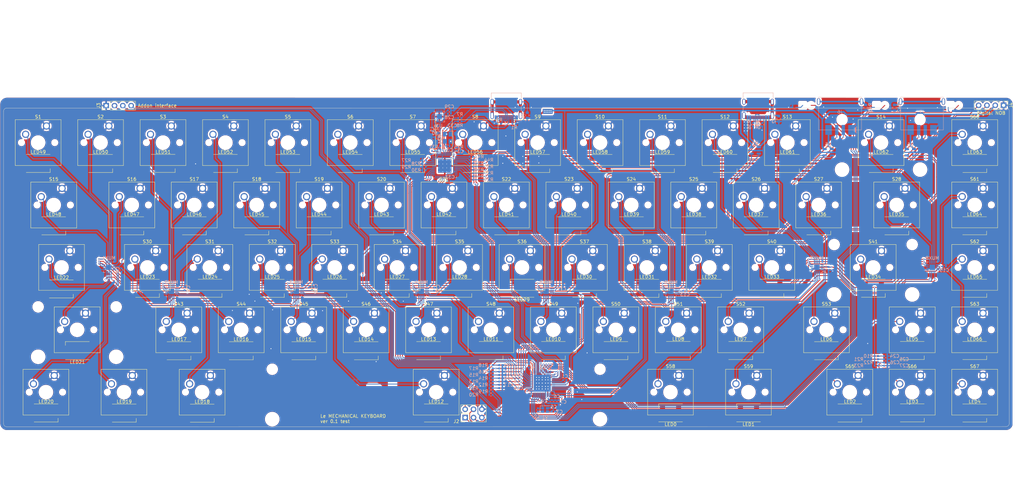
<source format=kicad_pcb>
(kicad_pcb (version 20240108) (generator "pcbnew") (generator_version "8.0")
  (layers (0 "F.Cu" signal) (31 "B.Cu" signal) (34 "B.Paste" user) (35 "F.Paste" user) (36 "B.SilkS" user "B.Silkscreen") (37 "F.SilkS" user "F.Silkscreen") (38 "B.Mask" user) (39 "F.Mask" user) (44 "Edge.Cuts" user))
  (net 0 "")
  (net 1 "GND")
  (net 2 "VCC")
  (net 3 "SEG0")
  (net 4 "SEG1")
  (net 5 "SEG2")
  (net 6 "SEG3")
  (net 7 "SEG4")
  (net 8 "SEG5")
  (net 9 "SEG6")
  (net 10 "SEG7")
  (net 11 "KEY_63")
  (net 12 "KEY_64")
  (net 13 "KEY_65")
  (net 14 "KEY_66")
  (net 15 "/USB hub/3V3VCC")
  (net 16 "Net-(U2-XTALOUT)")
  (net 17 "Net-(U2-XTALIN{slash}CLKIN)")
  (net 18 "Net-(U2-CRFILT)")
  (net 19 "Net-(U2-PLLFILT)")
  (net 20 "Net-(U4-OUT)")
  (net 21 "Net-(J5-CC1)")
  (net 22 "Net-(J5-D+-PadA6)")
  (net 23 "Net-(J5-D--PadA7)")
  (net 25 "Net-(J5-CC2)")
  (net 27 "Net-(J5-SHIELD)")
  (net 28 "KEY_15")
  (net 29 "KEY_54")
  (net 30 "KEY_53")
  (net 31 "KEY_41")
  (net 32 "/Key multiplezers/KEY_28_CL")
  (net 33 "BOARD_EN")
  (net 34 "ADDR_A2")
  (net 35 "ADDR_A1")
  (net 36 "ADDR_A0")
  (net 37 "KEY_14")
  (net 38 "KEY_00")
  (net 39 "KEY_01")
  (net 40 "KEY_22")
  (net 41 "KEY_36")
  (net 42 "KEY_49")
  (net 43 "KEY_48")
  (net 44 "KEY_35")
  (net 45 "KEY_21")
  (net 46 "KEY_07")
  (net 47 "KEY_08")
  (net 48 "KEY_30")
  (net 49 "KEY_43")
  (net 50 "KEY_55")
  (net 51 "KEY_42")
  (net 52 "KEY_29")
  (net 53 "KEY_02")
  (net 54 "KEY_16")
  (net 55 "KEY_03")
  (net 56 "KEY_24")
  (net 57 "KEY_38")
  (net 58 "KEY_57")
  (net 59 "KEY_50")
  (net 60 "KEY_37")
  (net 61 "KEY_23")
  (net 62 "KEY_09")
  (net 63 "KEY_10")
  (net 64 "KEY_32")
  (net 65 "KEY_45")
  (net 66 "KEY_56")
  (net 67 "KEY_44")
  (net 68 "KEY_31")
  (net 69 "KEY_17")
  (net 70 "KEY_04")
  (net 71 "KEY_18")
  (net 72 "KEY_26")
  (net 73 "KEY_52")
  (net 74 "KEY_58")
  (net 75 "KEY_51")
  (net 76 "KEY_39")
  (net 77 "KEY_25")
  (net 78 "KEY_11")
  (net 79 "KEY_12")
  (net 80 "KEY_20")
  (net 81 "KEY_34")
  (net 82 "KEY_47")
  (net 83 "KEY_46")
  (net 84 "/VNOB_A")
  (net 85 "/VNOB_B")
  (net 87 "Net-(J1-CC1)")
  (net 89 "Net-(J1-CC2)")
  (net 91 "Net-(D1-K)")
  (net 92 "Net-(D2-K)")
  (net 93 "Net-(D3-K)")
  (net 94 "Net-(J1-SHIELD)")
  (net 95 "Net-(J1-D+-PadA6)")
  (net 96 "Net-(J1-D--PadA7)")
  (net 97 "Net-(U1-UCAP)")
  (net 98 "Net-(U1-XTAL1)")
  (net 99 "Net-(U1-XTAL2)")
  (net 100 "Net-(U1-~{HWB}{slash}PE2)")
  (net 101 "/MISO")
  (net 102 "/MOSI")
  (net 103 "KEY_33")
  (net 104 "Net-(U3-SS{slash}TR)")
  (net 105 "KEY_19")
  (net 106 "KEY_05")
  (net 107 "KEY_06")
  (net 108 "Net-(L1-Pad1)")
  (net 109 "Net-(U3-PG)")
  (net 110 "KEY_60")
  (net 111 "KEY_61")
  (net 112 "KEY_62")
  (net 113 "KEY_40")
  (net 114 "KEY_27")
  (net 115 "KEY_13")
  (net 116 "KEY_59")
  (net 117 "/USB hub/USBHUBC1_D-")
  (net 118 "/USB hub/USBHUBC1_D+")
  (net 119 "/USB hub/USBHUBA1_D+")
  (net 120 "Net-(J6-D+)")
  (net 121 "/USB hub/USBHUBA1_D-")
  (net 122 "Net-(J6-D-)")
  (net 123 "/USB hub/USBHUBA2_D+")
  (net 124 "Net-(J7-D+)")
  (net 125 "/USB hub/USBHUBA2_D-")
  (net 126 "Net-(J7-D-)")
  (net 127 "Net-(J6-Shield)")
  (net 128 "Net-(J7-Shield)")
  (net 129 "/Keys/KEY_28_CL")
  (net 134 "/USB hub/USBHUBC1_PWR")
  (net 135 "/USB hub/USBHUBC1_~{OCS}")
  (net 136 "/USB hub/USBHUBA1_PWR")
  (net 141 "/USB hub/USBHUBA1_~{OCS}")
  (net 142 "/USB hub/USBHUBA2_PWR")
  (net 143 "/USB hub/USBHUBA2_~{OCS}")
  (net 144 "/USB hub/NON_REM1")
  (net 145 "/USB hub/CFG_SEL0")
  (net 146 "/USB hub/CFG_SEL1")
  (net 147 "/USB hub/CFG_SEL2")
  (net 150 "/USB hub/NON_REM0")
  (net 151 "/USB hub/SEL48")
  (net 152 "Net-(U2-RBIAS)")
  (net 153 "Net-(J6-VBUS)")
  (net 154 "Net-(J7-VBUS)")
  (net 155 "RESET")
  (net 156 "USBIN_D-")
  (net 157 "USBIN_D+")
  (net 158 "USBMCU_D-")
  (net 159 "USBMCU_D+")
  (net 160 "Net-(U2-USBDM_DN1{slash}PRT_DIS_M1)")
  (net 161 "Net-(U2-USBDP_DN1{slash}PRT_DIS_P1)")
  (net 162 "/SCL")
  (net 163 "/SDA")
  (net 164 "/SCK")
  (net 165 "LED_LIGHTS")
  (net 166 "Net-(LED0-DOUT)")
  (net 167 "Net-(LED1-DOUT)")
  (net 168 "Net-(LED2-DOUT)")
  (net 169 "Net-(LED3-DOUT)")
  (net 170 "Net-(LED4-DOUT)")
  (net 171 "Net-(LED5-DOUT)")
  (net 172 "Net-(LED6-DOUT)")
  (net 173 "Net-(LED7-DOUT)")
  (net 174 "Net-(LED8-DOUT)")
  (net 175 "/Leds/LED_CONN_0")
  (net 176 "Net-(LED10-DOUT)")
  (net 177 "Net-(LED11-DOUT)")
  (net 178 "Net-(LED12-DOUT)")
  (net 179 "Net-(LED13-DOUT)")
  (net 180 "Net-(LED14-DOUT)")
  (net 181 "Net-(LED15-DOUT)")
  (net 182 "Net-(LED16-DOUT)")
  (net 183 "Net-(LED17-DOUT)")
  (net 184 "Net-(LED18-DOUT)")
  (net 185 "/Leds/LED_CONN_1")
  (net 186 "Net-(LED20-DOUT)")
  (net 187 "Net-(LED21-DOUT)")
  (net 188 "Net-(LED22-DOUT)")
  (net 189 "Net-(LED23-DOUT)")
  (net 190 "Net-(LED24-DOUT)")
  (net 191 "Net-(LED25-DOUT)")
  (net 192 "Net-(LED26-DOUT)")
  (net 193 "Net-(LED27-DOUT)")
  (net 194 "Net-(LED28-DOUT)")
  (net 195 "/Leds/LED_CONN_2")
  (net 196 "Net-(LED30-DOUT)")
  (net 197 "Net-(LED31-DOUT)")
  (net 198 "Net-(LED32-DOUT)")
  (net 199 "Net-(LED33-DOUT)")
  (net 200 "Net-(LED34-DOUT)")
  (net 201 "Net-(LED35-DOUT)")
  (net 202 "Net-(LED36-DOUT)")
  (net 203 "Net-(LED37-DOUT)")
  (net 204 "Net-(LED38-DOUT)")
  (net 205 "/Leds/LED_CONN_3")
  (net 206 "Net-(LED40-DOUT)")
  (net 207 "Net-(LED41-DOUT)")
  (net 208 "Net-(LED42-DOUT)")
  (net 209 "Net-(LED43-DOUT)")
  (net 210 "Net-(LED44-DOUT)")
  (net 211 "Net-(LED45-DOUT)")
  (net 212 "Net-(LED46-DOUT)")
  (net 213 "Net-(LED47-DOUT)")
  (net 214 "Net-(LED48-DOUT)")
  (net 215 "/Leds/LED_CONN_4")
  (net 216 "Net-(LED50-DOUT)")
  (net 217 "Net-(LED51-DOUT)")
  (net 218 "Net-(LED52-DOUT)")
  (net 219 "Net-(LED53-DOUT)")
  (net 220 "Net-(LED54-DOUT)")
  (net 221 "Net-(LED55-DOUT)")
  (net 222 "Net-(LED56-DOUT)")
  (net 223 "Net-(LED57-DOUT)")
  (net 224 "Net-(LED58-DOUT)")
  (net 225 "/Leds/LED_CONN_5")
  (net 226 "Net-(LED60-DOUT)")
  (net 227 "Net-(LED61-DOUT)")
  (net 228 "Net-(LED62-DOUT)")
  (net 229 "Net-(LED63-DOUT)")
  (net 230 "Net-(LED64-DOUT)")
  (net 231 "Net-(LED65-DOUT)")
  (net 233 "unconnected-(U1-PD2-Pad20)")
  (net 234 "unconnected-(U1-PD3-Pad21)")
  (footprint "LED_SMD:LED_SK6812_PLCC4_5.0x5.0mm_P3.2mm" (layer "F.Cu") (at 109.39 100.13)
    (property "Reference" "LED25")
    (property "Value" "SK6812")
  )
  (footprint "Button_Switch_Keyboard:SW_Cherry_MX_1.00u_PCB" (layer "F.Cu") (at 178.641 107.72)
    (property "Reference" "S48")
    (property "Value" "PG151101S11")
  )
  (footprint "LED_SMD:LED_SK6812_PLCC4_5.0x5.0mm_P3.2mm" (layer "F.Cu") (at 152.25 62)
    (property "Reference" "LED55")
    (property "Value" "SK6812")
  )
  (footprint "LED_SMD:LED_SK6812_PLCC4_5.0x5.0mm_P3.2mm" (layer "F.Cu") (at 276.1 81.04)
    (property "Reference" "LED36")
    (property "Value" "SK6812")
  )
  (footprint "LED_SMD:LED_SK6812_PLCC4_5.0x5.0mm_P3.2mm" (layer "F.Cu") (at 171.31 61.99)
    (property "Reference" "LED56")
    (property "Value" "SK6812")
  )
  (footprint "Button_Switch_Keyboard:SW_Cherry_MX_1.00u_PCB" (layer "F.Cu") (at 135.73 50.55)
    (property "Reference" "S6")
    (property "Value" "PG151101S11")
  )
  (footprint "LED_SMD:LED_SK6812_PLCC4_5.0x5.0mm_P3.2mm" (layer "F.Cu") (at 42.69 81.05)
    (property "Reference" "LED48")
    (property "Value" "SK6812")
  )
  (footprint "Button_Switch_Keyboard:SW_Cherry_MX_1.00u_PCB" (layer "F.Cu") (at 164.305 69.6)
    (property "Reference" "S21")
    (property "Value" "PG151101S11")
  )
  (footprint "Button_Switch_Keyboard:SW_Cherry_MX_1.00u_PCB" (layer "F.Cu") (at 92.8652 88.67)
    (property "Reference" "S31")
    (property "Value" "PG151101S11")
  )
  (footprint "LED_SMD:LED_SK6812_PLCC4_5.0x5.0mm_P3.2mm" (layer "F.Cu") (at 64.2 138.24)
    (property "Reference" "LED19")
    (property "Value" "SK6812")
  )
  (footprint "Button_Switch_Keyboard:SW_Cherry_MX_1.00u_PCB" (layer "F.Cu") (at 235.791 107.72)
    (property "Reference" "S51")
    (property "Value" "PG151101S11")
  )
  (footprint "LED_SMD:LED_SK6812_PLCC4_5.0x5.0mm_P3.2mm" (layer "F.Cu") (at 278.43 119.18)
    (property "Reference" "LED6")
    (property "Value" "SK6812")
  )
  (footprint "Button_Switch_Keyboard:SW_Cherry_MX_1.00u_PCB" (layer "F.Cu") (at 145.255 69.6)
    (property "Reference" "S20")
    (property "Value" "PG151101S11")
  )
  (footprint "Connector_PinHeader_2.54mm:PinHeader_1x04_P2.54mm_Vertical" (layer "F.Cu") (at 58.7 44.34 90)
    (property "Reference" "J3")
    (property "Value" "Addon interface")
  )
  (footprint "LED_SMD:LED_SK6812_PLCC4_5.0x5.0mm_P3.2mm" (layer "F.Cu") (at 214.22 119.16)
    (property "Reference" "LED9")
    (property "Value" "SK6812")
  )
  (footprint "LED_SMD:LED_SK6812_PLCC4_5.0x5.0mm_P3.2mm" (layer "F.Cu") (at 176.12 119.14)
    (property "Reference" "LED11")
    (property "Value" "SK6812")
  )
  (footprint "LED_SMD:LED_SK6812_PLCC4_5.0x5.0mm_P3.2mm" (layer "F.Cu") (at 254.68 138.18 180)
    (property "Reference" "LED1")
    (property "Value" "SK6812")
  )
  (footprint "LED_SMD:LED_SK6812_PLCC4_5.0x5.0mm_P3.2mm" (layer "F.Cu") (at 295.14 62)
    (property "Reference" "LED62")
    (property "Value" "SK6812")
  )
  (footprint "Button_Switch_Keyboard:SW_Cherry_MX_1.00u_PCB" (layer "F.Cu") (at 288.115 126.77)
    (property "Reference" "S65")
    (property "Value" "PG151101S11")
  )
  (footprint "LED_SMD:LED_SK6812_PLCC4_5.0x5.0mm_P3.2mm" (layer "F.Cu") (at 204.65 100.11)
    (property "Reference" "LED30")
    (property "Value" "SK6812")
  )
  (footprint "Button_Switch_Keyboard:SW_Cherry_MX_1.00u_PCB" (layer "F.Cu") (at 59.53 50.55)
    (property "Reference" "S2")
    (property "Value" "PG151101S11")
  )
  (footprint "Button_Switch_Keyboard:SW_Cherry_MX_1.00u_PCB" (layer "F.Cu") (at 259.555 69.6)
    (property "Reference" "S26")
    (property "Value" "PG151101S11")
  )
  (footprint "Button_Switch_Keyboard:SW_Cherry_MX_1.00u_PCB" (layer "F.Cu") (at 307.165 107.72)
    (property "Reference" "S64" (hide yes))
    (property "Value" "PG151101S11")
  )
  (footprint "Button_Switch_Keyboard:SW_Cherry_MX_1.00u_PCB" (layer "F.Cu") (at 250.03 50.55)
    (property "Reference" "S12")
    (property "Value" "PG151101S11")
  )
  (footprint "Button_Switch_Keyboard:SW_Cherry_MX_1.00u_PCB" (layer "F.Cu") (at 278.605 69.59)
    (property "Reference" "S27")
    (property "Value" "PG151101S11")
  )
  (footprint "LED_SMD:LED_SK6812_PLCC4_5.0x5.0mm_P3.2mm" (layer "F.Cu") (at 230.9 138.18 180)
    (property "Reference" "LED0")
    (property "Value" "SK6812")
  )
  (footprint "LED_SMD:LED_SK6812_PLCC4_5.0x5.0mm_P3.2mm" (layer "F.Cu") (at 85.59 81.04)
    (property "Reference" "LED46")
    (property "Value" "SK6812")
  )
  (footprint "LED_SMD:LED_SK6812_PLCC4_5.0x5.0mm_P3.2mm" (layer "F.Cu") (at 114.13 62)
    (property "Reference" "LED53")
    (property "Value" "SK6812")
  )
  (footprint "Button_Switch_Keyboard:SW_Cherry_MX_6.25u_PCB" (layer "F.Cu") (at 161.91 126.77)
    (property "Reference" "S57" (hide yes))
    (property "Value" "PG151101S11")
  )
  (footprint "Connector_PinHeader_2.54mm:PinHeader_2x03_P2.54mm_Vertical" (layer "F.Cu") (at 168.235 139.615 90)
    (property "Reference" "J2")
    (property "Value" "Programmer 1 time")
  )
  (footprint "Button_Switch_Keyboard:SW_Cherry_MX_1.00u_PCB" (layer "F.Cu") (at 140.541 107.72)
    (property "Reference" "S46")
    (property "Value" "PG151101S11")
  )
  (footprint "Button_Switch_Keyboard:SW_Cherry_MX_1.00u_PCB" (layer "F.Cu") (at 107.155 69.6)
    (property "Reference" "S18")
    (property "Value" "PG151101S11")
  )
  (footprint "LED_SMD:LED_SK6812_PLCC4_5.0x5.0mm_P3.2mm" (layer "F.Cu") (at 285.6 138.22)
    (property "Reference" "LED2")
    (property "Value" "SK6812")
  )
  (footprint "LED_SMD:LED_SK6812_PLCC4_5.0x5.0mm_P3.2mm" (layer "F.Cu") (at 37.96 61.99)
    (property "Reference" "LED49")
    (property "Value" "SK6812")
  )
  (footprint "Button_Switch_Keyboard:SW_Cherry_MX_1.00u_PCB" (layer "F.Cu") (at 83.391 107.72)
    (property "Reference" "S43")
    (property "Value" "PG151101S11")
  )
  (footprint "Button_Switch_Keyboard:SW_Cherry_MX_1.25u_PCB" (layer "F.Cu") (at 42.86 126.77)
    (property "Reference" "S54" (hide yes))
    (property "Value" "PG151101S11")
  )
  (footprint "LED_SMD:LED_SK6812_PLCC4_5.0x5.0mm_P3.2mm" (layer "F.Cu") (at 252.27 119.14)
    (property "Reference" "LED7")
    (property "Value" "SK6812")
  )
  (footprint "LED_SMD:LED_SK6812_PLCC4_5.0x5.0mm_P3.2mm" (layer "F.Cu") (at 49.92 119.16 180)
    (property "Reference" "LED21")
    (property "Value" "SK6812")
  )
  (footprint "Button_Switch_Keyboard:SW_Cherry_MX_1.00u_PCB" (layer "F.Cu") (at 159.591 107.72)
    (property "Reference" "S47")
    (property "Value" "PG151101S11")
  )
  (footprint "Button_Switch_Keyboard:SW_Cherry_MX_1.25u_PCB" (layer "F.Cu") (at 257.2 126.76)
    (property "Reference" "S59")
    (property "Value" "PG151101S11")
  )
  (footprint "LED_SMD:LED_SK6812_PLCC4_5.0x5.0mm_P3.2mm" (layer "F.Cu") (at 90.38 100.11)
    (property "Reference" "LED24")
    (property "Value" "SK6812")
  )
  (footprint "LED_SMD:LED_SK6812_PLCC4_5.0x5.0mm_P3.2mm" (layer "F.Cu") (at 304.63 138.19)
    (property "Reference" "LED3")
    (property "Value" "SK6812")
  )
  (footprint "Button_Switch_Keyboard:SW_Cherry_MX_1.00u_PCB" (layer "F.Cu") (at 326.215 107.72)
    (property "Reference" "S63")
    (property "Value" "PG151101S11")
  )
  (footprint "Button_Switch_Keyboard:SW_Cherry_MX_1.00u_PCB" (layer "F.Cu") (at 326.215 88.67)
    (property "Reference" "S62")
    (property "Value" "PG151101S11")
  )
  (footprint "Button_Switch_Keyboard:SW_Cherry_MX_1.00u_PCB" (layer "F.Cu") (at 192.87 50.55)
    (property "Reference" "S9")
    (property "Value" "PG151101S11")
  )
  (footprint "Connector_PinHeader_2.54mm:PinHeader_1x04_P2.54mm_Vertical" (layer "F.Cu") (at 332.5 44.25 -90)
    (property "Reference" "J4")
    (property "Value" "Digital NOB")
  )
  (footprint "LED_SMD:LED_SK6812_PLCC4_5.0x5.0mm_P3.2mm" (layer "F.Cu") (at 323.73 100.12)
    (property "Reference" "LED65")
    (property "Value" "SK6812")
  )
  (footprint "Button_Switch_Keyboard:SW_Cherry_MX_1.00u_PCB" (layer "F.Cu") (at 264.3152 88.67)
    (property "Reference" "S40")
    (property "Value" "PG151101S11")
  )
  (footprint "Button_Switch_Keyboard:SW_Cherry_MX_2.00u_PCB" (layer "F.Cu") (at 297.655 50.55)
    (property "Reference" "S14")
    (property "Value" "PG151101S11")
  )
  (footprint "LED_SMD:LED_SK6812_PLCC4_5.0x5.0mm_P3.2mm" (layer "F.Cu") (at 228.42 62)
    (property "Reference" "LED59")
    (property "Value" "SK6812")
  )
  (footprint "Button_Switch_Keyboard:SW_Cherry_MX_1.00u_PCB" (layer "F.Cu") (at 150.0152 88.67)
    (property "Reference" "S34")
    (property "Value" "PG151101S11")
  )
  (footprint "Button_Switch_Keyboard:SW_Cherry_MX_1.00u_PCB" (layer "F.Cu") (at 126.205 69.6)
    (property "Reference" "S19")
    (property "Value" "PG151101S11")
  )
  (footprint "LED_SMD:LED_SK6812_PLCC4_5.0x5.0mm_P3.2mm" (layer "F.Cu") (at 299.9 81.04)
    (property "Reference" "LED35")
    (property "Value" "SK6812")
  )
  (footprint "Button_Switch_Keyboard:SW_Cherry_MX_1.00u_PCB" (layer "F.Cu") (at 240.505 69.6)
    (property "Reference" "S25")
    (property "Value" "PG151101S11")
  )
  (footprint "Button_Switch_Keyboard:SW_Cherry_MX_1.00u_PCB" (layer "F.Cu") (at 73.8152 88.67)
    (property "Reference" "S30")
    (property "Value" "PG151101S11")
  )
  (footprint "LED_SMD:LED_SK6812_PLCC4_5.0x5.0mm_P3.2mm" (layer "F.Cu") (at 247.53 61.99)
    (property "Reference" "LED60")
    (property "Value" "SK6812")
  )
  (footprint "Button_Switch_Keyboard:SW_Cherry_MX_1.00u_PCB" (layer "F.Cu") (at 202.405 69.6)
    (property "Reference" "S23")
    (property "Value" "PG151101S11")
  )
  (footprint "Button_Switch_Keyboard:SW_Cherry_MX_1.25u_PCB" (layer "F.Cu") (at 233.41 126.76)
    (property "Reference" "S58")
    (property "Value" "PG151101S11")
  )
  (footprint "LED_SMD:LED_SK6812_PLCC4_5.0x5.0mm_P3.2mm" (layer "F.Cu") (at 142.73 81.04)
    (property "Reference" "LED43")
    (property "Value" "SK6812")
  )
  (footprint "Button_Switch_Keyboard:SW_Cherry_MX_1.00u_PCB" (layer "F.Cu") (at 116.68 50.55)
    (property "Reference" "S5")
    (property "Value" "PG151101S11")
  )
  (footprint "LED_SMD:LED_SK6812_PLCC4_5.0x5.0mm_P3.2mm" (layer "F.Cu") (at 71.3 100.13)
    (property "Reference" "LED23")
    (property "Value" "SK6812")
  )
  (footprint "Button_Switch_Keyboard:SW_Cherry_MX_2.25u_PCB" (layer "F.Cu") (at 52.39 107.72)
    (property "Reference" "S42" (hide yes))
    (property "Value" "PG151101S11" (hide yes))
  )
  (footprint "LED_SMD:LED_SK6812_PLCC4_5.0x5.0mm_P3.2mm" (layer "F.Cu") (at 133.19 62)
    (property "Reference" "LED54")
    (property "Value" "SK6812")
  )
  (footprint "LED_SMD:LED_SK6812_PLCC4_5.0x5.0mm_P3.2mm" (layer "F.Cu") (at 323.68 119.14)
    (property "Reference" "LED66")
    (property "Value" "SK6812")
  )
  (footprint "LED_SMD:LED_SK6812_PLCC4_5.0x5.0mm_P3.2mm" (layer "F.Cu") (at 266.56 62)
    (property "Reference" "LED61")
    (property "Value" "SK6812")
  )
  (footprint "LED_SMD:LED_SK6812_PLCC4_5.0x5.0mm_P3.2mm" (layer "F.Cu") (at 80.91 119.19)
    (property "Reference" "LED17")
    (property "Value" "SK6812")
  )
  (footprint "LED_SMD:LED_SK6812_PLCC4_5.0x5.0mm_P3.2mm" (layer "F.Cu") (at 185.59 100.11 180)
    (property "Reference" "LED29")
    (property "Value" "SK6812")
  )
  (footprint "Button_Switch_Keyboard:SW_Cherry_MX_1.00u_PCB" (layer "F.Cu") (at 207.1652 88.67)
    (property "Reference" "S37")
    (property "Value" "PG151101S11")
  )
  (footprint "LED_SMD:LED_SK6812_PLCC4_5.0x5.0mm_P3.2mm" (layer "F.Cu") (at 218.99 81.04)
    (property "Reference" "LED39")
    (property "Value" "SK6812")
  )
  (footprint "Button_Switch_Keyboard:SW_Cherry_MX_1.00u_PCB" (layer "F.Cu") (at 88.105 69.6)
    (property "Reference" "S17")
    (property "Value" "PG151101S11")
  )
  (footprint "LED_SMD:LED_SK6812_PLCC4_5.0x5.0mm_P3.2mm" (layer "F.Cu") (at 128.44 100.11)
    (property "Reference" "LED26")
    (property "Value" "SK6812")
  )
  (footprint "Button_Switch_Keyboard:SW_Cherry_MX_1.00u_PCB" (layer "F.Cu") (at 326.23 50.55)
    (property "Reference" "S60")
    (property "Value" "PG151101S11")
  )
  (footprint "LED_SMD:LED_SK6812_PLCC4_5.0x5.0mm_P3.2mm" (layer "F.Cu") (at 118.97 119.19)
    (property "Reference" "LED15")
    (property "Value" "SK6812")
  )
  (footprint "LED_SMD:LED_SK6812_PLCC4_5.0x5.0mm_P3.2mm" (layer "F.Cu") (at 57.01 62)
    (property "Reference" "LED50")
    (property "Value" "SK6812")
  )
  (footprint "LED_SMD:LED_SK6812_PLCC4_5.0x5.0mm_P3.2mm" (layer "F.Cu") (at 180.84 81.04)
    (property "Reference" "LED41")
    (property "Value" "SK6812")
  )
  (footprint "Button_Switch_Keyboard:SW_Cherry_MX_1.00u_PCB" (layer "F.Cu") (at 188.1152 88.67)
    (property "Reference" "S36")
    (property "Value" "PG151101S11")
  )
  (footprint "LED_SMD:LED_SK6812_PLCC4_5.0x5.0mm_P3.2mm" (layer "F.Cu") (at 45.02 100.34)
    (property "Reference" "LED22")
    (property "Value" "SK6812")
  )
  (footprint "LED_SMD:LED_SK6812_PLCC4_5.0x5.0mm_P3.2mm" (layer "F.Cu") (at 223.69 100.14)
    (property "Reference" "LED31")
    (property "Value" "SK6812")
  )
  (footprint "Button_Switch_Keyboard:SW_Cherry_MX_1.00u_PCB" (layer "F.Cu") (at 197.691 107.72)
    (property "Reference" "S49")
    (property "Value" "PG151101S11")
  )
  (footprint "Button_Switch_Keyboard:SW_Cherry_MX_1.00u_PCB" (layer "F.Cu") (at 78.58 50.55)
    (property "Reference" "S3")
    (property "Value" "PG151101S11")
  )
  (footprint "Button_Switch_Keyboard:SW_Cherry_MX_1.00u_PCB" (layer "F.Cu") (at 230.98 50.55)
    (property "Reference" "S11")
    (property "Value" "PG151101S11")
  )
  (footprint "LED_SMD:LED_SK6812_PLCC4_5.0x5.0mm_P3.2mm" (layer "F.Cu") (at 256.99 81.04)
    (property "Reference" "LED37")
    (property "Value" "SK6812")
  )
  (footprint "LED_SMD:LED_SK6812_PLCC4_5.0x5.0mm_P3.2mm" (layer "F.Cu") (at 159.39 138.22)
    (property "Reference" "LED12")
    (property "Value" "SK6812")
  )
  (footprint "LED_SMD:LED_SK6812_PLCC4_5.0x5.0mm_P3.2mm" (layer "F.Cu") (at 99.89 119.19)
    (property "Reference" "LED16")
    (property "Value" "SK6812")
  )
  (footprint "LED_SMD:LED_SK6812_PLCC4_5.0x5.0mm_P3.2mm" (layer "F.Cu") (at 292.75 100.11)
    (property "Reference" "LED34")
    (property "Value" "SK6812")
  )
  (footprint "Button_Switch_Keyboard:SW_Cherry_MX_1.00u_PCB" (layer "F.Cu") (at 154.78 50.55)
    (property "Reference" "S7")
    (property "Value" "PG151101S11")
  )
  (footprint "Button_Switch_Keyboard:SW_Cherry_MX_1.00u_PCB" (layer "F.Cu") (at 121.491 107.72)
    (property "Reference" "S45")
    (property "Value" "PG151101S11")
  )
  (footprint "Button_Switch_Keyboard:SW_Cherry_MX_1.00u_PCB" (layer "F.Cu") (at 102.441 107.72)
    (property "Reference" "S44")
    (property "Value" "PG151101S11")
  )
  (footprint "Button_Switch_Keyboard:SW_Cherry_MX_1.00u_PCB" (layer "F.Cu") (at 226.2152 88.67)
    (property "Reference" "S38")
    (property "Value" "PG151101S11")
  )
  (footprint "LED_SMD:LED_SK6812_PLCC4_5.0x5.0mm_P3.2mm" (layer "F.Cu") (at 95.09 61.99)
    (property "Reference" "LED52")
    (property "Value" "SK6812")
  )
  (footprint "Button_Switch_Keyboard:SW_Cherry_MX_1.00u_PCB" (layer "F.Cu") (at 40.48 50.55)
    (property "Reference" "S1")
    (property "Value" "PG151101S11")
  )
  (footprint "Button_Switch_Keyboard:SW_Cherry_MX_1.00u_PCB" (layer "F.Cu") (at 326.215 126.77)
    (property "Reference" "S67")
    (property "Value" "PG151101S11")
  )
  (footprint "LED_SMD:LED_SK6812_PLCC4_5.0x5.0mm_P3.2mm" (layer "F.Cu") (at 261.81 100.11)
    (property "Reference" "LED33")
    (property "Value" "SK6812")
  )
  (footprint "LED_SMD:LED_SK6812_PLCC4_5.0x5.0mm_P3.2mm" (layer "F.Cu") (at 66.53 81.04)
    (property "Reference" "LED47")
    (property "Value" "SK6812")
  )
  (footprint "LED_SMD:LED_SK6812_PLCC4_5.0x5.0mm_P3.2mm" (layer "F.Cu") (at 40.37 138.21)
    (property "Reference" "LED20")
    (property "Value" "SK6812")
  )
  (footprint "LED_SMD:LED_SK6812_PLCC4_5.0x5.0mm_P3.2mm" (layer "F.Cu") (at 242.75 100.14)
    (property "Reference" "LED32")
    (property "Value" "SK6812")
  )
  (footprint "Button_Switch_Keyboard:SW_Cherry_MX_1.50u_PCB" (layer "F.Cu") (at 45.24 69.61)
    (property "Reference" "S15")
    (property "Value" "PG151101S11")
  )
  (footprint "LED_SMD:LED_SK6812_PLCC4_5.0x5.0mm_P3.2mm" (layer "F.Cu") (at 157.04 119.16)
    (property "Reference" "LED13")
    (property "Value" "SK6812")
  )
  (footprint "Button_Switch_Keyboard:SW_Cherry_MX_1.00u_PCB" (layer "F.Cu") (at 245.2652 88.67)
    (property "Reference" "S39")
    (property "Value" "PG151101S11")
  )
  (footprint "LED_SMD:LED_SK6812_PLCC4_5.0x5.0mm_P3.2mm" (layer "F.Cu") (at 323.71 62)
    (property "Reference" "LED63")
    (property "Value" "SK6812")
  )
  (footprint "LED_SMD:LED_SK6812_PLCC4_5.0x5.0mm_P3.2mm" (layer "F.Cu") (at 233.25 119.13)
    (property "Reference" "LED8")
    (property "Value" "SK6812")
  )
  (footprint "Button_Switch_Keyboard:SW_Cherry_MX_1.00u_PCB" (layer "F.Cu") (at 216.741 107.72)
    (property "Reference" "S50")
    (property "Value" "PG151101S11")
  )
  (footprint "LED_SMD:LED_SK6812_PLCC4_5.0x5.0mm_P3.2mm" (layer "F.Cu") (at 104.65 81.04)
    (property "Reference" "LED45")
    (property "Value" "SK6812")
  )
  (footprint "LED_SMD:LED_SK6812_PLCC4_5.0x5.0mm_P3.2mm" (layer "F.Cu") (at 161.76 81.02)
    (property "Reference" "LED42")
    (property "Value" "SK6812")
  )
  (footprint "Button_Switch_Keyboard:SW_Cherry_MX_1.00u_PCB" (layer "F.Cu") (at 130.9652 88.67)
    (property "Reference" "S33")
    (property "Value" "PG151101S11")
  )
  (footprint "Button_Switch_Keyboard:SW_Cherry_MX_1.00u_PCB" (layer "F.Cu") (at 326.225 69.58)
    (property "Reference" "S61")
    (property "Value" "PG151101S11")
  )
  (footprint "Button_Switch_Keyboard:SW_Cherry_MX_1.00u_PCB" (layer "F.Cu") (at 69.055 69.6)
    (property "Reference" "S16")
    (property "Value" "PG151101S11")
  )
  (footprint "LED_SMD:LED_SK6812_PLCC4_5.0x5.0mm_P3.2mm" (layer "F.Cu") (at 123.66 81.04)
    (property "Reference" "LED44")
    (property "Value" "SK6812")
  )
  (footprint "LED_SMD:LED_SK6812_PLCC4_5.0x5.0mm_P3.2mm" (layer "F.Cu") (at 166.57 100.11)
    (property "Reference" "LED28")
    (property "Value" "SK6812")
  )
  (footprint "LED_SMD:LED_SK6812_PLCC4_5.0x5.0mm_P3.2mm" (layer "F.Cu") (at 88 138.26)
    (property "Reference" "LED18")
    (property "Value" "SK6812")
  )
  (footprint "Button_Switch_Keyboard:SW_Cherry_MX_1.00u_PCB" (layer "F.Cu") (at 211.93 50.55)
    (property "Reference" "S10")
    (property "Value" "PG151101S11")
  )
  (footprint "LED_SMD:LED_SK6812_PLCC4_5.0x5.0mm_P3.2mm" (layer "F.Cu") (at 76.08 61.98)
    (property "Reference" "LED51")
    (property "Value" "SK6812")
  )
  (footprint "Button_Switch_Keyboard:SW_Cherry_MX_1.25u_PCB" (layer "F.Cu") (at 66.67 126.77)
    (property "Reference" "S55" (hide yes))
    (property "Value" "PG151101S11")
  )
  (footprint "Button_Switch_Keyboard:SW_Cherry_MX_1.00u_PCB" (layer "F.Cu") (at 183.355 69.6)
    (property "Reference" "S22")
    (property "Value" "PG151101S11")
  )
  (footprint "Button_Switch_Keyboard:SW_Cherry_MX_1.00u_PCB" (layer "F.Cu") (at 97.63 50.55)
    (property "Reference" "S4")
    (property "Value" "PG151101S11")
  )
  (footprint "Button_Switch_Keyboard:SW_Cherry_MX_1.00u_PCB" (layer "F.Cu") (at 169.0652 88.67)
    (property "Reference" "S35")
    (property "Value" "PG151101S11")
  )
  (footprint "Button_Switch_Keyboard:SW_Cherry_MX_1.00u_PCB" (layer "F.Cu") (at 221.455 69.6)
    (property "Reference" "S24")
    (property "Value" "PG151101S11")
  )
  (footprint "LED_SMD:LED_SK6812_PLCC4_5.0x5.0mm_P3.2mm" (layer "F.Cu") (at 304.62 119.13)
    (property "Reference" "LED5")
    (property "Value" "SK6812")
  )
  (footprint "LED_SMD:LED_SK6812_PLCC4_5.0x5.0mm_P3.2mm" (layer "F.Cu") (at 147.49 100.11)
    (property "Reference" "LED27")
    (property "Value" "SK6812")
  )
  (footprint "LED_SMD:LED_SK6812_PLCC4_5.0x5.0mm_P3.2mm" (layer "F.Cu") (at 195.14 119.14)
    (property "Reference" "LED10")
    (property "Value" "SK6812")
  )
  (footprint "LED_SMD:LED_SK6812_PLCC4_5.0x5.0mm_P3.2mm" (layer "F.Cu") (at 199.9 81.04)
    (property "Reference" "LED40")
    (property "Value" "SK6812")
  )
  (footprint "Button_Switch_Keyboard:SW_Cherry_MX_1.75u_PCB" (layer "F.Cu") (at 47.625 88.67)
    (property "Reference" "S29" (hide yes))
    (property "Value" "PG151101S11")
  )
  (footprint "Button_Switch_Keyboard:SW_Cherry_MX_1.00u_PCB" (layer "F.Cu") (at 254.841 107.72)
    (property "Reference" "S52")
    (property "Value" "PG151101S11")
  )
  (footprint "LED_SMD:LED_SK6812_PLCC4_5.0x5.0mm_P3.2mm" (layer "F.Cu") (at 323.68 138.22)
    (property "Reference" "LED4")
    (property "Value" "SK6812")
  )
  (footprint "LED_SMD:LED_SK6812_PLCC4_5.0x5.0mm_P3.2mm" (layer "F.Cu") (at 138.04 119.19)
    (property "Reference" "LED14")
    (property "Value" "SK6812")
  )
  (footprint "LED_SMD:LED_SK6812_PLCC4_5.0x5.0mm_P3.2mm" (layer "F.Cu") (at 209.43 62)
    (property "Reference" "LED58")
    (property "Value" "SK6812")
  )
  (footprint "Button_Switch_Keyboard:SW_Cherry_MX_1.50u_PCB" (layer "F.Cu") (at 302.415 69.59)
    (property "Reference" "S28")
    (property "Value" "PG151101S11")
  )
  (footprint "Button_Switch_Keyboard:SW_Cherry_MX_1.00u_PCB" (layer "F.Cu") (at 307.165 126.77)
    (property "Reference" "S66")
    (property "Value" "PG151101S11")
  )
  (footprint "Button_Switch_Keyboard:SW_Cherry_MX_1.25u_PCB" (layer "F.Cu") (at 90.51 126.77)
    (property "Reference" "S56" (hide yes))
    (property "Value" "PG151101S11")
  )
  (footprint "LED_SMD:LED_SK6812_PLCC4_5.0x5.0mm_P3.2mm" (layer "F.Cu") (at 238 81.04)
    (property "Reference" "LED38")
    (property "Value" "SK6812")
  )
  (footprint "LED_SMD:LED_SK6812_PLCC4_5.0x5.0mm_P3.2mm" (layer "F.Cu") (at 190.35 62)
    (property "Reference" "LED57")
    (property "Value" "SK6812")
  )
  (footprint "Button_Switch_Keyboard:SW_Cherry_MX_1.00u_PCB" (layer "F.Cu") (at 111.9152 88.67)
    (property "Reference" "S32")
    (property "Value" "PG151101S11")
  )
  (footprint "LED_SMD:LED_SK6812_PLCC4_5.0x5.0mm_P3.2mm" (layer "F.Cu") (at 323.66 81.03)
    (property "Reference" "LED64")
    (property "Value" "SK6812")
  )
  (footprint "Button_Switch_Keyboard:SW_Cherry_MX_1.00u_PCB" (layer "F.Cu") (at 269.08 50.55)
    (property "Reference" "S13")
    (property "Value" "PG151101S11")
  )
  (footprint "Button_Switch_Keyboard:SW_Cherry_MX_1.75u_PCB" (layer "F.Cu") (at 281.003 107.72)
    (property "Reference" "S53")
    (property "Value" "PG151101S11")
  )
  (footprint "Button_Switch_Keyboard:SW_Cherry_MX_2.25u_PCB" (layer "F.Cu") (at 295.2524 88.6802)
    (property "Reference" "S41")
    (property "Value" "PG151101S11")
  )
  (footprint "Button_Switch_Keyboard:SW_Cherry_MX_1.00u_PCB" (layer "F.Cu") (at 173.83 50.55)
    (property "Reference" "S8")
    (property "Value" "PG151101S11")
  )
  (footprint "Capacitor_SMD:C_0402_1005Metric" (layer "B.Cu") (at 163.4 46.75)
    (property "Reference" "C28")
    (property "Value" "10uF")
  )
  (footprint "Connector_USB:USB_C_Receptacle_G-Switch_GT-USB-7010ASV" (layer "B.Cu") (at 257.6 44.225)
    (property "Reference" "J5")
    (property "Value" "USB_C1_USB2.0")
  )
  (footprint "Package_TO_SOT_SMD:SOT-23-5" (layer "B.Cu") (at 256.7 58.05 180)
    (property "Reference" "U4")
    (property "Value" "TPS2069C")
  )
  (footprint "Capacitor_SMD:C_0402_1005Metric" (layer "B.Cu") (at 194.7 134.75 -90)
    (property "Reference" "C5")
    (property "Value" "100nF")
  )
  (footprint "Resistor_SMD:R_0402_1005Metric" (layer "B.Cu") (at 166.6 49.14 180)
    (property "Reference" "R8")
    (property "Value" "R22")
  )
  (footprint "Resistor_SMD:R_0402_1005Metric" (layer "B.Cu") (at 170.1 65.95)
    (property "Reference" "R40")
    (property "Value" "R22")
  )
  (footprint "Capacitor_SMD:C_0402_1005Metric" (layer "B.Cu") (at 179.1 129.6 180)
    (property "Reference" "C17")
    (property "Value" "220pF")
  )
  (footprint "Resistor_SMD:R_0402_1005Metric" (layer "B.Cu") (at 258.9 50.15 -90)
    (property "Reference" "R35")
    (property "Value" "5.11K")
  )
  (footprint "Capacitor_SMD:C_0402_1005Metric" (layer "B.Cu") (at 314.42 93.45)
    (property "Reference" "C15")
    (property "Value" "100nF")
  )
  (footprint "Connector_USB:USB_C_Receptacle_G-Switch_GT-USB-7010ASV" (layer "B.Cu") (at 180.78 44.26)
    (property "Reference" "J1")
    (property "Value" "USB_C_Receptacle_USB2.0")
  )
  (footprint "Resistor_SMD:R_0402_1005Metric" (layer "B.Cu") (at 170.1 59.95)
    (property "Reference" "R43")
    (property "Value" "R22")
  )
  (footprint "Package_DFN_QFN:QFN-16-1EP_3x3mm_P0.5mm_EP1.7x1.7mm" (layer "B.Cu") (at 231 101.09 180)
    (property "Reference" "MUX6")
    (property "Value" "U74HC4051G-Q16")
  )
  (footprint "Resistor_SMD:R_0402_1005Metric" (layer "B.Cu") (at 170.1 60.95)
    (property "Reference" "R44")
    (property "Value" "R22")
  )
  (footprint "Resistor_SMD:R_0402_1005Metric" (layer "B.Cu") (at 155.7 61.05)
    (property "Reference" "R27")
    (property "Value" "R10K")
  )
  (footprint "Resistor_SMD:R_0402_1005Metric" (layer "B.Cu") (at 176.1 123.6)
    (property "Reference" "R18")
    (property "Value" "R10K")
  )
  (footprint "Capacitor_SMD:C_0402_1005Metric" (layer "B.Cu") (at 166.3 57.15)
    (property "Reference" "C34")
    (property "Value" "1uF")
  )
  (footprint "Capacitor_SMD:C_0402_1005Metric" (layer "B.Cu") (at 82.62 100.22 90)
    (property "Reference" "C9")
    (property "Value" "100nF")
  )
  (footprint "Resistor_SMD:R_0402_1005Metric" (layer "B.Cu") (at 176.1 126.6)
    (property "Reference" "R15")
    (property "Value" "R10K")
  )
  (footprint "NORMAL_USB_A:GT_USBA" (layer "B.Cu") (at 282.6 46.75 180)
    (property "Reference" "J6")
    (property "Value" "USB_A1")
  )
  (footprint "Resistor_SMD:R_0402_1005Metric" (layer "B.Cu") (at 160.6 57.15 -90)
    (property "Reference" "R26")
    (property "Value" "R10K")
  )
  (footprint "Resistor_SMD:R_0603_1608Metric" (layer "B.Cu") (at 187.17 47.305 -90)
    (property "Reference" "R6")
    (property "Value" "R1M")
  )
  (footprint "Resistor_SMD:R_0402_1005Metric" (layer "B.Cu") (at 293.6625 123.75)
    (property "Reference" "R23")
    (property "Value" "R10K")
  )
  (footprint "Resistor_SMD:R_0402_1005Metric" (layer "B.Cu") (at 176.1 132.65)
    (property "Reference" "R20")
    (property "Value" "5.11K")
  )
  (footprint "Resistor_SMD:R_0402_1005Metric" (layer "B.Cu") (at 170.1 66.95)
    (property "Reference" "R39")
    (property "Value" "R22")
  )
  (footprint "NORMAL_USB_A:GT_USBA" (layer "B.Cu") (at 307.6 46.75 180)
    (property "Reference" "J7")
    (property "Value" "USB_A2")
  )
  (footprint "Capacitor_SMD:C_0402_1005Metric" (layer "B.Cu") (at 121.51 100.17 90)
    (property "Reference" "C10")
    (property "Value" "100nF")
  )
  (footprint "Capacitor_SMD:C_0402_1005Metric" (layer "B.Cu") (at 179.1 124.6 180)
    (property "Reference" "C22")
    (property "Value" "220pF")
  )
  (footprint "Package_DFN_QFN:QFN-16-1EP_3x3mm_P0.5mm_EP1.7x1.7mm" (layer "B.Cu") (at 116.7 101.05 180)
    (property "Reference" "MUX3")
    (property "Value" "U74HC4051G-Q16")
  )
  (footprint "Capacitor_SMD:C_0402_1005Metric" (layer "B.Cu") (at 190.43 137.25 -90)
    (property "Reference" "C2")
    (property "Value" "22pF")
  )
  (footprint "Capacitor_SMD:C_0402_1005Metric" (layer "B.Cu") (at 296.5575 123.75 180)
    (property "Reference" "C27")
    (property "Value" "220pF")
  )
  (footprint "Resistor_SMD:R_0402_1005Metric" (layer "B.Cu") (at 187.65 123.7625 90)
    (property "Reference" "R9")
    (property "Value" "R10K")
  )
  (footprint "Resistor_SMD:R_0402_1005Metric" (layer "B.Cu") (at 158.2 51.55 90)
    (property "Reference" "R24")
    (property "Value" "R100K")
  )
  (footprint "Capacitor_SMD:C_0402_1005Metric" (layer "B.Cu") (at 163.4 45.75)
    (property "Reference" "C29")
    (property "Value" "3.3nF")
  )
  (footprint "Package_DFN_QFN:QFN-16-1EP_3x3mm_P0.5mm_EP1.7x1.7mm" (layer "B.Cu") (at 59.5 93.7 180)
    (property "Reference" "MUX1")
    (property "Value" "U74HC4051G-Q16")
  )
  (footprint "Resistor_SMD:R_0402_1005Metric" (layer "B.Cu") (at 166.6 48.15 180)
    (property "Reference" "R7")
    (property "Value" "R22")
  )
  (footprint "Capacitor_SMD:C_0402_1005Metric" (layer "B.Cu") (at 198.6 128.15 180)
    (property "Reference" "C1")
    (property "Value" "1uF")
  )
  (footprint "Resistor_SMD:R_0402_1005Metric" (layer "B.Cu") (at 176.1 128.6)
    (property "Reference" "R13")
    (property "Value" "R10K")
  )
  (footprint "Resistor_SMD:R_0402_1005Metric" (layer "B.Cu") (at 158.6 58.15 180)
    (property "Reference" "R31")
    (property "Value" "R10K")
  )
  (footprint "Resistor_SMD:R_0402_1005Metric" (layer "B.Cu") (at 178.63 49.87 180)
    (property "Reference" "R2")
    (property "Value" "5.11K")
  )
  (footprint "Capacitor_SMD:C_0402_1005Metric" (layer "B.Cu") (at 63.38 94.53 -90)
    (property "Reference" "C8")
    (property "Value" "100nF")
  )
  (footprint "Crystal_SMD_7F16000E09UCG_4pin:Crystal_SMD_7F16000E09UCG_4pin" (layer "B.Cu") (at 192.6 137.25)
    (property "Reference" "Y1")
    (property "Value" "16mhz")
  )
  (footprint "Resistor_SMD:R_0402_1005Metric" (layer "B.Cu") (at 176.1 124.6)
    (property "Reference" "R17")
    (property "Value" "R10K")
  )
  (footprint "Capacitor_SMD:C_0402_1005Metric" (layer "B.Cu") (at 179.1 130.6 180)
    (property "Reference" "C16")
    (property "Value" "220pF")
  )
  (footprint "Resistor_SMD:R_0402_1005Metric" (layer "B.Cu") (at 176.1 125.6)
    (property "Reference" "R16")
    (property "Value" "R10K")
  )
  (footprint "Crystal:Crystal_SMD_TXC_7M-4Pin_3.2x2.5mm" (layer "B.Cu") (at 162.9 54.15 -90)
    (property "Reference" "Y2")
    (property "Value" "48mhz")
  )
  (footprint "Resistor_SMD:R_0402_1005Metric" (layer "B.Cu") (at 155.7 64.05)
    (property "Reference" "R30")
    (property "Value" "R10K")
  )
  (footprint "Resistor_SMD:R_0402_1005Metric" (layer "B.Cu") (at 293.6625 120.825)
    (property "Reference" "R10")
    (property "Value" "R10K")
  )
  (footprint "Resistor_SMD:R_0402_1005Metric" (layer "B.Cu") (at 170.1 63.95)
    (property "Reference" "R38")
    (property "Value" "R22")
  )
  (footprint "Capacitor_SMD:C_0402_1005Metric" (layer "B.Cu") (at 279.1 94.11 -90)
    (property "Reference" "C14")
    (property "Value" "100nF")
  )
  (footprint "Capacitor_SMD:C_0402_1005Metric" (layer "B.Cu") (at 179.1 123.6 180)
    (property "Reference" "C23")
    (property "Value" "220pF")
  )
  (footprint "Capacitor_SMD:C_0402_1005Metric" (layer "B.Cu") (at 235.3 100.85)
    (property "Reference" "C13")
    (property "Value" "100nF")
  )
  (footprint "Resistor_SMD:R_0402_1005Metric" (layer "B.Cu") (at 176.1 129.6)
    (property "Reference" "R12")
    (property "Value" "R10K")
  )
  (footprint "Capacitor_SMD:C_0402_1005Metric" (layer "B.Cu") (at 179.1 125.6 180)
    (property "Reference" "C21")
    (property "Value" "220pF")
  )
  (footprint "Capacitor_SMD:C_0402_1005Metric" (layer "B.Cu") (at 296.5575 122.775 180)
    (property "Reference" "C26")
    (property "Value" "220pF")
  )
  (footprint "Inductor_SMD:L_0805_2012Metric" (layer "B.Cu") (at 159.6 51.65 -90)
    (property "Reference" "L1")
    (property "Value" "2.2uH")
  )
  (footprint "Package_TO_SOT_SMD:SOT-23-5" (layer "B.Cu") (at 279 58.6 180)
    (property "Reference" "U5")
    (property "Value" "TPS2069C")
  )
  (footprint "Capacitor_SMD:C_0402_1005Metric" (layer "B.Cu") (at 159.5 53.95 180)
    (property "Reference" "C30")
    (property "Value" "22uF")
  )
  (footprint "Capacitor_SMD:C_0402_1005Metric" (layer "B.Cu") (at 296.5575 121.8 180)
    (property "Reference" "C25")
    (property "Value" "220pF")
  )
  (footprint "Package_DFN_QFN:QFN-16-1EP_3x3mm_P0.5mm_EP1.7x1.7mm" (layer "B.Cu") (at 275.55 93.72 180)
    (property "Reference" "MUX7")
    (property "Value" "U74HC4051G-Q16")
  )
  (footprint "Resistor_SMD:R_0402_1005Metric" (layer "B.Cu") (at 293.6625 121.8)
    (property "Reference" "R21")
    (property "Value" "R10K")
  )
  (footprint "Package_DFN_QFN:VQFN-48-1EP_7x7mm_P0.5mm_EP4.1x4.1mm_ThermalVias" (layer "B.Cu") (at 162 62.75 180)
    (property "Reference" "U2" (hide yes))
    (property "Value" "USB2514-HZH (C184347)")
  )
  (footprint "Capacitor_SMD:C_0402_1005Metric" (layer "B.Cu") (at 197.57 99.2)
    (property "Reference" "C12")
    (property "Value" "100nF")
  )
  (footprint "Resistor_SMD:R_0402_1005Metric" (layer "B.Cu") (at 170.1 64.95)
    (property "Reference" "R37")
    (property "Value" "R22")
  )
  (footprint "Resistor_SMD:R_0402_1005Metric" (layer "B.Cu") (at 176.1 130.6)
    (property "Reference" "R11")
    (property "Value" "R10K")
  )
  (footprint "Capacitor_SMD:C_0402_1005Metric" (layer "B.Cu") (at 163.3 67.35)
    (property "Reference" "C33")
    (property "Value" "1uF")
  )
  (footprint "Capacitor_SMD:C_0402_1005Metric" (layer "B.Cu") (at 179.1 126.6 180)
    (property "Reference" "C20")
    (property "Value" "220pF")
  )
  (footprint "Capacitor_SMD:C_0402_1005Metric" (layer "B.Cu") (at 163 56.75)
    (property "Reference" "C31")
    (property "Value" "22pF")
  )
  (footprint "Package_DFN_QFN:QFN-16-1EP_3x3mm_P0.5mm_EP1.7x1.7mm" (layer "B.Cu") (at 154.825 101.075 180)
    (property "Reference" "MUX4")
    (property "Value" "U74HC4051G-Q16")
  )
  (footprint "Capacitor_SMD:C_0402_1005Metric" (layer "B.Cu") (at 164.3 51.55)
    (property "Reference" "C32")
    (property "Value" "22pF")
  )
  (footprint "Resistor_SMD:R_0402_1005Metric" (layer "B.Cu") (at 170.1 61.95)
    (property "Reference" "R33")
    (property "Value" "R22")
  )
  (footprint "Resistor_SMD:R_0402_1005Metric" (layer "B.Cu") (at 176.1 131.65)
    (property "Reference" "R19")
    (property "Value" "5.11K")
  )
  (footprint "Resistor_SMD:R_0402_1005Metric" (layer "B.Cu") (at 166.3 58.15 180)
    (property "Reference" "R25")
    (property "Value" "R12K")
  )
  (footprint "Package_DFN_QFN:QFN-16-1EP_3x3mm_P0.5mm_EP1.7x1.7mm" (layer "B.Cu") (at 78.6 101.1 180)
    (property "Reference" "MUX2")
    (property "Value" "U74HC4051G-Q16")
  )
  (footprint "Capacitor_SMD:C_0402_1005Metric" (layer "B.Cu") (at 296.5575 120.825 180)
    (property "Reference" "C24")
    (property "Value" "220pF")
  )
  (footprint "Resistor_SMD:R_0402_1005Metric" (layer "B.Cu") (at 176.1 127.6)
    (property "Reference" "R14")
    (property "Value" "R10K")
  )
  (footprint "Resistor_SMD:R_0402_1005Metric" (layer "B.Cu") (at 155.7 63.05)
    (property "Reference" "R29")
    (property "Value" "R10K")
  )
  (footprint "Capacitor_SMD:C_0402_1005Metric" (layer "B.Cu") (at 196.7 134.75 -90)
    (property "Reference" "C7")
    (property "Value" "100nF")
  )
  (footprint "Package_DFN_QFN:QFN-16-1EP_3x3mm_P0.5mm_EP1.7x1.7mm" (layer "B.Cu") (at 192.92 101.0525 180)
    (property "Reference" "MUX5")
    (property "Value" "U74HC4051G-Q16")
  )
  (footprint "Resistor_SMD:R_0402_1005Metric" (layer "B.Cu") (at 256.1 50.16 -90)
    (property "Reference" "R36")
    (property "Value" "5.11K")
  )
  (footprint "Resistor_SMD:R_0402_1005Metric" (layer "B.Cu") (at 293.6625 122.775)
    (property "Reference" "R22")
    (property "Value" "R10K")
  )
  (footprint "Package_TO_SOT_SMD:SOT-23-5" (layer "B.Cu") (at 304.1 58.6 180)
    (property "Reference" "U6")
    (property "Value" "TPS2069C")
  )
  (footprint "Resistor_SMD:R_0402_1005Metric" (layer "B.Cu") (at 155.7 62.05)
    (property "Reference" "R28")
    (property "Value" "R10K")
  )
  (footprint "Resistor_SMD:R_0603_1608Metric" (layer "B.Cu") (at 263.9 48.35 -90)
    (property "Reference" "R32")
    (property "Value" "R1M")
  )
  (footprint "Capacitor_SMD:C_0402_1005Metric" (layer "B.Cu") (at 158.81 100.4 90)
    (property "Reference" "C11")
    (property "Value" "100nF")
  )
  (footprint "Capacitor_SMD:C_0402_1005Metric" (layer "B.Cu") (at 179.1 128.6 180)
    (property "Reference" "C18")
    (property "Value" "220pF")
  )
  (footprint "Capacitor_SMD:C_0402_1005Metric" (layer "B.Cu") (at 195.7 134.75 -90)
    (property "Reference" "C6")
    (property "Value" "100nF")
  )
  (footprint "Resistor_SMD:R_0603_1608Metric" (layer "B.Cu") (at 299.2 44.95 90)
    (property "Reference" "R42")
    (property "Value" "R1M")
  )
  (footprint "Package_DFN_QFN:QFN-16-1EP_3x3mm_P0.5mm_EP1.7x1.7mm" (layer "B.Cu") (at 310.75 93.72 180)
    (property "Reference" "MUX8")
    (property "Value" "U74HC4051G-Q16")
  )
  (footprint "Capacitor_SMD:C_0402_1005Metric" (layer "B.Cu") (at 179.1 127.6 180)
    (property "Reference" "C19")
    (property "Value" "220pF")
  )
  (footprint "Resistor_SMD:R_0402_1005Metric" (layer "B.Cu") (at 170.1 62.95)
    (property "Reference" "R34")
    (property "Value" "R22")
  )
  (footprint "Package_DFN_QFN:QFN-44-1EP_7x7mm_P0.5mm_EP5.2x5.2mm" (layer "B.Cu") (at 191.75 129.1 180)
    (property "Reference" "U1")
    (property "Value" "ATmega32U4-M")
  )
  (footprint "Package_DFN_QFN:VQFN-16-1EP_3x3mm_P0.5mm_EP1.68x1.68mm_ThermalVias" (layer "B.Cu") (at 160.3375 47.7)
    (property "Reference" "U3")
    (property "Value" "TPS62140")
  )
  (footprint "Capacitor_SMD:C_0402_1005Metric" (layer "B.Cu") (at 193.7 134.75 -90)
    (property "Reference" "C4")
    (property "Value" "10uF")
  )
  (footprint "Capacitor_SMD:C_0402_1005Metric" (layer "B.Cu") (at 195.13 137.75)
    (property "Reference" "C3")
    (property "Value" "22pF")
  )
  (footprint "Resistor_SMD:R_0603_1608Metric" (layer "B.Cu") (at 290.4 44.95 90)
    (property "Reference" "R41")
    (property "Value" "R1M")
  )
  (footprint "Resistor_SMD:R_0402_1005Metric" (layer "B.Cu") (at 183.19 49.84)
    (property "Reference" "R1")
    (property "Value" "5.11K")
  )
  (gr_line (start 333.23 142.370199) (end 28.37 142.41) (stroke (width 0.1)) (layer "Edge.Cuts"))
  (gr_arc (start 28.37 142.41) (mid 27.662893 142.117107) (end 27.37 141.41) (stroke (width 0.1)) (layer "Edge.Cuts"))
  (gr_arc (start 333.25 45.07) (mid 333.957107 45.362893) (end 334.25 46.07) (stroke (width 0.1)) (layer "Edge.Cuts"))
  (gr_arc (start 334.229999 141.39) (mid 333.930141 142.084284) (end 333.23 142.370199) (stroke (width 0.1)) (layer "Edge.Cuts"))
  (gr_arc (start 27.38 46.08) (mid 27.672893 45.372893) (end 28.38 45.08) (stroke (width 0.1)) (layer "Edge.Cuts"))
  (gr_line (start 28.38 45.08) (end 333.25 45.07) (stroke (width 0.1)) (layer "Edge.Cuts"))
  (gr_line (start 27.37 141.41) (end 27.38 46.08) (stroke (width 0.1)) (layer "Edge.Cuts"))
  (gr_line (start 334.25 46.07) (end 334.229999 141.39) (stroke (width 0.1)) (layer "Edge.Cuts"))
  (gr_text "KBB" (at 122.07 129.6 0) (layer "F.Cu" knockout) (effects (font (size 7 7) (thickness 1.75) (bold yes)) (justify left top)))
  (gr_text "Le MECHANICAL KEYBOARD\nver 0.1 test" (at 123.95 141.35 0) (layer "F.SilkS") (effects (font (size 1 1)) (justify left bottom)))
  (segment (start 42 91.935) (end 41.275 91.21) (width 0.25) (layer "B.Cu") (net 0))
  (segment (start 59.25 95.1625) (end 59.25 98.05) (width 0.25) (layer "B.Cu") (net 0))
  (segment (start 58 99.3) (end 44.5 99.3) (width 0.25) (layer "B.Cu") (net 0))
  (segment (start 44.5 99.3) (end 42 96.8) (width 0.25) (layer "B.Cu") (net 0))
  (segment (start 42 96.8) (end 42 91.935) (width 0.25) (layer "B.Cu") (net 0))
  (segment (start 59.25 98.05) (end 58 99.3) (width 0.25) (layer "B.Cu") (net 0))
  (segment (start 326.23 50.55) (end 326.82 51.14) (width 0.25) (layer "F.Cu") (net 1))
  (segment (start 326.73 70.135) (end 326.215 69.62) (width 0.25) (layer "F.Cu") (net 1))
  (segment (start 257.375 126.77) (end 257.335 126.81) (width 0.25) (layer "F.Cu") (net 1))
  (segment (start 45.235 69.62) (end 45.225 69.63) (width 0.25) (layer "F.Cu") (net 1))
  (segment (start 140.541 107.559) (end 140.6 107.5) (width 0.25) (layer "F.Cu") (net 1))
  (segment (start 192.185 51.25) (end 192.865 50.57) (width 0.25) (layer "F.Cu") (net 1))
  (segment (start 325.66 51.12) (end 326.23 50.55) (width 0.25) (layer "F.Cu") (net 1))
  (segment (start 140.541 107.72) (end 140.541 107.559) (width 0.25) (layer "F.Cu") (net 1))
  (segment (start 326.82 69.015) (end 326.215 69.62) (width 0.25) (layer "F.Cu") (net 1))
  (segment (start 173.815 50.57) (end 174.475 51.23) (width 0.25) (layer "F.Cu") (net 1))
  (segment (start 297.64 50.57) (end 298.19 51.12) (width 0.25) (layer "F.Cu") (net 1))
  (segment (start 173.815 50.57) (end 173.815 50.438274) (width 0.25) (layer "F.Cu") (net 1))
  (segment (start 140.6 107.5) (end 140.82 107.72) (width 0.25) (layer "F.Cu") (net 1))
  (via (at 124.7178 106.9752) (size 0.5) (drill 0.3) (layers "F.Cu" "B.Cu") (net 1))
  (via (at 190 128.0875) (size 0.5) (drill 0.3) (layers "F.Cu" "B.Cu") (net 1))
  (via (at 162.549998 53.05) (size 0.8) (drill 0.4) (layers "F.Cu" "B.Cu") (net 1))
  (via (at 185.8 59.85) (size 0.5) (drill 0.3) (layers "F.Cu" "B.Cu") (net 1))
  (via (at 193.5 127.3375) (size 0.5) (drill 0.3) (layers "F.Cu" "B.Cu") (net 1))
  (via (at 109.4778 106.6958) (size 0.5) (drill 0.3) (layers "F.Cu" "B.Cu") (net 1))
  (via (at 192.91 134.75) (size 0.5) (drill 0.3) (layers "F.Cu" "B.Cu") (net 1))
  (via (at 191.75 130.8625) (size 0.5) (drill 0.3) (layers "F.Cu" "B.Cu") (net 1))
  (via (at 190.7 59.85) (size 0.5) (drill 0.3) (layers "F.Cu" "B.Cu") (net 1))
  (via (at 193.5 125.36) (size 0.5) (drill 0.3) (layers "F.Cu" "B.Cu") (net 1))
  (via (at 203.8 134.1) (size 0.5) (drill 0.3) (layers "F.Cu" "B.Cu") (net 1))
  (via (at 277.6 44.75) (size 0.5) (drill 0.3) (layers "F.Cu" "B.Cu") (net 1))
  (via (at 104.0676 104.0288) (size 0.5) (drill 0.3) (layers "F.Cu" "B.Cu") (net 1))
  (via (at 193.5 130.8625) (size 0.5) (drill 0.3) (layers "F.Cu" "B.Cu") (net 1))
  (via (at 266.9 44.85) (size 0.5) (drill 0.3) (layers "F.Cu" "B.Cu") (net 1))
  (via (at 192.75 129.0875) (size 0.5) (drill 0.3) (layers "F.Cu" "B.Cu") (net 1))
  (via (at 102.3404 101.9714) (size 0.5) (drill 0.3) (layers "F.Cu" "B.Cu") (net 1))
  (via (at 190.775 128.0875) (size 0.5) (drill 0.3) (layers "F.Cu" "B.Cu") (net 1))
  (via (at 179.7 61.95) (size 0.5) (drill 0.3) (layers "F.Cu" "B.Cu") (net 1))
  (via (at 191.75 128.0875) (size 0.5) (drill 0.3) (layers "F.Cu" "B.Cu") (net 1))
  (via (at 177.12 49.7) (size 0.5) (drill 0.3) (layers "F.Cu" "B.Cu") (net 1))
  (via (at 97.2096 106.899) (size 0.5) (drill 0.3) (layers "F.Cu" "B.Cu") (net 1))
  (via (at 142.63 101.54) (size 0.5) (drill 0.3) (layers "F.Cu" "B.Cu") (net 1))
  (via (at 195.7745 136.64) (size 0.5) (drill 0.3) (layers "F.Cu" "B.Cu") (net 1))
  (via (at 191.75 127.3375) (size 0.5) (drill 0.3) (layers "F.Cu" "B.Cu") (net 1))
  (via (at 286.6 48.45) (size 0.5) (drill 0.3) (layers "F.Cu" "B.Cu") (net 1))
  (via (at 304.1 48.85) (size 0.5) (drill 0.3) (layers "F.Cu" "B.Cu") (net 1))
  (via (at 188.4 44.85) (size 0.5) (drill 0.3) (layers "F.Cu" "B.Cu") (net 1))
  (via (at 149.3558 104.0542) (size 0.5) (drill 0.3) (layers "F.Cu" "B.Cu") (net 1))
  (via (at 254.3 49.35) (size 0.5) (drill 0.3) (layers "F.Cu" "B.Cu") (net 1))
  (via (at 312.3 44.95) (size 0.5) (drill 0.3) (layers "F.Cu" "B.Cu") (net 1))
  (via (at 288 45.65) (size 0.5) (drill 0.3) (layers "F.Cu" "B.Cu") (net 1))
  (via (at 202.45 131.75) (size 0.5) (drill 0.3) (layers "F.Cu" "B.Cu") (net 1))
  (via (at 192.725 130.1125) (size 0.5) (drill 0.3) (layers "F.Cu" "B.Cu") (net 1))
  (via (at 132.6426 104.0288) (size 0.5) (drill 0.3) (layers "F.Cu" "B.Cu") (net 1))
  (via (at 191.09 137.73) (size 0.5) (drill 0.3) (layers "F.Cu" "B.Cu") (net 1))
  (via (at 180.65 53.6) (size 0.5) (drill 0.3) (layers "F.Cu" "B.Cu") (net 1))
  (via (at 258.8 51.85) (size 0.5) (drill 0.3) (layers "F.Cu" "B.Cu") (net 1))
  (via (at 191.75 129.1) (size 0.5) (drill 0.3) (layers "F.Cu" "B.Cu") (net 1))
  (via (at 190.7 61.85) (size 0.5) (drill 0.3) (layers "F.Cu" "B.Cu") (net 1))
  (via (at 303.8386 135.4994) (size 0.5) (drill 0.3) (layers "F.Cu" "B.Cu") (net 1))
  (via (at 193.5 128.0875) (size 0.5) (drill 0.3) (layers "F.Cu" "B.Cu") (net 1))
  (via (at 280.369 94.8594) (size 0.5) (drill 0.3) (layers "F.Cu" "B.Cu") (net 1))
  (via (at 190 130.8625) (size 0.5) (drill 0.3) (layers "F.Cu" "B.Cu") (net 1))
  (via (at 192.3 122.3) (size 0.5) (drill 0.3) (layers "F.Cu" "B.Cu") (net 1))
  (via (at 253.4 51.15) (size 0.5) (drill 0.3) (layers "F.Cu" "B.Cu") (net 1))
  (via (at 253.4 49.35) (size 0.5) (drill 0.3) (layers "F.Cu" "B.Cu") (net 1))
  (via (at 205.439 119.853) (size 0.5) (drill 0.3) (layers "F.Cu" "B.Cu") (net 1))
  (via (at 85.9828 62.1188) (size 0.5) (drill 0.3) (layers "F.Cu" "B.Cu") (net 1))
  (via (at 108.98 118.57) (size 0.5) (drill 0.3) (layers "F.Cu" "B.Cu") (net 1))
  (via (at 254.3 50.25) (size 0.5) (drill 0.3) (layers "F.Cu" "B.Cu") (net 1))
  (via (at 192.725 128.0875) (size 0.5) (drill 0.3) (layers "F.Cu" "B.Cu") (net 1))
  (via (at 191.75 130.1125) (size 0.5) (drill 0.3) (layers "F.Cu" "B.Cu") (net 1))
  (via (at 188.6 132.4) (size 0.5) (drill 0.3) (layers "F.Cu" "B.Cu") (net 1))
  (via (at 192.725 130.8625) (size 0.5) (drill 0.3) (layers "F.Cu" "B.Cu") (net 1))
  (via (at 179.7 59.85) (size 0.5) (drill 0.3) (layers "F.Cu" "B.Cu") (net 1))
  (via (at 193.5 130.1125) (size 0.5) (drill 0.3) (layers "F.Cu" "B.Cu") (net 1))
  (via (at 253.4 50.25) (size 0.5) (drill 0.3) (layers "F.Cu" "B.Cu") (net 1))
  (via (at 186.2 44.85) (size 0.5) (drill 0.3) (layers "F.Cu" "B.Cu") (net 1))
  (via (at 280.3 47.85) (size 0.5) (drill 0.3) (layers "F.Cu" "B.Cu") (net 1))
  (via (at 190.775 127.3375) (size 0.5) (drill 0.3) (layers "F.Cu" "B.Cu") (net 1))
  (via (at 141.0754 122.52) (size 0.5) (drill 0.3) (layers "F.Cu" "B.Cu") (net 1))
  (via (at 170.97 49.28) (size 0.5) (drill 0.3) (layers "F.Cu" "B.Cu") (net 1))
  (via (at 253.4 52.05) (size 0.5) (drill 0.3) (layers "F.Cu" "B.Cu") (net 1))
  (via (at 190 130.1125) (size 0.5) (drill 0.3) (layers "F.Cu" "B.Cu") (net 1))
  (via (at 190.75 130.8625) (size 0.5) (drill 0.3) (layers "F.Cu" "B.Cu") (net 1))
  (via (at 254.3 51.15) (size 0.5) (drill 0.3) (layers "F.Cu" "B.Cu") (net 1))
  (via (at 202.5942 104.6892) (size 0.5) (drill 0.3) (layers "F.Cu" "B.Cu") (net 1))
  (via (at 185.8 61.95) (size 0.5) (drill 0.3) (layers "F.Cu" "B.Cu") (net 1))
  (via (at 194.6 136.55) (size 0.5) (drill 0.3) (layers "F.Cu" "B.Cu") (net 1))
  (via (at 190.775 129.0875) (size 0.5) (drill 0.3) (layers "F.Cu" "B.Cu") (net 1))
  (via (at 163.8 55.25) (size 0.8) (drill 0.4) (layers "F.Cu" "B.Cu") (net 1))
  (via (at 291.037 116.9828) (size 0.5) (drill 0.3) (layers "F.Cu" "B.Cu") (net 1))
  (via (at 190.75 130.1125) (size 0.5) (drill 0.3) (layers "F.Cu" "B.Cu") (net 1))
  (via (at 190 129.0875) (size 0.5) (drill 0.3) (layers "F.Cu" "B.Cu") (net 1))
  (via (at 183.5 44.85) (size 0.5) (drill 0.3) (layers "F.Cu" "B.Cu") (net 1))
  (via (at 167.6 58.15) (size 0.5) (drill 0.3) (layers "F.Cu" "B.Cu") (net 1))
  (via (at 303.2 45.15) (size 0.5) (drill 0.3) (layers "F.Cu" "B.Cu") (net 1))
  (via (at 192.725 127.3375) (size 0.5) (drill 0.3) (layers "F.Cu" "B.Cu") (net 1))
  (via (at 254.3 52.05) (size 0.5) (drill 0.3) (layers "F.Cu" "B.Cu") (net 1))
  (via (at 172.89 129.92) (size 0.5) (drill 0.3) (layers "F.Cu" "B.Cu") (net 1))
  (via (at 193.525 129.0875) (size 0.5) (drill 0.3) (layers "F.Cu" "B.Cu") (net 1))
  (via (at 190 127.3375) (size 0.5) (drill 0.3) (layers "F.Cu" "B.Cu") (net 1))
  (segment (start 193.75 125.7625) (end 193.75 127.1) (width 0.25) (layer "B.Cu") (net 1))
  (segment (start 193.25 125.7625) (end 193.25 127.6) (width 0.25) (layer "B.Cu") (net 1))
  (segment (start 191.4575 101.8025) (end 191.49 101.8025) (width 0.25) (layer "B.Cu") (net 1))
  (segment (start 192.75 134.59) (end 192.75 132.4375) (width 0.25) (layer "B.Cu") (net 1))
  (segment (start 183.99 47.97) (end 183.99 49.315) (width 0.25) (layer "B.Cu") (net 1))
  (segment (start 192.75 130.1) (end 191.75 129.1) (width 0.25) (layer "B.Cu") (net 1))
  (segment (start 274.62 93.97) (end 275.3 93.97) (width 0.25) (layer "B.Cu") (net 1))
  (segment (start 187.65 122.486827) (end 187.65 123.2525) (width 0.25) (layer "B.Cu") (net 1))
  (segment (start 195.7 135.23) (end 196.7 135.23) (width 0.25) (layer "B.Cu") (net 1))
  (segment (start 59.25 93.95) (end 59.5 93.7) (width 0.25) (layer "B.Cu") (net 1))
  (segment (start 77.8875 101.1) (end 78.6 101.1) (width 0.25) (layer "B.Cu") (net 1))
  (segment (start 153.47 101.825) (end 153.97 101.325) (width 0.25) (layer "B.Cu") (net 1))
  (segment (start 177.59 47.995) (end 177.59 49.315) (width 0.25) (layer "B.Cu") (net 1))
  (segment (start 192.25 128.6) (end 191.75 129.1) (width 0.25) (layer "B.Cu") (net 1))
  (segment (start 177.58 47.985) (end 177.59 47.995) (width 0.25) (layer "B.Cu") (net 1))
  (segment (start 159.5875 49.1625) (end 160.0875 49.1625) (width 0.25) (layer "B.Cu") (net 1))
  (segment (start 192.75 132.4375) (end 192.75 130.1) (width 0.25) (layer "B.Cu") (net 1))
  (segment (start 58.0375 93.95) (end 59.25 93.95) (width 0.25) (layer "B.Cu") (net 1))
  (segment (start 140.541 107.72) (end 140.541 106.961) (width 0.25) (layer "B.Cu") (net 1))
  (segment (start 193.75 125.7625) (end 193.75 125.61) (width 0.25) (layer "B.Cu") (net 1))
  (segment (start 159.5875 49.1625) (end 159.7475 49.0025) (width 0.25) (layer "B.Cu") (net 1))
  (segment (start 189.75 122.586827) (end 188.888173 121.725) (width 0.25) (layer "B.Cu") (net 1))
  (segment (start 193.3 136.55) (end 194.6 136.55) (width 0.25) (layer "B.Cu") (net 1))
  (segment (start 154.575 101.325) (end 154.825 101.075) (width 0.25) (layer "B.Cu") (net 1))
  (segment (start 197.67 128.6) (end 198.12 128.15) (width 0.25) (layer "B.Cu") (net 1))
  (segment (start 153.97 101.325) (end 154.575 101.325) (width 0.25) (layer "B.Cu") (net 1))
  (segment (start 229.57 101.84) (end 230.07 101.34) (width 0.25) (layer "B.Cu") (net 1))
  (segment (start 254.4 49.25) (end 254.3 49.35) (width 0.5) (layer "B.Cu") (net 1))
  (segment (start 274.12 94.47) (end 274.62 93.97) (width 0.25) (layer "B.Cu") (net 1))
  (segment (start 192.91 134.96) (end 193.18 135.23) (width 0.25) (layer "B.Cu") (net 1))
  (segment (start 192.67 101.3025) (end 192.92 101.0525) (width 0.25) (layer "B.Cu") (net 1))
  (segment (start 309.82 93.97) (end 310.5 93.97) (width 0.25) (layer "B.Cu") (net 1))
  (segment (start 274.0875 93.97) (end 274.62 93.97) (width 0.25) (layer "B.Cu") (net 1))
  (segment (start 58.0375 94.45) (end 58.7875 93.7) (width 0.25) (layer "B.Cu") (net 1))
  (segment (start 77.1375 101.85) (end 77.8875 101.1) (width 0.25) (layer "B.Cu") (net 1))
  (segment (start 153.3625 101.825) (end 153.47 101.825) (width 0.25) (layer "B.Cu") (net 1))
  (segment (start 191.99 101.3025) (end 192.67 101.3025) (width 0.25) (layer "B.Cu") (net 1))
  (segment (start 188.888173 121.725) (end 188.411827 121.725) (width 0.25) (layer "B.Cu") (net 1))
  (segment (start 177.59 49.34) (end 178.12 49.87) (width 0.25) (layer "B.Cu") (net 1))
  (segment (start 189.3 131.55) (end 191.75 129.1) (width 0.25) (layer "B.Cu") (net 1))
  (segment (start 58.7875 93.7) (end 59.5 93.7) (width 0.25) (layer "B.Cu") (net 1))
  (segment (start 191.09 137.73) (end 191.72 137.73) (width 0.25) (layer "B.Cu") (net 1))
  (segment (start 184.175 49.13) (end 183.99 49.315) (width 0.25) (layer "B.Cu") (net 1))
  (segment (start 195.0875 128.6) (end 192.25 128.6) (width 0.25) (layer "B.Cu") (net 1))
  (segment (start 188.6 132.4) (end 188.574 132.426) (width 0.25) (layer "B.Cu") (net 1))
  (segment (start 194.7 135.23) (end 195.7 135.23) (width 0.25) (layer "B.Cu") (net 1))
  (segment (start 186.79 49.13) (end 184.175 49.13) (width 0.25) (layer "B.Cu") (net 1))
  (segment (start 193.75 125.61) (end 193.5 125.36) (width 0.25) (layer "B.Cu") (net 1))
  (segment (start 254.4 47.95) (end 254.4 48.95) (width 0.5) (layer "B.Cu") (net 1))
  (segment (start 193.75 127.1) (end 191.75 129.1) (width 0.25) (layer "B.Cu") (net 1))
  (segment (start 188.4125 132.2125) (end 188.4125 131.6) (width 0.25) (layer "B.Cu") (net 1))
  (segment (start 254.3 49.35) (end 254.3 52.05) (width 0.5) (layer "B.Cu") (net 1))
  (segment (start 115.2375 101.3) (end 116.45 101.3) (width 0.25) (layer "B.Cu") (net 1))
  (segment (start 163.48 55.52) (end 163.75 55.25) (width 0.25) (layer "B.Cu") (net 1))
  (segment (start 309.32 94.47) (end 309.82 93.97) (width 0.25) (layer "B.Cu") (net 1))
  (segment (start 187.17 48.75) (end 186.79 49.13) (width 0.25) (layer "B.Cu") (net 1))
  (segment (start 193.25 127.6) (end 191.75 129.1) (width 0.25) (layer "B.Cu") (net 1))
  (segment (start 115.9875 101.05) (end 116.7 101.05) (width 0.25) (layer "B.Cu") (net 1))
  (segment (start 230.07 101.34) (end 230.75 101.34) (width 0.25) (layer "B.Cu") (net 1))
  (segment (start 193.7 135.23) (end 194.7 135.23) (width 0.25) (layer "B.Cu") (net 1))
  (segment (start 115.2375 101.8) (end 115.9875 101.05) (width 0.25) (layer "B.Cu") (net 1))
  (segment (start 163.48 56.75) (end 163.48 55.52) (width 0.25) (layer "B.Cu") (net 1))
  (segment (start 253.4 49.35) (end 253.4 52.05) (width 0.5) (layer "B.Cu") (net 1))
  (segment (start 191.72 137.73) (end 191.9 137.55) (width 0.25) (layer "B.Cu") (net 1))
  (segment (start 153.3625 101.325) (end 153.97 101.325) (width 0.25) (layer "B.Cu") (net 1))
  (segment (start 188.6 132.4) (end 188.4125 132.2125) (width 0.25) (layer "B.Cu") (net 1))
  (segment (start 193.18 135.23) (end 193.7 135.23) (width 0.25) (layer "B.Cu") (net 1))
  (segment (start 116.45 101.3) (end 116.7 101.05) (width 0.25) (layer "B.Cu") (net 1))
  (segment (start 193.5 125.36) (end 193.48 125.36) (width 0.25) (layer "B.Cu") (net 1))
  (segment (start 192.91 134.75) (end 192.91 134.96) (width 0.25) (layer "B.Cu") (net 1))
  (segment (start 188.4125 131.6) (end 188.4625 131.55) (width 0.25) (layer "B.Cu") (net 1))
  (segment (start 189.75 125.7625) (end 189.75 127.1) (width 0.25) (layer "B.Cu") (net 1))
  (segment (start 188.4625 131.55) (end 189.3 131.55) (width 0.25) (layer "B.Cu") (net 1))
  (segment (start 195.0875 128.6) (end 197.67 128.6) (width 0.25) (layer "B.Cu") (net 1))
  (segment (start 183.7 49.605) (end 183.99 49.315) (width 0.25) (layer "B.Cu") (net 1))
  (segment (start 191.4575 101.3025) (end 191.99 101.3025) (width 0.25) (layer "B.Cu") (net 1))
  (segment (start 191.88 137.73) (end 191.9 137.75) (width 0.25) (layer "B.Cu") (net 1))
  (segment (start 78.35 101.35) (end 78.6 101.1) (width 0.25) (layer "B.Cu") (net 1))
  (segment (start 177.59 49.315) (end 177.59 49.34) (width 0.25) (layer "B.Cu") (net 1))
  (segment (start 189.75 125.7625) (end 189.75 122.586827) (width 0.25) (layer "B.Cu") (net 1))
  (segment (start 192.91 134.75) (end 192.75 134.59) (width 0.25) (layer "B.Cu") (net 1))
  (segment (start 187.17 48.13) (end 187.17 48.75) (width 0.25) (layer "B.Cu") (net 1))
  (segment (start 191.49 101.8025) (end 191.99 101.3025) (width 0.25) (layer "B.Cu") (net 1))
  (segment (start 254.4 48.95) (end 254.4 49.25) (width 0.5) (layer "B.Cu") (net 1))
  (segment (start 229.5375 101.34) (end 230.07 101.34) (width 0.25) (layer "B.Cu") (net 1))
  (segment (start 77.1375 101.35) (end 78.35 101.35) (width 0.25) (layer "B.Cu") (net 1))
  (segment (start 254.4 51.95) (end 254.3 52.05) (width 0.5) (layer "B.Cu") (net 1))
  (segment (start 190.43 137.73) (end 191.88 137.73) (width 0.25) (layer "B.Cu") (net 1))
  (segment (start 189.75 127.1) (end 191.75 129.1) (width 0.25) (layer "B.Cu") (net 1))
  (segment (start 309.2875 93.97) (end 309.82 93.97) (width 0.25) (layer "B.Cu") (net 1))
  (segment (start 188.411827 121.725) (end 187.65 122.486827) (width 0.25) (layer "B.Cu") (net 1))
  (segment (start 193.75 127.0875) (end 193.5 127.3375) (width 0.25) (layer "B.Cu") (net 1))
  (segment (start 254.4 48.95) (end 254.4 51.95) (width 0.5) (layer "B.Cu") (net 1))
  (segment (start 159.7475 49.0025) (end 159.7475 48.29) (width 0.25) (layer "B.Cu") (net 1))
  (segment (start 191.09 137.73) (end 190.43 137.73) (width 0.25) (layer "B.Cu") (net 1))
  (segment (start 195.5125 101) (end 195.4625 100.95) (width 0.25) (layer "F.Cu") (net 2))
  (segment (start 188.65 122.3) (end 189.4 123.05) (width 0.25) (layer "F.Cu") (net 2))
  (segment (start 177.95 122.3) (end 174.65 125.6) (width 0.25) (layer "F.Cu") (net 2))
  (segment (start 83.49 100.95) (end 66.83 100.95) (width 0.25) (layer "F.Cu") (net 2))
  (segment (start 66.83 100.95) (end 66.82 100.94) (width 0.25) (layer "F.Cu") (net 2))
  (segment (start 267.8 101) (end 275.13 93.67) (width 0.25) (layer "F.Cu") (net 2))
  (segment (start 66.49 57.9) (end 66.49 49.59) (width 0.25) (layer "F.Cu") (net 2))
  (segment (start 286.77 99.85) (end 299.17 99.85) (width 0.25) (layer "F.Cu") (net 2))
  (segment (start 168.235 132.015) (end 168.235 137.075) (width 0.25) (layer "F.Cu") (net 2))
  (segment (start 194.1 127.605673) (end 194.605673 127.1) (width 0.25) (layer "F.Cu") (net 2))
  (segment (start 280.59 93.67) (end 286.77 99.85) (width 0.25) (layer "F.Cu") (net 2))
  (segment (start 299.17 99.85) (end 304.13 94.89) (width 0.25) (layer "F.Cu") (net 2))
  (segment (start 194.1 131.075673) (end 193.738173 131.4375) (width 0.25) (layer "F.Cu") (net 2))
  (segment (start 202.15 101) (end 195.5125 101) (width 0.25) (layer "F.Cu") (net 2))
  (segment (start 66.49 49.59) (end 61.24 44.34) (width 0.25) (layer "F.Cu") (net 2))
  (segment (start 233.55 101) (end 202.15 101) (width 0.25) (layer "F.Cu") (net 2))
  (segment (start 187.2125 131.4375) (end 187.1 131.55) (width 0.25) (layer "F.Cu") (net 2))
  (segment (start 189.4 123.05) (end 189.4 131.4375) (width 0.25) (layer "F.Cu") (net 2))
  (segment (start 74.14 65.55) (end 66.49 57.9) (width 0.25) (layer "F.Cu") (net 2))
  (segment (start 157.4125 100.95) (end 195.4625 100.95) (width 0.25) (layer "F.Cu") (net 2))
  (segment (start 193.4 133.45) (end 193.35 133.5) (width 0.25) (layer "F.Cu") (net 2))
  (segment (start 189.15 49.1) (end 192.4 45.85) (width 0.5) (layer "F.Cu") (net 2))
  (segment (start 233.55 101) (end 267.8 101) (width 0.25) (layer "F.Cu") (net 2))
  (segment (start 194.605673 127.1) (end 196.13 127.1) (width 0.25) (layer "F.Cu") (net 2))
  (segment (start 122.47 100.95) (end 83.49 100.95) (width 0.25) (layer "F.Cu") (net 2))
  (segment (start 178.39 49.11) (end 182.15 49.11) (width 0.5) (layer "F.Cu") (net 2))
  (segment (start 311.85 94.89) (end 313.28 93.46) (width 0.25) (layer "F.Cu") (net 2))
  (segment (start 157.4125 100.95) (end 122.47 100.95) (width 0.25) (layer "F.Cu") (net 2))
  (segment (start 198.892466 129.6) (end 194.35 129.6) (width 0.25) (layer "F.Cu") (net 2))
  (segment (start 280.05 93.67) (end 280.59 93.67) (width 0.25) (layer "F.Cu") (net 2))
  (segment (start 202.17 101) (end 202.15 101) (width 0.25) (layer "F.Cu") (net 2))
  (segment (start 188.65 122.3) (end 177.95 122.3) (width 0.25) (layer "F.Cu") (net 2))
  (segment (start 193.4 131.4375) (end 193.4 133.45) (width 0.25) (layer "F.Cu") (net 2))
  (segment (start 194.1 129.85) (end 194.1 127.605673) (width 0.25) (layer "F.Cu") (net 2))
  (segment (start 74.14 65.55) (end 74.14 81.01) (width 0.25) (layer "F.Cu") (net 2))
  (segment (start 203.76 102.59) (end 202.17 101) (width 0.25) (layer "F.Cu") (net 2))
  (segment (start 196.13 127.1) (end 196.5 126.73) (width 0.25) (layer "F.Cu") (net 2))
  (segment (start 193.738173 131.4375) (end 187.2125 131.4375) (width 0.25) (layer "F.Cu") (net 2))
  (segment (start 194.35 129.6) (end 194.1 129.85) (width 0.25) (layer "F.Cu") (net 2))
  (segment (start 182.15 49.11) (end 183.17 49.11) (width 0.5) (layer "F.Cu") (net 2))
  (segment (start 199.146233 129.346233) (end 198.892466 129.6) (width 0.25) (layer "F.Cu") (net 2))
  (segment (start 304.13 94.89) (end 311.85 94.89) (width 0.25) (layer "F.Cu") (net 2))
  (segment (start 74.14 81.01) (end 63.4 91.75) (width 0.25) (layer "F.Cu") (net 2))
  (segment (start 183.19 49.1) (end 189.15 49.1) (width 0.5) (layer "F.Cu") (net 2))
  (segment (start 183.17 49.11) (end 183.19 49.13) (width 0.25) (layer "F.Cu") (net 2))
  (segment (start 194.1 129.85) (end 194.1 131.075673) (width 0.25) (layer "F.Cu") (net 2))
  (segment (start 196.5 126.73) (end 196.5 125.53) (width 0.25) (layer "F.Cu") (net 2))
  (segment (start 174.65 125.6) (end 168.235 132.015) (width 0.25) (layer "F.Cu") (net 2))
  (segment (start 275.13 93.67) (end 280.05 93.67) (width 0.25) (layer "F.Cu") (net 2))
  (via (at 192.9 46.35) (size 0.5) (drill 0.3) (layers "F.Cu" "B.Cu") (net 2))
  (via (at 178.39 49.11) (size 0.5) (drill 0.3) (layers "F.Cu" "B.Cu") (net 2))
  (via (at 66.82 100.94) (size 0.5) (drill 0.3) (layers "F.Cu" "B.Cu") (net 2))
  (via (at 157.4125 100.95) (size 0.5) (drill 0.3) (layers "F.Cu" "B.Cu") (net 2))
  (via (at 183.2 47.95) (size 0.5) (drill 0.3) (layers "F.Cu" "B.Cu") (net 2))
  (via (at 195.4625 100.95) (size 0.5) (drill 0.3) (layers "F.Cu" "B.Cu") (net 2))
  (via (at 280.05 93.67) (size 0.5) (drill 0.3) (layers "F.Cu" "B.Cu") (net 2))
  (via (at 187.1 131.55) (size 0.5) (drill 0.3) (layers "F.Cu" "B.Cu") (net 2))
  (via (at 122.47 100.95) (size 0.5) (drill 0.3) (layers "F.Cu" "B.Cu") (net 2))
  (via (at 193.35 133.5) (size 0.5) (drill 0.3) (layers "F.Cu" "B.Cu") (net 2))
  (via (at 192.9 45.85) (size 0.5) (drill 0.3) (layers "F.Cu" "B.Cu") (net 2))
  (via (at 193.4 46.35) (size 0.5) (drill 0.3) (layers "F.Cu" "B.Cu") (net 2))
  (via (at 193.9 46.35) (size 0.5) (drill 0.3) (layers "F.Cu" "B.Cu") (net 2))
  (via (at 193.9 45.85) (size 0.5) (drill 0.3) (layers "F.Cu" "B.Cu") (net 2))
  (via (at 178.4 48.55) (size 0.5) (drill 0.3) (layers "F.Cu" "B.Cu") (net 2))
  (via (at 193.4 45.85) (size 0.5) (drill 0.3) (layers "F.Cu" "B.Cu") (net 2))
  (via (at 192.4 46.35) (size 0.5) (drill 0.3) (layers "F.Cu" "B.Cu") (net 2))
  (via (at 233.55 101) (size 0.5) (drill 0.3) (layers "F.Cu" "B.Cu") (net 2))
  (via (at 293.15 99.85) (size 0.5) (drill 0.3) (layers "F.Cu" "B.Cu") (net 2))
  (via (at 188.65 122.3) (size 0.5) (drill 0.3) (layers "F.Cu" "B.Cu") (net 2))
  (via (at 199.146233 129.346233) (size 0.5) (drill 0.3) (layers "F.Cu" "B.Cu") (net 2))
  (via (at 194.4 46.35) (size 0.5) (drill 0.3) (layers "F.Cu" "B.Cu") (net 2))
  (via (at 183.2 48.55) (size 0.5) (drill 0.3) (layers "F.Cu" "B.Cu") (net 2))
  (via (at 63.5 91.75) (size 0.5) (drill 0.3) (layers "F.Cu" "B.Cu") (net 2))
  (via (at 203.76 102.59) (size 0.5) (drill 0.3) (layers "F.Cu" "B.Cu") (net 2))
  (via (at 196.5 125.53) (size 0.5) (drill 0.3) (layers "F.Cu" "B.Cu") (net 2))
  (via (at 313.28 93.46) (size 0.5) (drill 0.3) (layers "F.Cu" "B.Cu") (net 2))
  (via (at 194.4 45.85) (size 0.5) (drill 0.3) (layers "F.Cu" "B.Cu") (net 2))
  (via (at 178.4 47.95) (size 0.5) (drill 0.3) (layers "F.Cu" "B.Cu") (net 2))
  (via (at 183.19 49.1) (size 0.5) (drill 0.3) (layers "F.Cu" "B.Cu") (net 2))
  (via (at 83.49 100.95) (size 0.5) (drill 0.3) (layers "F.Cu" "B.Cu") (net 2))
  (via (at 174.65 125.6) (size 0.5) (drill 0.3) (layers "F.Cu" "B.Cu") (net 2))
  (via (at 192.4 45.85) (size 0.5) (drill 0.3) (layers "F.Cu" "B.Cu") (net 2))
  (segment (start 193.7 134.27) (end 194.7 134.27) (width 0.25) (layer "B.Cu") (net 2))
  (segment (start 252.33 45.92) (end 252.4 45.85) (width 0.5) (layer "B.Cu") (net 2))
  (segment (start 162.92 47.43) (end 162.9 47.45) (width 0.25) (layer "B.Cu") (net 2))
  (segment (start 313.92 93.47) (end 313.94 93.45) (width 0.25) (layer "B.Cu") (net 2))
  (segment (start 195.3125 100.8) (end 194.3875 100.8) (width 0.25) (layer "B.Cu") (net 2))
  (segment (start 293.15 99.85) (end 293.1525 99.8525) (width 0.25) (layer "B.Cu") (net 2))
  (segment (start 157.2875 100.825) (end 156.2875 100.825) (width 0.25) (layer "B.Cu") (net 2))
  (segment (start 183.19 49.13) (end 183.19 47.97) (width 0.5) (layer "B.Cu") (net 2))
  (segment (start 195.4625 100.95) (end 195.3125 100.8) (width 0.25) (layer "B.Cu") (net 2))
  (segment (start 199.146233 129.346233) (end 200.525 127.967466) (width 0.25) (layer "B.Cu") (net 2))
  (segment (start 255.5625 57.1) (end 255.5625 56.0125) (width 0.5) (layer "B.Cu") (net 2))
  (segment (start 198.892466 129.6) (end 195.0875 129.6) (width 0.25) (layer "B.Cu") (net 2))
  (segment (start 200.525 120.85) (end 203.76 117.615) (width 0.25) (layer "B.Cu") (net 2))
  (segment (start 313.29 93.47) (end 313.92 93.47) (width 0.25) (layer "B.Cu") (net 2))
  (segment (start 252.33 52.78) (end 252.33 45.92) (width 0.5) (layer "B.Cu") (net 2))
  (segment (start 283.698782 46.25) (end 279.4 46.25) (width 0.5) (layer "B.Cu") (net 2))
  (segment (start 313.28 93.46) (end 313.29 93.47) (width 0.25) (layer "B.Cu") (net 2))
  (segment (start 197.09 87.56) (end 201.7 82.95) (width 0.25) (layer "B.Cu") (net 2))
  (segment (start 63.387609 94.05) (end 63.38 94.05) (width 0.25) (layer "B.Cu") (net 2))
  (segment (start 80.0625 100.85) (end 83.39 100.85) (width 0.25) (layer "B.Cu") (net 2))
  (segment (start 162.92 46.75) (end 162.92 47.43) (width 0.25) (layer "B.Cu") (net 2))
  (segment (start 306.176218 46.605) (end 307.853782 46.605) (width 0.5) (layer "B.Cu") (net 2))
  (segment (start 293.1525 99.8525) (end 293.1525 120.825) (width 0.25) (layer "B.Cu") (net 2))
  (segment (start 189.25 122.9) (end 189.25 125.7625) (width 0.25) (layer "B.Cu") (net 2))
  (segment (start 197.13 99.16) (end 197.09 99.2) (width 0.25) (layer "B.Cu") (net 2))
  (segment (start 247.8 45.85) (end 198.7 45.85) (width 0.5) (layer "B.Cu") (net 2))
  (segment (start 255.5625 56.0125) (end 252.33 52.78) (width 0.5) (layer "B.Cu") (net 2))
  (segment (start 161.8 47.45) (end 161.8 48.45) (width 0.25) (layer "B.Cu") (net 2))
  (segment (start 203.76 117.615) (end 203.76 102.59) (width 0.25) (layer "B.Cu") (net 2))
  (segment (start 279.4 46.25) (end 277.2 48.45) (width 0.5) (layer "B.Cu") (net 2))
  (segment (start 180.705051 44.89) (end 183.18 47.364949) (width 0.25) (layer "B.Cu") (net 2))
  (segment (start 122.32 100.8) (end 122.47 100.95) (width 0.25) (layer "B.Cu") (net 2))
  (segment (start 193.25 133.4) (end 193.25 132.4375) (width 0.25) (layer "B.Cu") (net 2))
  (segment (start 194.7 134.27) (end 195.7 134.27) (width 0.25) (layer "B.Cu") (net 2))
  (segment (start 195.7 134.27) (end 196.7 134.27) (width 0.25) (layer "B.Cu") (net 2))
  (segment (start 187.55 131.1) (end 187.1 131.55) (width 0.25) (layer "B.Cu") (net 2))
  (segment (start 200.525 127.967466) (end 200.525 120.85) (width 0.25) (layer "B.Cu") (net 2))
  (segment (start 193.7 133.85) (end 193.7 134.27) (width 0.25) (layer "B.Cu") (net 2))
  (segment (start 208.3 68.55) (end 198.6 58.85) (width 0.25) (layer "B.Cu") (net 2))
  (segment (start 274.6 45.85) (end 252.886497 45.85) (width 0.5) (layer "B.Cu") (net 2))
  (segment (start 193.35 133.5) (end 193.7 133.85) (width 0.25) (layer "B.Cu") (net 2))
  (segment (start 60.9625 93.45) (end 62.57 93.45) (width 0.25) (layer "B.Cu") (net 2))
  (segment (start 175.59 125.6) (end 174.65 125.6) (width 0.25) (layer "B.Cu") (net 2))
  (segment (start 205.2 82.95) (end 208.3 79.85) (width 0.25) (layer "B.Cu") (net 2))
  (segment (start 302.65 57.3375) (end 302.65 47.3) (width 0.5) (layer "B.Cu") (net 2))
  (segment (start 302.9625 57.65) (end 302.65 57.3375) (width 0.5) (layer "B.Cu") (net 2))
  (segment (start 233.3875 100.8375) (end 232.4625 100.8375) (width 0.25) (layer "B.Cu") (net 2))
  (segment (start 280.01 93.63) (end 280.05 93.67) (width 0.25) (layer "B.Cu") (net 2))
  (segment (start 305.731218 47.05) (end 306.176218 46.605) (width 0.5) (layer "B.Cu") (net 2))
  (segment (start 161.8 47.45) (end 162.9 47.45) (width 0.25) (layer "B.Cu") (net 2))
  (segment (start 198.7 45.85) (end 192.4 45.85) (width 0.5) (layer "B.Cu") (net 2))
  (segment (start 188.65 122.3) (end 189.25 122.9) (width 0.25) (layer "B.Cu") (net 2))
  (segment (start 198.6 58.85) (end 198.6 45.95) (width 0.25) (layer "B.Cu") (net 2))
  (segment (start 277.2 56.9875) (end 277.8625 57.65) (width 0.5) (layer "B.Cu") (net 2))
  (segment (start 284.498782 47.05) (end 283.698782 46.25) (width 0.5) (layer "B.Cu") (net 2))
  (segment (start 162.9 47.45) (end 164.5 47.45) (width 0.25) (layer "B.Cu") (net 2))
  (segment (start 178.39 47.995) (end 178.38 47.985) (width 0.25) (layer "B.Cu") (net 2))
  (segment (start 308.298782 47.05) (end 327.16 47.05) (width 0.5) (layer "B.Cu") (net 2))
  (segment (start 157.4125 100.95) (end 158.74 100.95) (width 0.25) (layer "B.Cu") (net 2))
  (segment (start 66.82 100.94) (end 66.82 97.482391) (width 0.25) (layer "B.Cu") (net 2))
  (segment (start 63.5 92.52) (end 63.5 91.75) (width 0.25) (layer "B.Cu") (net 2))
  (segment (start 313.27 93.47) (end 313.28 93.46) (width 0.25) (layer "B.Cu") (net 2))
  (segment (start 208.3 79.85) (end 208.3 68.55) (width 0.25) (layer "B.Cu") (net 2))
  (segment (start 252.4 45.85) (end 247.8 45.85) (width 0.5) (layer "B.Cu") (net 2))
  (segment (start 175.59 130.6) (end 175.59 132.65) (width 0.25) (layer "B.Cu") (net 2))
  (segment (start 293.1525 120.825) (end 293.1525 123.75) (width 0.25) (layer "B.Cu") (net 2))
  (segment (start 196.5 125.53) (end 196.5 126.73) (width 0.25) (layer "B.Cu") (net 2))
  (segment (start 299.1 47.05) (end 284.498782 47.05) (width 0.5) (layer "B.Cu") (net 2))
  (segment (start 307.853782 46.605) (end 308.298782 47.05) (width 0.5) (layer "B.Cu") (net 2))
  (segment (start 201.7 82.95) (end 205.2 82.95) (width 0.25) (layer "B.Cu") (net 2))
  (segment (start 197.09 99.2) (end 197.09 87.56) (width 0.25) (layer "B.Cu") (net 2))
  (segment (start 327.16 47.05) (end 329.96 44.25) (width 0.5) (layer "B.Cu") (net 2))
  (segment (start 175.59 130.6) (end 175.59 123.6) (width 0.25) (layer "B.Cu") (net 2))
  (segment (start 178.39 49.11) (end 178.39 47.995) (width 0.5) (layer "B.Cu") (net 2))
  (segment (start 118.1625 100.8) (end 122.32 100.8) (width 0.25) (layer "B.Cu") (net 2))
  (segment (start 194.4825 125.53) (end 196.5 125.53) (width 0.25) (layer "B.Cu") (net 2))
  (segment (start 157.4125 100.95) (end 157.2875 100.825) (width 0.25) (layer "B.Cu") (net 2))
  (segment (start 62.57 93.45) (end 63.17 94.05) (width 0.25) (layer "B.Cu") (net 2))
  (segment (start 199.146233 129.346233) (end 198.892466 129.6) (width 0.25) (layer "B.Cu") (net 2))
  (segment (start 233.55 101) (end 233.3875 100.8375) (width 0.25) (layer "B.Cu") (net 2))
  (segment (start 83.39 100.85) (end 83.49 100.95) (width 0.25) (layer "B.Cu") (net 2))
  (segment (start 196.5 126.73) (end 196.13 127.1) (width 0.25) (layer "B.Cu") (net 2))
  (segment (start 195.4625 100.95) (end 196.92 99.4925) (width 0.25) (layer "B.Cu") (net 2))
  (segment (start 279.0852 93.475) (end 277 93.475) (width 0.25) (layer "B.Cu") (net 2))
  (segment (start 198.6 45.95) (end 198.7 45.85) (width 0.25) (layer "B.Cu") (net 2))
  (segment (start 279.1 93.63) (end 280.01 93.63) (width 0.25) (layer "B.Cu") (net 2))
  (segment (start 196.13 127.1) (end 195.0875 127.1) (width 0.25) (layer "B.Cu") (net 2))
  (segment (start 277.2 48.45) (end 277.2 56.9875) (width 0.5) (layer "B.Cu") (net 2))
  (segment (start 164.5 47.45) (end 167.06 44.89) (width 0.25) (layer "B.Cu") (net 2))
  (segment (start 188.4125 131.1) (end 187.55 131.1) (width 0.25) (layer "B.Cu") (net 2))
  (segment (start 277.2 48.45) (end 274.6 45.85) (width 0.5) (layer "B.Cu") (net 2))
  (segment (start 161.0875 49.1625) (end 161.8 48.45) (width 0.25) (layer "B.Cu") (net 2))
  (segment (start 302.65 47.3) (end 302.4 47.05) (width 0.5) (layer "B.Cu") (net 2))
  (segment (start 167.06 44.89) (end 180.705051 44.89) (width 0.25) (layer "B.Cu") (net 2))
  (segment (start 193.35 133.5) (end 193.25 133.4) (width 0.25) (layer "B.Cu") (net 2))
  (segment (start 158.74 100.95) (end 158.81 100.88) (width 0.25) (layer "B.Cu") (net 2))
  (segment (start 62.57 93.45) (end 63.5 92.52) (width 0.25) (layer "B.Cu") (net 2))
  (segment (start 63.17 94.05) (end 63.38 94.05) (width 0.25) (layer "B.Cu") (net 2))
  (segment (start 252.886497 45.85) (end 252.4 45.85) (width 0.5) (layer "B.Cu") (net 2))
  (segment (start 299.1 47.05) (end 305.731218 47.05) (width 0.5) (layer "B.Cu") (net 2))
  (segment (start 194.25 125.7625) (end 194.4825 125.53) (width 0.25) (layer "B.Cu") (net 2))
  (segment (start 234.67 101) (end 234.82 100.85) (width 0.25) (layer "B.Cu") (net 2))
  (segment (start 312.2125 93.47) (end 313.27 93.47) (width 0.25) (layer "B.Cu") (net 2))
  (segment (start 203.76 102.59) (end 203.76 102.73) (width 0.25) (layer "B.Cu") (net 2))
  (segment (start 183.18 47.364949) (end 183.18 47.985) (width 0.25) (layer "B.Cu") (net 2))
  (segment (start 233.55 101) (end 234.67 101) (width 0.25) (layer "B.Cu") (net 2))
  (segment (start 66.82 97.482391) (end 63.387609 94.05) (width 0.25) (layer "B.Cu") (net 2))
  (segment (start 147.001095 107.223887) (end 145.427208 105.65) (width 0.25) (layer "F.Cu") (net 3))
  (segment (start 145.427208 105.65) (end 118.746396 105.65) (width 0.25) (layer "F.Cu") (net 3))
  (segment (start 68.475 105.375) (end 60.5 97.4) (width 0.25) (layer "F.Cu") (net 3))
  (segment (start 115.16 105.79) (end 114.745 105.375) (width 0.25) (layer "F.Cu") (net 3))
  (segment (start 177.6 130.6) (end 184.2 130.6) (width 0.25) (layer "F.Cu") (net 3))
  (segment (start 114.745 105.375) (end 68.475 105.375) (width 0.25) (layer "F.Cu") (net 3))
  (segment (start 118.606396 105.79) (end 115.16 105.79) (width 0.25) (layer "F.Cu") (net 3))
  (segment (start 118.746396 105.65) (end 118.606396 105.79) (width 0.25) (layer "F.Cu") (net 3))
  (segment (start 147.001095 121.15) (end 147.001095 107.223887) (width 0.25) (layer "F.Cu") (net 3))
  (via (at 184.2 130.6) (size 0.5) (drill 0.3) (layers "F.Cu" "B.Cu") (net 3))
  (via (at 60.5 97.4) (size 0.5) (drill 0.3) (layers "F.Cu" "B.Cu") (net 3))
  (via (at 147.001095 121.15) (size 0.5) (drill 0.3) (layers "F.Cu" "B.Cu") (net 3))
  (via (at 177.6 130.6) (size 0.5) (drill 0.3) (layers "F.Cu" "B.Cu") (net 3))
  (segment (start 188.4125 130.6) (end 184.2 130.6) (width 0.25) (layer "B.Cu") (net 3))
  (segment (start 148.36344 122.625448) (end 147.001095 121.263103) (width 0.25) (layer "B.Cu") (net 3))
  (segment (start 60.25 95.1625) (end 60.25 97.15) (width 0.25) (layer "B.Cu") (net 3))
  (segment (start 147.001095 121.263103) (end 147.001095 121.15) (width 0.25) (layer "B.Cu") (net 3))
  (segment (start 60.25 97.15) (end 60.5 97.4) (width 0.25) (layer "B.Cu") (net 3))
  (segment (start 180.73626 122.625448) (end 148.36344 122.625448) (width 0.25) (layer "B.Cu") (net 3))
  (segment (start 184.2 130.6) (end 181.45 127.85) (width 0.25) (layer "B.Cu") (net 3))
  (segment (start 181.45 127.85) (end 181.45 123.339188) (width 0.25) (layer "B.Cu") (net 3))
  (segment (start 176.61 130.6) (end 178.62 130.6) (width 0.25) (layer "B.Cu") (net 3))
  (segment (start 181.45 123.339188) (end 180.73626 122.625448) (width 0.25) (layer "B.Cu") (net 3))
  (segment (start 177.6 129.6) (end 185.1 129.6) (width 0.25) (layer "F.Cu") (net 4))
  (segment (start 79.6 104.8) (end 114.936827 104.8) (width 0.25) (layer "F.Cu") (net 4))
  (segment (start 145.613604 105.2) (end 147.701021 107.287417) (width 0.25) (layer "F.Cu") (net 4))
  (segment (start 118.42 105.34) (end 118.56 105.2) (width 0.25) (layer "F.Cu") (net 4))
  (segment (start 115.476827 105.34) (end 118.42 105.34) (width 0.25) (layer "F.Cu") (net 4))
  (segment (start 118.56 105.2) (end 145.613604 105.2) (width 0.25) (layer "F.Cu") (net 4))
  (segment (start 147.81 121.147748) (end 147.809405 121.148343) (width 0.25) (layer "F.Cu") (net 4))
  (segment (start 114.936827 104.8) (end 115.476827 105.34) (width 0.25) (layer "F.Cu") (net 4))
  (segment (start 147.701021 107.287417) (end 147.701021 121.149856) (width 0.25) (layer "F.Cu") (net 4))
  (via (at 177.6 129.6) (size 0.5) (drill 0.3) (layers "F.Cu" "B.Cu") (net 4))
  (via (at 185.1 129.6) (size 0.5) (drill 0.3) (layers "F.Cu" "B.Cu") (net 4))
  (via (at 147.701021 121.149856) (size 0.5) (drill 0.3) (layers "F.Cu" "B.Cu") (net 4))
  (via (at 79.6 104.8) (size 0.5) (drill 0.3) (layers "F.Cu" "B.Cu") (net 4))
  (segment (start 147.701021 121.262037) (end 148.614432 122.175448) (width 0.25) (layer "B.Cu") (net 4))
  (segment (start 79.35 102.5625) (end 79.35 104.55) (width 0.25) (layer "B.Cu") (net 4))
  (segment (start 180.922656 122.175448) (end 182.21 123.462792) (width 0.25) (layer "B.Cu") (net 4))
  (segment (start 176.61 129.6) (end 178.62 129.6) (width 0.25) (layer "B.Cu") (net 4))
  (segment (start 79.35 104.55) (end 79.6 104.8) (width 0.25) (layer "B.Cu") (net 4))
  (segment (start 185.6 130.1) (end 188.4125 130.1) (width 0.25) (layer "B.Cu") (net 4))
  (segment (start 182.21 126.71) (end 185.6 130.1) (width 0.25) (layer "B.Cu") (net 4))
  (segment (start 182.21 123.462792) (end 182.21 126.71) (width 0.25) (layer "B.Cu") (net 4))
  (segment (start 148.614432 122.175448) (end 180.922656 122.175448) (width 0.25) (layer "B.Cu") (net 4))
  (segment (start 147.701021 121.149856) (end 147.701021 121.262037) (width 0.25) (layer "B.Cu") (net 4))
  (segment (start 148.401095 107.351095) (end 148.401095 121.147748) (width 0.25) (layer "F.Cu") (net 5))
  (segment (start 117.7 104.75) (end 145.8 104.75) (width 0.25) (layer "F.Cu") (net 5))
  (segment (start 148.51 121.149353) (end 148.508905 121.150448) (width 0.25) (layer "F.Cu") (net 5))
  (segment (start 145.8 104.75) (end 148.401095 107.351095) (width 0.25) (layer "F.Cu") (net 5))
  (segment (start 177.6 128.6) (end 185.1 128.6) (width 0.25) (layer "F.Cu") (net 5))
  (via (at 177.6 128.6) (size 0.5) (drill 0.3) (layers "F.Cu" "B.Cu") (net 5))
  (via (at 148.4005 121.148343) (size 0.5) (drill 0.3) (layers "F.Cu" "B.Cu") (net 5))
  (via (at 185.1 128.6) (size 0.5) (drill 0.3) (layers "F.Cu" "B.Cu") (net 5))
  (via (at 117.7 104.75) (size 0.5) (drill 0.3) (layers "F.Cu" "B.Cu") (net 5))
  (segment (start 186.1 129.6) (end 188.4125 129.6) (width 0.25) (layer "B.Cu") (net 5))
  (segment (start 117.45 102.5125) (end 117.45 104.5) (width 0.25) (layer "B.Cu") (net 5))
  (segment (start 183.03 126.53) (end 186.1 129.6) (width 0.25) (layer "B.Cu") (net 5))
  (segment (start 148.4005 121.264121) (end 148.861827 121.725448) (width 0.25) (layer "B.Cu") (net 5))
  (segment (start 176.61 128.6) (end 178.62 128.6) (width 0.25) (layer "B.Cu") (net 5))
  (segment (start 148.4005 121.148343) (end 148.4005 121.264121) (width 0.25) (layer "B.Cu") (net 5))
  (segment (start 183.03 123.646396) (end 183.03 126.53) (width 0.25) (layer "B.Cu") (net 5))
  (segment (start 117.45 104.5) (end 117.7 104.75) (width 0.25) (layer "B.Cu") (net 5))
  (segment (start 148.861827 121.725448) (end 181.109052 121.725448) (width 0.25) (layer "B.Cu") (net 5))
  (segment (start 181.109052 121.725448) (end 183.03 123.646396) (width 0.25) (layer "B.Cu") (net 5))
  (segment (start 155.8375 104.775) (end 154.5825 106.03) (width 0.25) (layer "F.Cu") (net 6))
  (segment (start 150.561095 106.03) (end 149.101095 107.49) (width 0.25) (layer "F.Cu") (net 6))
  (segment (start 177.6 127.6) (end 185.1 127.6) (width 0.25) (layer "F.Cu") (net 6))
  (segment (start 154.5825 106.03) (end 150.561095 106.03) (width 0.25) (layer "F.Cu") (net 6))
  (segment (start 149.101095 107.49) (end 149.101095 121.149353) (width 0.25) (layer "F.Cu") (net 6))
  (via (at 177.6 127.6) (size 0.5) (drill 0.3) (layers "F.Cu" "B.Cu") (net 6))
  (via (at 155.8375 104.775) (size 0.5) (drill 0.3) (layers "F.Cu" "B.Cu") (net 6))
  (via (at 185.1 127.6) (size 0.5) (drill 0.3) (layers "F.Cu" "B.Cu") (net 6))
  (via (at 149.1 121.150448) (size 0.5) (drill 0.3) (layers "F.Cu" "B.Cu") (net 6))
  (segment (start 155.5875 104.525) (end 155.8375 104.775) (width 0.25) (layer "B.Cu") (net 6))
  (segment (start 183.75 123.73) (end 183.75 126.25) (width 0.25) (layer "B.Cu") (net 6))
  (segment (start 155.5875 102.5375) (end 155.5875 104.525) (width 0.25) (layer "B.Cu") (net 6))
  (segment (start 149.225 121.275448) (end 181.295448 121.275448) (width 0.25) (layer "B.Cu") (net 6))
  (segment (start 186.6 129.1) (end 188.4125 129.1) (width 0.25) (layer "B.Cu") (net 6))
  (segment (start 183.75 126.25) (end 186.6 129.1) (width 0.25) (layer "B.Cu") (net 6))
  (segment (start 176.61 127.6) (end 178.62 127.6) (width 0.25) (layer "B.Cu") (net 6))
  (segment (start 181.295448 121.275448) (end 183.75 123.73) (width 0.25) (layer "B.Cu") (net 6))
  (segment (start 149.1 121.150448) (end 149.225 121.275448) (width 0.25) (layer "B.Cu") (net 6))
  (segment (start 185.1 126.6) (end 185.15 126.6) (width 0.25) (layer "F.Cu") (net 7))
  (segment (start 185.7 117.53) (end 184.58 118.65) (width 0.25) (layer "F.Cu") (net 7))
  (segment (start 177.6 126.6) (end 185.1 126.6) (width 0.25) (layer "F.Cu") (net 7))
  (segment (start 203.3 115.18) (end 200.95 117.53) (width 0.25) (layer "F.Cu") (net 7))
  (segment (start 184.58 118.65) (end 184.58 119.270647) (width 0.25) (layer "F.Cu") (net 7))
  (segment (start 199.96 104.75) (end 203.3 108.09) (width 0.25) (layer "F.Cu") (net 7))
  (segment (start 200.95 117.53) (end 185.7 117.53) (width 0.25) (layer "F.Cu") (net 7))
  (segment (start 193.9125 104.75) (end 199.96 104.75) (width 0.25) (layer "F.Cu") (net 7))
  (segment (start 203.3 108.09) (end 203.3 115.18) (width 0.25) (layer "F.Cu") (net 7))
  (segment (start 184.62 119.280647) (end 184.62 119.280647) (width 0.25) (layer "F.Cu") (net 7))
  (via (at 185.1 126.6) (size 0.5) (drill 0.3) (layers "F.Cu" "B.Cu") (net 7))
  (via (at 177.6 126.6) (size 0.5) (drill 0.3) (layers "F.Cu" "B.Cu") (net 7))
  (via (at 193.9125 104.75) (size 0.5) (drill 0.3) (layers "F.Cu" "B.Cu") (net 7))
  (via (at 184.58 119.270647) (size 0.5) (drill 0.3) (layers "F.Cu" "B.Cu") (net 7))
  (segment (start 187.15 128.6) (end 188.4125 128.6) (width 0.25) (layer "B.Cu") (net 7))
  (segment (start 184.5 125.95) (end 187.15 128.6) (width 0.25) (layer "B.Cu") (net 7))
  (segment (start 184.5 119.350647) (end 184.5 125.95) (width 0.25) (layer "B.Cu") (net 7))
  (segment (start 176.61 126.6) (end 178.62 126.6) (width 0.25) (layer "B.Cu") (net 7))
  (segment (start 193.675 102.5125) (end 193.675 104.5125) (width 0.25) (layer "B.Cu") (net 7))
  (segment (start 184.58 119.270647) (end 184.5 119.350647) (width 0.25) (layer "B.Cu") (net 7))
  (segment (start 193.675 104.5125) (end 193.9125 104.75) (width 0.25) (layer "B.Cu") (net 7))
  (segment (start 186.02 117.98) (end 185.279926 118.720074) (width 0.25) (layer "F.Cu") (net 8))
  (segment (start 201.136396 117.98) (end 186.02 117.98) (width 0.25) (layer "F.Cu") (net 8))
  (segment (start 230.813173 104.8) (end 230.238173 105.375) (width 0.25) (layer "F.Cu") (net 8))
  (segment (start 232 104.8) (end 230.813173 104.8) (width 0.25) (layer "F.Cu") (net 8))
  (segment (start 203.76 107.54) (end 203.75 107.55) (width 0.25) (layer "F.Cu") (net 8))
  (segment (start 230.238173 105.375) (end 229.761827 105.375) (width 0.25) (layer "F.Cu") (net 8))
  (segment (start 203.75 107.55) (end 203.75 115.366396) (width 0.25) (layer "F.Cu") (net 8))
  (segment (start 228.536827 104.15) (end 206 104.15) (width 0.25) (layer "F.Cu") (net 8))
  (segment (start 203.75 115.366396) (end 201.136396 117.98) (width 0.25) (layer "F.Cu") (net 8))
  (segment (start 177.6 125.6) (end 185.3 125.6) (width 0.25) (layer "F.Cu") (net 8))
  (segment (start 203.76 106.39) (end 203.76 107.54) (width 0.25) (layer "F.Cu") (net 8))
  (segment (start 229.761827 105.375) (end 228.536827 104.15) (width 0.25) (layer "F.Cu") (net 8))
  (segment (start 185.279926 118.720074) (end 185.279926 119.270503) (width 0.25) (layer "F.Cu") (net 8))
  (segment (start 206 104.15) (end 203.76 106.39) (width 0.25) (layer "F.Cu") (net 8))
  (via (at 177.6 125.6) (size 0.5) (drill 0.3) (layers "F.Cu" "B.Cu") (net 8))
  (via (at 185.279926 119.270503) (size 0.5) (drill 0.3) (layers "F.Cu" "B.Cu") (net 8))
  (via (at 185.3 125.6) (size 0.5) (drill 0.3) (layers "F.Cu" "B.Cu") (net 8))
  (via (at 232 104.8) (size 0.5) (drill 0.3) (layers "F.Cu" "B.Cu") (net 8))
  (segment (start 231.75 104.55) (end 232 104.8) (width 0.25) (layer "B.Cu") (net 8))
  (segment (start 187.5542 128.1) (end 188.4125 128.1) (width 0.25) (layer "B.Cu") (net 8))
  (segment (start 185.279926 119.270503) (end 185.279926 119.1574) (width 0.25) (layer "B.Cu") (net 8))
  (segment (start 176.61 125.6) (end 178.62 125.6) (width 0.25) (layer "B.Cu") (net 8))
  (segment (start 185.279926 119.270503) (end 185.279926 125.825726) (width 0.25) (layer "B.Cu") (net 8))
  (segment (start 231.75 102.55) (end 231.75 104.55) (width 0.25) (layer "B.Cu") (net 8))
  (segment (start 185.279926 125.825726) (end 187.5542 128.1) (width 0.25) (layer "B.Cu") (net 8))
  (segment (start 229.575431 105.825) (end 228.350431 104.6) (width 0.25) (layer "F.Cu") (net 9))
  (segment (start 204.21 106.576396) (end 204.21 115.542792) (width 0.25) (layer "F.Cu") (net 9))
  (segment (start 206.186396 104.6) (end 205.08 105.706396) (width 0.25) (layer "F.Cu") (net 9))
  (segment (start 270.295 103.68) (end 234.11 103.68) (width 0.25) (layer "F.Cu") (net 9))
  (segment (start 185.979403 118.656993) (end 185.979403 119.269983) (width 0.25) (layer "F.Cu") (net 9))
  (segment (start 276.5375 97.4375) (end 270.295 103.68) (width 0.25) (layer "F.Cu") (net 9))
  (segment (start 177.6 124.6) (end 186 124.6) (width 0.25) (layer "F.Cu") (net 9))
  (segment (start 201.322792 118.43) (end 186.206396 118.43) (width 0.25) (layer "F.Cu") (net 9))
  (segment (start 205.08 105.706396) (end 205.08 105.72) (width 0.25) (layer "F.Cu") (net 9))
  (segment (start 205.08 105.706396) (end 204.21 106.576396) (width 0.25) (layer "F.Cu") (net 9))
  (segment (start 228.350431 104.6) (end 206.186396 104.6) (width 0.25) (layer "F.Cu") (net 9))
  (segment (start 186.206396 118.43) (end 185.979403 118.656993) (width 0.25) (layer "F.Cu") (net 9))
  (segment (start 231.965 105.825) (end 229.575431 105.825) (width 0.25) (layer "F.Cu") (net 9))
  (segment (start 234.11 103.68) (end 231.965 105.825) (width 0.25) (layer "F.Cu") (net 9))
  (segment (start 204.21 115.542792) (end 201.322792 118.43) (width 0.25) (layer "F.Cu") (net 9))
  (via (at 177.6 124.6) (size 0.5) (drill 0.3) (layers "F.Cu" "B.Cu") (net 9))
  (via (at 276.5375 97.4375) (size 0.5) (drill 0.3) (layers "F.Cu" "B.Cu") (net 9))
  (via (at 186 124.6) (size 0.5) (drill 0.3) (layers "F.Cu" "B.Cu") (net 9))
  (via (at 185.979403 119.269983) (size 0.5) (drill 0.3) (layers "F.Cu" "B.Cu") (net 9))
  (segment (start 185.979403 125.888807) (end 187.690596 127.6) (width 0.25) (layer "B.Cu") (net 9))
  (segment (start 185.979403 119.269983) (end 185.979403 125.888807) (width 0.25) (layer "B.Cu") (net 9))
  (segment (start 176.61 124.6) (end 178.62 124.6) (width 0.25) (layer "B.Cu") (net 9))
  (segment (start 187.690596 127.6) (end 188.4125 127.6) (width 0.25) (layer "B.Cu") (net 9))
  (segment (start 276.3 97.2) (end 276.5375 97.4375) (width 0.25) (layer "B.Cu") (net 9))
  (segment (start 276.3 95.1875) (end 276.3 97.2) (width 0.25) (layer "B.Cu") (net 9))
  (segment (start 187.07 118.88) (end 186.678905 119.271095) (width 0.25) (layer "F.Cu") (net 10))
  (segment (start 204.66 106.762792) (end 204.66 115.729188) (width 0.25) (layer "F.Cu") (net 10))
  (segment (start 287.173604 101.81) (end 282.863604 97.5) (width 0.25) (layer "F.Cu") (net 10))
  (segment (start 282.863604 97.5) (end 277.48 97.5) (width 0.25) (layer "F.Cu") (net 10))
  (segment (start 206.38 105.05) (end 205.89 105.54) (width 0.25) (layer "F.Cu") (net 10))
  (segment (start 277.48 97.5) (end 270.85 104.13) (width 0.25) (layer "F.Cu") (net 10))
  (segment (start 270.85 104.13) (end 234.296396 104.13) (width 0.25) (layer "F.Cu") (net 10))
  (segment (start 205.89 105.54) (end 205.89 105.546396) (width 0.25) (layer "F.Cu") (net 10))
  (segment (start 205.89 105.546396) (end 204.75 106.686396) (width 0.25) (layer "F.Cu") (net 10))
  (segment (start 204.66 115.729188) (end 201.509188 118.88) (width 0.25) (layer "F.Cu") (net 10))
  (segment (start 204.736396 106.686396) (end 204.66 106.762792) (width 0.25) (layer "F.Cu") (net 10))
  (segment (start 311.7625 97.4375) (end 311.16 98.04) (width 0.25) (layer "F.Cu") (net 10))
  (segment (start 298.926396 101.81) (end 287.173604 101.81) (width 0.25) (layer "F.Cu") (net 10))
  (segment (start 201.509188 118.88) (end 187.07 118.88) (width 0.25) (layer "F.Cu") (net 10))
  (segment (start 234.296396 104.13) (end 232.151396 106.275) (width 0.25) (layer "F.Cu") (net 10))
  (segment (start 232.151396 106.275) (end 229.389035 106.275) (width 0.25) (layer "F.Cu") (net 10))
  (segment (start 302.696396 98.04) (end 298.926396 101.81) (width 0.25) (layer "F.Cu") (net 10))
  (segment (start 229.389035 106.275) (end 228.164035 105.05) (width 0.25) (layer "F.Cu") (net 10))
  (segment (start 204.75 106.686396) (end 204.736396 106.686396) (width 0.25) (layer "F.Cu") (net 10))
  (segment (start 186.7 123.6) (end 177.6 123.6) (width 0.25) (layer "F.Cu") (net 10))
  (segment (start 311.16 98.04) (end 302.696396 98.04) (width 0.25) (layer "F.Cu") (net 10))
  (segment (start 228.164035 105.05) (end 206.38 105.05) (width 0.25) (layer "F.Cu") (net 10))
  (via (at 186.678905 119.271095) (size 0.5) (drill 0.3) (layers "F.Cu" "B.Cu") (net 10))
  (via (at 186.7 123.6) (size 0.5) (drill 0.3) (layers "F.Cu" "B.Cu") (net 10))
  (via (at 177.6 123.6) (size 0.5) (drill 0.3) (layers "F.Cu" "B.Cu") (net 10))
  (via (at 311.7625 97.4375) (size 0.5) (drill 0.3) (layers "F.Cu" "B.Cu") (net 10))
  (segment (start 311.5 97.175) (end 311.7625 97.4375) (width 0.25) (layer "B.Cu") (net 10))
  (segment (start 311.5 95.1875) (end 311.5 97.175) (width 0.25) (layer "B.Cu") (net 10))
  (segment (start 177.6 123.6) (end 178.62 123.6) (width 0.25) (layer "B.Cu") (net 10))
  (segment (start 187.826992 127.1) (end 188.4125 127.1) (width 0.25) (layer "B.Cu") (net 10))
  (segment (start 186.678905 125.951913) (end 187.826992 127.1) (width 0.25) (layer "B.Cu") (net 10))
  (segment (start 176.61 123.6) (end 177.6 123.6) (width 0.25) (layer "B.Cu") (net 10))
  (segment (start 186.678905 119.271095) (end 186.678905 125.951913) (width 0.25) (layer "B.Cu") (net 10))
  (segment (start 295.125 120.825) (end 282.695 120.825) (width 0.25) (layer "F.Cu") (net 11))
  (segment (start 266.99 136.53) (end 220.79 136.53) (width 0.25) (layer "F.Cu") (net 11))
  (segment (start 220.79 136.53) (end 215.03 130.77) (width 0.25) (layer "F.Cu") (net 11))
  (segment (start 205.5875 130.77) (end 198.120018 123.302518) (width 0.25) (layer "F.Cu") (net 11))
  (segment (start 300.815 110.26) (end 293.26 110.26) (width 0.25) (layer "F.Cu") (net 11))
  (segment (start 215.03 130.77) (end 205.5875 130.77) (width 0.25) (layer "F.Cu") (net 11))
  (segment (start 198.120018 123.302518) (end 194.42 123.302518) (width 0.25) (layer "F.Cu") (net 11))
  (segment (start 293.26 110.26) (end 282.585 120.935) (width 0.25) (layer "F.Cu") (net 11))
  (segment (start 282.585 120.935) (end 266.99 136.53) (width 0.25) (layer "F.Cu") (net 11))
  (segment (start 282.695 120.825) (end 282.585 120.935) (width 0.25) (layer "F.Cu") (net 11))
  (via (at 194.42 123.302518) (size 0.5) (drill 0.3) (layers "F.Cu" "B.Cu") (net 11))
  (via (at 295.125 120.825) (size 0.5) (drill 0.3) (layers "F.Cu" "B.Cu") (net 11))
  (segment (start 294.1725 120.825) (end 296.0775 120.825) (width 0.25) (layer "B.Cu") (net 11))
  (segment (start 194.42 123.506992) (end 194.42 123.302518) (width 0.25) (layer "B.Cu") (net 11))
  (segment (start 192.75 125.7625) (end 192.75 125.176992) (width 0.25) (layer "B.Cu") (net 11))
  (segment (start 192.75 125.176992) (end 194.42 123.506992) (width 0.25) (layer "B.Cu") (net 11))
  (segment (start 220.603604 136.98) (end 214.843604 131.22) (width 0.25) (layer "F.Cu") (net 12))
  (segment (start 198.058622 123.877518) (end 194.181827 123.877518) (width 0.25) (layer "F.Cu") (net 12))
  (segment (start 267.176396 136.98) (end 220.603604 136.98) (width 0.25) (layer "F.Cu") (net 12))
  (segment (start 277.456396 126.7) (end 267.176396 136.98) (width 0.25) (layer "F.Cu") (net 12))
  (segment (start 194.181827 123.877518) (end 193.720499 123.41619) (width 0.25) (layer "F.Cu") (net 12))
  (segment (start 214.843604 131.22) (end 205.401104 131.22) (width 0.25) (layer "F.Cu") (net 12))
  (segment (start 281.765 129.31) (end 279.155 126.7) (width 0.25) (layer "F.Cu") (net 12))
  (segment (start 193.720499 123.41619) (end 193.720499 123.301117) (width 0.25) (layer "F.Cu") (net 12))
  (segment (start 295.125 121.8) (end 284.055 121.8) (width 0.25) (layer "F.Cu") (net 12))
  (segment (start 205.401104 131.22) (end 198.058622 123.877518) (width 0.25) (layer "F.Cu") (net 12))
  (segment (start 279.155 126.7) (end 277.456396 126.7) (width 0.25) (layer "F.Cu") (net 12))
  (segment (start 284.055 121.8) (end 279.155 126.7) (width 0.25) (layer "F.Cu") (net 12))
  (via (at 193.720499 123.301117) (size 0.5) (drill 0.3) (layers "F.Cu" "B.Cu") (net 12))
  (via (at 295.125 121.8) (size 0.5) (drill 0.3) (layers "F.Cu" "B.Cu") (net 12))
  (segment (start 193.720499 123.359396) (end 193.720499 123.301117) (width 0.25) (layer "B.Cu") (net 12))
  (segment (start 192.25 125.7625) (end 192.25 124.829895) (width 0.25) (layer "B.Cu") (net 12))
  (segment (start 294.1725 121.8) (end 296.0775 121.8) (width 0.25) (layer "B.Cu") (net 12))
  (segment (start 192.25 124.829895) (end 193.720499 123.359396) (width 0.25) (layer "B.Cu") (net 12))
  (segment (start 296.56 127.92) (end 294.475 130.005) (width 0.25) (layer "F.Cu") (net 13))
  (segment (start 197.872226 124.327518) (end 193.933727 124.327518) (width 0.25) (layer "F.Cu") (net 13))
  (segment (start 294.475 130.005) (end 294.475 134.855) (width 0.25) (layer "F.Cu") (net 13))
  (segment (start 294.475 134.855) (end 291.9 137.43) (width 0.25) (layer "F.Cu") (net 13))
  (segment (start 220.417208 137.43) (end 214.657208 131.67) (width 0.25) (layer "F.Cu") (net 13))
  (segment (start 193.933727 124.327518) (end 192.966099 123.35989) (width 0.25) (layer "F.Cu") (net 13))
  (segment (start 214.657208 131.67) (end 205.214708 131.67) (width 0.25) (layer "F.Cu") (net 13))
  (segment (start 192.966099 123.35989) (end 192.966099 123.300623) (width 0.25) (layer "F.Cu") (net 13))
  (segment (start 299.425 127.92) (end 296.56 127.92) (width 0.25) (layer "F.Cu") (net 13))
  (segment (start 205.214708 131.67) (end 197.872226 124.327518) (width 0.25) (layer "F.Cu") (net 13))
  (segment (start 294.475 123.425) (end 294.475 130.005) (width 0.25) (layer "F.Cu") (net 13))
  (segment (start 295.125 122.775) (end 294.475 123.425) (width 0.25) (layer "F.Cu") (net 13))
  (segment (start 300.815 129.31) (end 299.425 127.92) (width 0.25) (layer "F.Cu") (net 13))
  (segment (start 291.9 137.43) (end 220.417208 137.43) (width 0.25) (layer "F.Cu") (net 13))
  (via (at 192.966099 123.300623) (size 0.5) (drill 0.3) (layers "F.Cu" "B.Cu") (net 13))
  (via (at 295.125 122.775) (size 0.5) (drill 0.3) (layers "F.Cu" "B.Cu") (net 13))
  (segment (start 294.1725 122.775) (end 296.0775 122.775) (width 0.25) (layer "B.Cu") (net 13))
  (segment (start 191.75 124.516722) (end 192.966099 123.300623) (width 0.25) (layer "B.Cu") (net 13))
  (segment (start 191.75 125.7625) (end 191.75 124.516722) (width 0.25) (layer "B.Cu") (net 13))
  (segment (start 295.125 123.75) (end 311.45 123.75) (width 0.25) (layer "F.Cu") (net 14))
  (segment (start 220.230812 137.88) (end 214.470812 132.12) (width 0.25) (layer "F.Cu") (net 14))
  (segment (start 288.97 137.88) (end 223.68 137.88) (width 0.25) (layer "F.Cu") (net 14))
  (segment (start 193.626068 124.777518) (end 192.15105 123.3025) (width 0.25) (layer "F.Cu") (net 14))
  (segment (start 311.45 123.75) (end 314.17 126.47) (width 0.25) (layer "F.Cu") (net 14))
  (segment (start 314.17 134.47) (end 311.29 137.35) (width 0.25) (layer "F.Cu") (net 14))
  (segment (start 314.17 129.36) (end 314.17 134.47) (width 0.25) (layer "F.Cu") (net 14))
  (segment (start 310.76 137.88) (end 288.97 137.88) (width 0.25) (layer "F.Cu") (net 14))
  (segment (start 205.028312 132.12) (end 197.68583 124.777518) (width 0.25) (layer "F.Cu") (net 14))
  (segment (start 197.68583 124.777518) (end 193.626068 124.777518) (width 0.25) (layer "F.Cu") (net 14))
  (segment (start 223.68 137.88) (end 220.230812 137.88) (width 0.25) (layer "F.Cu") (net 14))
  (segment (start 319.855 129.3) (end 314.23 129.3) (width 0.25) (layer "F.Cu") (net 14))
  (segment (start 223.68 137.88) (end 223.56 137.88) (width 0.25) (layer "F.Cu") (net 14))
  (segment (start 214.470812 132.12) (end 205.028312 132.12) (width 0.25) (layer "F.Cu") (net 14))
  (segment (start 314.17 126.47) (end 314.17 129.36) (width 0.25) (layer "F.Cu") (net 14))
  (segment (start 319.865 129.31) (end 319.855 129.3) (width 0.25) (layer "F.Cu") (net 14))
  (segment (start 314.23 129.3) (end 314.17 129.36) (width 0.25) (layer "F.Cu") (net 14))
  (segment (start 311.29 137.35) (end 310.76 137.88) (width 0.25) (layer "F.Cu") (net 14))
  (via (at 295.125 123.75) (size 0.5) (drill 0.3) (layers "F.Cu" "B.Cu") (net 14))
  (via (at 192.15105 123.3025) (size 0.5) (drill 0.3) (layers "F.Cu" "B.Cu") (net 14))
  (segment (start 192.1475 123.3025) (end 192.15105 123.3025) (width 0.25) (layer "B.Cu") (net 14))
  (segment (start 191.25 124.2) (end 192.1475 123.3025) (width 0.25) (layer "B.Cu") (net 14))
  (segment (start 294.1725 123.75) (end 296.0775 123.75) (width 0.25) (layer "B.Cu") (net 14))
  (segment (start 191.25 125.7625) (end 191.25 124.2) (width 0.25) (layer "B.Cu") (net 14))
  (segment (start 164.8245 59.3125) (end 164.7 59.437) (width 0.25) (layer "F.Cu") (net 15))
  (segment (start 164.7 59.95) (end 164.4 60.25) (width 0.25) (layer "F.Cu") (net 15))
  (segment (start 164.7 59.437) (end 164.7 59.95) (width 0.25) (layer "F.Cu") (net 15))
  (via (at 164.4 60.25) (size 0.5) (drill 0.3) (layers "F.Cu" "B.Cu") (net 15))
  (via (at 164.8245 59.3125) (size 0.5) (drill 0.3) (layers "F.Cu" "B.Cu") (net 15))
  (segment (start 159.325 60.776992) (end 159.325 62.723008) (width 0.25) (layer "B.Cu") (net 15))
  (segment (start 160.6 52.75) (end 160.6 49.175) (width 0.25) (layer "B.Cu") (net 15))
  (segment (start 159.173008 60.375) (end 161.3 60.375) (width 0.25) (layer "B.Cu") (net 15))
  (segment (start 159.048008 60.5) (end 159.325 60.776992) (width 0.25) (layer "B.Cu") (net 15))
  (segment (start 164.951992 64.5) (end 164.675 64.223008) (width 0.25) (layer "B.Cu") (net 15))
  (segment (start 161.3 60.375) (end 161.425 60.25) (width 0.25) (layer "B.Cu") (net 15))
  (segment (start 162.826992 65.125) (end 164.326992 65.125) (width 0.25) (layer "B.Cu") (net 15))
  (segment (start 164.326992 65.125) (end 164.951992 64.5) (width 0.25) (layer "B.Cu") (net 15))
  (segment (start 159.048008 60.5) (end 159.75 59.798008) (width 0.25) (layer "B.Cu") (net 15))
  (segment (start 159.955 57.334462) (end 160.549462 56.74) (width 0.25) (layer "B.Cu") (net 15))
  (segment (start 161.425 60.25) (end 164.4 60.25) (width 0.25) (layer "B.Cu") (net 15))
  (segment (start 162.25 66.1875) (end 162.25 65.701992) (width 0.25) (layer "B.Cu") (net 15))
  (segment (start 159.11 58.15) (end 159.60467 58.15) (width 0.25) (layer "B.Cu") (net 15))
  (segment (start 160.6 56.75) (end 160.6 53.95) (width 0.25) (layer "B.Cu") (net 15))
  (segment (start 164.8245 59.3125) (end 164.75 59.3125) (width 0.25) (layer "B.Cu") (net 15))
  (segment (start 159.6 52.7125) (end 160.5625 52.7125) (width 0.25) (layer "B.Cu") (net 15))
  (segment (start 161.25 60.325) (end 161.3 60.375) (width 0.25) (layer "B.Cu") (net 15))
  (segment (start 164.951992 62) (end 165.4375 62) (width 0.25) (layer "B.Cu") (net 15))
  (segment (start 159.6255 58.688673) (end 159.6255 58.12917) (width 0.25) (layer "B.Cu") (net 15))
  (segment (start 164.4 60.25) (end 164.675 60.525) (width 0.25) (layer "B.Cu") (net 15))
  (segment (start 159.325 62.723008) (end 159.048008 63) (width 0.25) (layer "B.Cu") (net 15))
  (segment (start 159.048008 60.5) (end 159.173008 60.375) (width 0.25) (layer "B.Cu") (net 15))
  (segment (start 164.675 60.525) (end 164.675 62.276992) (width 0.25) (layer "B.Cu") (net 15))
  (segment (start 159.60467 58.15) (end 159.6255 58.12917) (width 0.25) (layer "B.Cu") (net 15))
  (segment (start 158.9475 52.06) (end 159.6 52.7125) (width 0.25) (layer "B.Cu") (net 15))
  (segment (start 159.75 59.3125) (end 159.75 58.813173) (width 0.25) (layer "B.Cu") (net 15))
  (segment (start 159.75 58.813173) (end 159.6255 58.688673) (width 0.25) (layer "B.Cu") (net 15))
  (segment (start 159.75 59.798008) (end 159.75 59.3125) (width 0.25) (layer "B.Cu") (net 15))
  (segment (start 160.6 49.175) (end 160.5875 49.1625) (width 0.25) (layer "B.Cu") (net 15))
  (segment (start 159.98 53.95) (end 160.6 53.95) (width 0.25) (layer "B.Cu") (net 15))
  (segment (start 159.048008 63) (end 158.5625 63) (width 0.25) (layer "B.Cu") (net 15))
  (segment (start 159.955 57.79967) (end 159.955 57.334462) (width 0.25) (layer "B.Cu") (net 15))
  (segment (start 161.25 59.3125) (end 161.25 60.325) (width 0.25) (layer "B.Cu") (net 15))
  (segment (start 160.6 53.95) (end 160.6 52.75) (width 0.25) (layer "B.Cu") (net 15))
  (segment (start 160.5625 52.7125) (end 160.6 52.75) (width 0.25) (layer "B.Cu") (net 15))
  (segment (start 159.6255 58.12917) (end 159.955 57.79967) (width 0.25) (layer "B.Cu") (net 15))
  (segment (start 164.675 62.276992) (end 164.951992 62) (width 0.25) (layer "B.Cu") (net 15))
  (segment (start 158.2 52.06) (end 158.9475 52.06) (width 0.25) (layer "B.Cu") (net 15))
  (segment (start 162.25 65.701992) (end 162.826992 65.125) (width 0.25) (layer "B.Cu") (net 15))
  (segment (start 164.951992 64.5) (end 165.4375 64.5) (width 0.25) (layer "B.Cu") (net 15))
  (segment (start 164.675 64.223008) (end 164.675 62.276992) (width 0.25) (layer "B.Cu") (net 15))
  (segment (start 158.5625 60.5) (end 159.048008 60.5) (width 0.25) (layer "B.Cu") (net 15))
  (segment (start 160.549462 56.74) (end 160.6 56.74) (width 0.25) (layer "B.Cu") (net 15))
  (segment (start 162.75 56.98) (end 162.05 56.28) (width 0.25) (layer "B.Cu") (net 16))
  (segment (start 162.05 56.28) (end 162.05 55.25) (width 0.25) (layer "B.Cu") (net 16))
  (segment (start 162.75 59.3125) (end 162.75 56.98) (width 0.25) (layer "B.Cu") (net 16))
  (segment (start 163.82 52.98) (end 163.75 53.05) (width 0.25) (layer "B.Cu") (net 17))
  (segment (start 163.82 51.55) (end 163.82 52.98) (width 0.25) (layer "B.Cu") (net 17))
  (segment (start 164.675 53.975) (end 163.75 53.05) (width 0.25) (layer "B.Cu") (net 17))
  (segment (start 163.25 59.3125) (end 163.25 58) (width 0.25) (layer "B.Cu") (net 17))
  (segment (start 164.675 56.575) (end 164.675 53.975) (width 0.25) (layer "B.Cu") (net 17))
  (segment (start 163.25 58) (end 164.675 56.575) (width 0.25) (layer "B.Cu") (net 17))
  (segment (start 162.75 67.28) (end 162.75 66.1875) (width 0.25) (layer "B.Cu") (net 18))
  (segment (start 162.82 67.35) (end 162.75 67.28) (width 0.25) (layer "B.Cu") (net 18))
  (segment (start 163.75 58.690596) (end 163.75 59.3125) (width 0.25) (layer "B.Cu") (net 19))
  (segment (start 165.290596 57.15) (end 163.75 58.690596) (width 0.25) (layer "B.Cu") (net 19))
  (segment (start 165.82 57.15) (end 165.290596 57.15) (width 0.25) (layer "B.Cu") (net 19))
  (segment (start 260 47.95) (end 260 54.9375) (width 0.5) (layer "B.Cu") (net 20))
  (segment (start 255.2 54.4625) (end 257.8375 57.1) (width 0.5) (layer "B.Cu") (net 20))
  (segment (start 255.2 47.95) (end 255.2 54.4625) (width 0.5) (layer "B.Cu") (net 20))
  (segment (start 260 54.9375) (end 257.8375 57.1) (width 0.5) (layer "B.Cu") (net 20))
  (segment (start 256.1 49.65) (end 256.35 49.4) (width 0.25) (layer "B.Cu") (net 21))
  (segment (start 256.35 49.4) (end 256.35 47.95) (width 0.25) (layer "B.Cu") (net 21))
  (segment (start 174.5 62.95) (end 178.55 58.9) (width 0.25) (layer "F.Cu") (net 22))
  (segment (start 254.386396 58.9) (end 257.6 55.686396) (width 0.25) (layer "F.Cu") (net 22))
  (segment (start 257.6 55.686396) (end 257.6 49.95) (width 0.25) (layer "F.Cu") (net 22))
  (segment (start 178.55 58.9) (end 254.386396 58.9) (width 0.25) (layer "F.Cu") (net 22))
  (via (at 257.6 49.95) (size 0.5) (drill 0.3) (layers "F.Cu" "B.Cu") (net 22))
  (via (at 174.5 62.95) (size 0.5) (drill 0.3) (layers "F.Cu" "B.Cu") (net 22))
  (segment (start 257.375 48.895) (end 258.325 48.895) (width 0.25) (layer "B.Cu") (net 22))
  (segment (start 170.61 62.95) (end 174.5 62.95) (width 0.25) (layer "B.Cu") (net 22))
  (segment (start 258.325 48.895) (end 258.35 48.87) (width 0.25) (layer "B.Cu") (net 22))
  (segment (start 257.6 49.95) (end 257.6 49.12) (width 0.25) (layer "B.Cu") (net 22))
  (segment (start 257.35 47.95) (end 257.35 48.87) (width 0.25) (layer "B.Cu") (net 22))
  (segment (start 258.35 48.87) (end 258.35 47.95) (width 0.25) (layer "B.Cu") (net 22))
  (segment (start 257.6 49.12) (end 257.375 48.895) (width 0.25) (layer "B.Cu") (net 22))
  (segment (start 257.35 48.87) (end 257.375 48.895) (width 0.25) (layer "B.Cu") (net 22))
  (segment (start 254.2 58.45) (end 256.900497 55.749503) (width 0.25) (layer "F.Cu") (net 23))
  (segment (start 256.900497 55.749503) (end 256.900497 49.95) (width 0.25) (layer "F.Cu") (net 23))
  (segment (start 174.5 61.95) (end 178 58.45) (width 0.25) (layer "F.Cu") (net 23))
  (segment (start 178 58.45) (end 254.2 58.45) (width 0.25) (layer "F.Cu") (net 23))
  (via (at 174.5 61.95) (size 0.5) (drill 0.3) (layers "F.Cu" "B.Cu") (net 23))
  (via (at 256.900497 49.95) (size 0.5) (drill 0.3) (layers "F.Cu" "B.Cu") (net 23))
  (segment (start 256.900497 49.95) (end 256.85 49.899503) (width 0.25) (layer "B.Cu") (net 23))
  (segment (start 256.875 47.005) (end 256.85 47.03) (width 0.25) (layer "B.Cu") (net 23))
  (segment (start 256.85 47.03) (end 256.85 47.95) (width 0.25) (layer "B.Cu") (net 23))
  (segment (start 257.825 47.005) (end 256.875 47.005) (width 0.25) (layer "B.Cu") (net 23))
  (segment (start 257.85 47.03) (end 257.825 47.005) (width 0.25) (layer "B.Cu") (net 23))
  (segment (start 257.85 47.95) (end 257.85 47.03) (width 0.25) (layer "B.Cu") (net 23))
  (segment (start 256.85 49.899503) (end 256.85 47.95) (width 0.25) (layer "B.Cu") (net 23))
  (segment (start 170.61 61.95) (end 174.5 61.95) (width 0.25) (layer "B.Cu") (net 23))
  (segment (start 259.35 47.95) (end 259.35 49.19) (width 0.25) (layer "B.Cu") (net 25))
  (segment (start 259.35 49.19) (end 258.9 49.64) (width 0.25) (layer "B.Cu") (net 25))
  (segment (start 253.91 47.95) (end 261.29 47.95) (width 1) (layer "F.Cu") (net 27))
  (segment (start 253.46 47.5) (end 253.91 47.95) (width 1) (layer "F.Cu") (net 27))
  (segment (start 261.29 47.95) (end 261.74 47.5) (width 1) (layer "F.Cu") (net 27))
  (segment (start 253.28 43.12) (end 261.92 43.12) (width 1) (layer "F.Cu") (net 27))
  (segment (start 261.92 43.12) (end 261.92 47.32) (width 1) (layer "F.Cu") (net 27))
  (segment (start 263.725 47.35) (end 263.9 47.525) (width 0.5) (layer "B.Cu") (net 27))
  (segment (start 261.92 47.35) (end 263.725 47.35) (width 0.5) (layer "B.Cu") (net 27))
  (segment (start 61.75 92.95) (end 62.5 92.2) (width 0.25) (layer "B.Cu") (net 28))
  (segment (start 62.5 92.2) (end 62.5 77.4) (width 0.25) (layer "B.Cu") (net 28))
  (segment (start 63.3 76.6) (end 63.3 72.77) (width 0.25) (layer "B.Cu") (net 28))
  (segment (start 60.9625 92.95) (end 61.75 92.95) (width 0.25) (layer "B.Cu") (net 28))
  (segment (start 62.5 77.4) (end 63.3 76.6) (width 0.25) (layer "B.Cu") (net 28))
  (segment (start 63.3 72.77) (end 62.69 72.16) (width 0.25) (layer "B.Cu") (net 28))
  (segment (start 62.5 94.7) (end 62.5 98.886396) (width 0.25) (layer "B.Cu") (net 29))
  (segment (start 60.9625 93.95) (end 61.75 93.95) (width 0.25) (layer "B.Cu") (net 29))
  (segment (start 61.75 93.95) (end 62.5 94.7) (width 0.25) (layer "B.Cu") (net 29))
  (segment (start 62.5 98.886396) (end 58.7 102.686396) (width 0.25) (layer "B.Cu") (net 29))
  (segment (start 56.9 125.865) (end 60.405 129.37) (width 0.25) (layer "B.Cu") (net 29))
  (segment (start 58.7 116.636396) (end 56.9 118.436396) (width 0.25) (layer "B.Cu") (net 29))
  (segment (start 56.9 118.436396) (end 56.9 125.865) (width 0.25) (layer "B.Cu") (net 29))
  (segment (start 58.7 102.686396) (end 58.7 116.636396) (width 0.25) (layer "B.Cu") (net 29))
  (segment (start 58.25 102.5) (end 58.25 116.45) (width 0.25) (layer "B.Cu") (net 30))
  (segment (start 52.3 122.4) (end 42.1 122.4) (width 0.25) (layer "B.Cu") (net 30))
  (segment (start 42.1 122.4) (end 36.575 127.925) (width 0.25) (layer "B.Cu") (net 30))
  (segment (start 61.55 94.45) (end 62.05 94.95) (width 0.25) (layer "B.Cu") (net 30))
  (segment (start 36.575 127.925) (end 36.575 129.37) (width 0.25) (layer "B.Cu") (net 30))
  (segment (start 58.25 116.45) (end 52.3 122.4) (width 0.25) (layer "B.Cu") (net 30))
  (segment (start 62.05 94.95) (end 62.05 98.7) (width 0.25) (layer "B.Cu") (net 30))
  (segment (start 60.9625 94.45) (end 61.55 94.45) (width 0.25) (layer "B.Cu") (net 30))
  (segment (start 62.05 98.7) (end 58.25 102.5) (width 0.25) (layer "B.Cu") (net 30))
  (segment (start 59.75 95.1625) (end 59.75 98.186396) (width 0.25) (layer "B.Cu") (net 31))
  (segment (start 58.186396 99.75) (end 53.5 99.75) (width 0.25) (layer "B.Cu") (net 31))
  (segment (start 46.053 107.197) (end 46.053 110.26) (width 0.25) (layer "B.Cu") (net 31))
  (segment (start 59.75 98.186396) (end 58.186396 99.75) (width 0.25) (layer "B.Cu") (net 31))
  (segment (start 53.5 99.75) (end 46.053 107.197) (width 0.25) (layer "B.Cu") (net 31))
  (segment (start 156.45 103.22) (end 193.4425 103.22) (width 0.25) (layer "F.Cu") (net 33))
  (segment (start 69.173604 104.8) (end 77.6 104.8) (width 0.25) (layer "F.Cu") (net 33))
  (segment (start 59.18 96.72) (end 61.093604 96.72) (width 0.25) (layer "F.Cu") (net 33))
  (segment (start 188.48 134.1) (end 190.513173 134.1) (width 0.25) (layer "F.Cu") (net 33))
  (segment (start 188.325 130.975) (end 186.861827 130.975) (width 0.25) (layer "F.Cu") (net 33))
  (segment (start 156.45 103.22) (end 155.3925 103.22) (width 0.25) (layer "F.Cu") (net 33))
  (segment (start 291.486396 46.4) (end 316.615 46.4) (width 0.25) (layer "F.Cu") (net 33))
  (segment (start 188.8 130.5) (end 188.325 130.975) (width 0.25) (layer "F.Cu") (net 33))
  (segment (start 275.745 96.23) (end 274.5375 97.4375) (width 0.25) (layer "F.Cu") (net 33))
  (segment (start 231.58 103.22) (end 193.4425 103.22) (width 0.25) (layer "F.Cu") (net 33))
  (segment (start 186.861827 130.975) (end 186.525 131.311827) (width 0.25) (layer "F.Cu") (net 33))
  (segment (start 188.8 123.4) (end 188.8 130.5) (width 0.25) (layer "F.Cu") (net 33))
  (segment (start 186.525 132.145) (end 188.48 134.1) (width 0.25) (layer "F.Cu") (net 33))
  (segment (start 316.615 46.4) (end 318.765 44.25) (width 0.25) (layer "F.Cu") (net 33))
  (segment (start 117.23 103.22) (end 115.7 104.75) (width 0.25) (layer "F.Cu") (net 33))
  (segment (start 186.525 131.311827) (end 186.525 132.145) (width 0.25) (layer "F.Cu") (net 33))
  (segment (start 302.6625 97.4375) (end 298.74 101.36) (width 0.25) (layer "F.Cu") (net 33))
  (segment (start 190.513173 134.1) (end 191.05 134.636827) (width 0.25) (layer "F.Cu") (net 33))
  (segment (start 274.5375 97.4375) (end 268.755 103.22) (width 0.25) (layer "F.Cu") (net 33))
  (segment (start 183.77 122.8745) (end 188.2745 122.8745) (width 0.25) (layer "F.Cu") (net 33))
  (segment (start 188.2745 122.8745) (end 188.8 123.4) (width 0.25) (layer "F.Cu") (net 33))
  (segment (start 282.23 96.23) (end 275.745 96.23) (width 0.25) (layer "F.Cu") (net 33))
  (segment (start 79.18 103.22) (end 77.6 104.8) (width 0.25) (layer "F.Cu") (net 33))
  (segment (start 268.755 103.22) (end 231.58 103.22) (width 0.25) (layer "F.Cu") (net 33))
  (segment (start 61.093604 96.72) (end 69.173604 104.8) (width 0.25) (layer "F.Cu") (net 33))
  (segment (start 58.5 97.4) (end 59.18 96.72) (width 0.25) (layer "F.Cu") (net 33))
  (segment (start 193.4425 103.22) (end 191.9125 104.75) (width 0.25) (layer "F.Cu") (net 33))
  (segment (start 309.7625 97.4375) (end 302.6625 97.4375) (width 0.25) (layer "F.Cu") (net 33))
  (segment (start 287.4 58.05) (end 287.4 50.486396) (width 0.25) (layer "F.Cu") (net 33))
  (segment (start 298.74 101.36) (end 287.36 101.36) (width 0.25) (layer "F.Cu") (net 33))
  (segment (start 155.3925 103.22) (end 153.8375 104.775) (width 0.25) (layer "F.Cu") (net 33))
  (segment (start 231.58 103.22) (end 230 104.8) (width 0.25) (layer "F.Cu") (net 33))
  (segment (start 117.23 103.22) (end 79.18 103.22) (width 0.25) (layer "F.Cu") (net 33))
  (segment (start 287.4 50.486396) (end 291.486396 46.4) (width 0.25) (layer "F.Cu") (net 33))
  (segment (start 287.36 101.36) (end 282.23 96.23) (width 0.25) (layer "F.Cu") (net 33))
  (segment (start 191.05 134.636827) (end 191.05 134.68) (width 0.25) (layer "F.Cu") (net 33))
  (segment (start 155.3925 103.22) (end 117.23 103.22) (width 0.25) (layer "F.Cu") (net 33))
  (via (at 115.7 104.75) (size 0.5) (drill 0.3) (layers "F.Cu" "B.Cu") (net 33))
  (via (at 153.8375 104.775) (size 0.5) (drill 0.3) (layers "F.Cu" "B.Cu") (net 33))
  (via (at 58.5 97.4) (size 0.5) (drill 0.3) (layers "F.Cu" "B.Cu") (net 33))
  (via (at 191.9125 104.75) (size 0.5) (drill 0.3) (layers "F.Cu" "B.Cu") (net 33))
  (via (at 230 104.8) (size 0.5) (drill 0.3) (layers "F.Cu" "B.Cu") (net 33))
  (via (at 274.5375 97.4375) (size 0.5) (drill 0.3) (layers "F.Cu" "B.Cu") (net 33))
  (via (at 156.45 103.22) (size 0.5) (drill 0.3) (layers "F.Cu" "B.Cu") (net 33))
  (via (at 183.77 122.8745) (size 0.5) (drill 0.3) (layers "F.Cu" "B.Cu") (net 33))
  (via (at 77.6 104.8) (size 0.5) (drill 0.3) (layers "F.Cu" "B.Cu") (net 33))
  (via (at 191.05 134.68) (size 0.5) (drill 0.3) (layers "F.Cu" "B.Cu") (net 33))
  (via (at 287.4 58.05) (size 0.5) (drill 0.3) (layers "F.Cu" "B.Cu") (net 33))
  (via (at 309.7625 97.4375) (size 0.5) (drill 0.3) (layers "F.Cu" "B.Cu") (net 33))
  (segment (start 287.8 58.45) (end 287.4 58.05) (width 0.25) (layer "B.Cu") (net 33))
  (segment (start 310 95.1875) (end 310 97.2) (width 0.25) (layer "B.Cu") (net 33))
  (segment (start 58.75 95.1625) (end 58.75 97.15) (width 0.25) (layer "B.Cu") (net 33))
  (segment (start 115.95 104.5) (end 115.7 104.75) (width 0.25) (layer "B.Cu") (net 33))
  (segment (start 203.01 136.43) (end 265.592792 136.43) (width 0.25) (layer "B.Cu") (net 33))
  (segment (start 154.0875 104.525) (end 153.8375 104.775) (width 0.25) (layer "B.Cu") (net 33))
  (segment (start 287.2 100.077208) (end 283.3 96.177208) (width 0.25) (layer "B.Cu") (net 33))
  (segment (start 274.8 95.1875) (end 274.8 97.175) (width 0.25) (layer "B.Cu") (net 33))
  (segment (start 166.61 116.59) (end 166.61 105.98) (width 0.25) (layer "B.Cu") (net 33))
  (segment (start 170.845448 120.825448) (end 166.61 116.59) (width 0.25) (layer "B.Cu") (net 33))
  (segment (start 77.85 102.5625) (end 77.85 104.55) (width 0.25) (layer "B.Cu") (net 33))
  (segment (start 189.25 133.27) (end 188.5 134.02) (width 0.25) (layer "B.Cu") (net 33))
  (segment (start 181.715448 120.825448) (end 170.845448 120.825448) (width 0.25) (layer "B.Cu") (net 33))
  (segment (start 287.2 114.822792) (end 287.2 100.077208) (width 0.25) (layer "B.Cu") (net 33))
  (segment (start 199.405 140.035) (end 203.01 136.43) (width 0.25) (layer "B.Cu") (net 33))
  (segment (start 230.25 102.575) (end 230.25 104.55) (width 0.25) (layer "B.Cu") (net 33))
  (segment (start 163.85 103.22) (end 156.45 103.22) (width 0.25) (layer "B.Cu") (net 33))
  (segment (start 191.25 132.4375) (end 191.25 134.48) (width 0.25) (layer "B.Cu") (net 33))
  (segment (start 192.175 104.4875) (end 191.9125 104.75) (width 0.25) (layer "B.Cu") (net 33))
  (segment (start 287.8 87.022792) (end 287.8 58.45) (width 0.25) (layer "B.Cu") (net 33))
  (segment (start 283.3 96.177208) (end 283.3 91.522792) (width 0.25) (layer "B.Cu") (net 33))
  (segment (start 230.25 104.55) (end 230 104.8) (width 0.25) (layer "B.Cu") (net 33))
  (segment (start 115.95 102.5125) (end 115.95 104.5) (width 0.25) (layer "B.Cu") (net 33))
  (segment (start 188.5 138.36) (end 190.175 140.035) (width 0.25) (layer "B.Cu") (net 33))
  (segment (start 188.5 134.02) (end 188.5 138.36) (width 0.25) (layer "B.Cu") (net 33))
  (segment (start 166.61 105.98) (end 163.85 103.22) (width 0.25) (layer "B.Cu") (net 33))
  (segment (start 274.8 97.175) (end 274.5375 97.4375) (width 0.25) (layer "B.Cu") (net 33))
  (segment (start 191.25 134.48) (end 191.05 134.68) (width 0.25) (layer "B.Cu") (net 33))
  (segment (start 192.175 102.5125) (end 192.175 104.4875) (width 0.25) (layer "B.Cu") (net 33))
  (segment (start 283.3 91.522792) (end 287.8 87.022792) (width 0.25) (layer "B.Cu") (net 33))
  (segment (start 189.25 132.4375) (end 189.25 133.27) (width 0.25) (layer "B.Cu") (net 33))
  (segment (start 265.592792 136.43) (end 287.2 114.822792) (width 0.25) (layer "B.Cu") (net 33))
  (segment (start 310 97.2) (end 309.7625 97.4375) (width 0.25) (layer "B.Cu") (net 33))
  (segment (start 183.7645 122.8745) (end 181.715448 120.825448) (width 0.25) (layer "B.Cu") (net 33))
  (segment (start 77.85 104.55) (end 77.6 104.8) (width 0.25) (layer "B.Cu") (net 33))
  (segment (start 58.75 97.15) (end 58.5 97.4) (width 0.25) (layer "B.Cu") (net 33))
  (segment (start 190.175 140.035) (end 199.405 140.035) (width 0.25) (layer "B.Cu") (net 33))
  (segment (start 154.0875 102.5375) (end 154.0875 104.525) (width 0.25) (layer "B.Cu") (net 33))
  (segment (start 183.77 122.8745) (end 183.7645 122.8745) (width 0.25) (layer "B.Cu") (net 33))
  (segment (start 114.086612 100) (end 76.05 100) (width 0.25) (layer "F.Cu") (net 34))
  (segment (start 272.924112 92.6875) (end 280.5775 92.6875) (width 0.25) (layer "F.Cu") (net 34))
  (segment (start 272.924112 92.6875) (end 272.93 92.693388) (width 0.25) (layer "F.Cu") (net 34))
  (segment (start 114.111612 100.025) (end 114.086612 100) (width 0.25) (layer "F.Cu") (net 34))
  (segment (start 280.5775 92.6875) (end 286.85 98.96) (width 0.25) (layer "F.Cu") (net 34))
  (segment (start 272.93 94.522792) (end 267.402792 100.05) (width 0.25) (layer "F.Cu") (net 34))
  (segment (start 152.224112 100.025) (end 152.249112 100) (width 0.25) (layer "F.Cu") (net 34))
  (segment (start 298.95 98.96) (end 305.2225 92.6875) (width 0.25) (layer "F.Cu") (net 34))
  (segment (start 152.249112 100) (end 180.15 100) (width 0.25) (layer "F.Cu") (net 34))
  (segment (start 76.05 100) (end 76 100.05) (width 0.25) (layer "F.Cu") (net 34))
  (segment (start 180.15 100) (end 190.299112 100) (width 0.25) (layer "F.Cu") (net 34))
  (segment (start 190.299112 100) (end 228.336612 100) (width 0.25) (layer "F.Cu") (net 34))
  (segment (start 228.336612 100) (end 228.386612 100.05) (width 0.25) (layer "F.Cu") (net 34))
  (segment (start 272.93 92.693388) (end 272.93 94.522792) (width 0.25) (layer "F.Cu") (net 34))
  (segment (start 57.614258 92.604258) (end 65.06 100.05) (width 0.25) (layer "F.Cu") (net 34))
  (segment (start 267.402792 100.05) (end 228.386612 100.05) (width 0.25) (layer "F.Cu") (net 34))
  (segment (start 65.06 100.05) (end 76 100.05) (width 0.25) (layer "F.Cu") (net 34))
  (segment (start 152.224112 100.025) (end 114.111612 100.025) (width 0.25) (layer "F.Cu") (net 34))
  (segment (start 305.2225 92.6875) (end 308.149112 92.6875) (width 0.25) (layer "F.Cu") (net 34))
  (segment (start 286.85 98.96) (end 298.95 98.96) (width 0.25) (layer "F.Cu") (net 34))
  (segment (start 56.498839 92.604258) (end 57.614258 92.604258) (width 0.25) (layer "F.Cu") (net 34))
  (via (at 308.149112 92.6875) (size 0.5) (drill 0.3) (layers "F.Cu" "B.Cu") (net 34))
  (via (at 76 100.05) (size 0.5) (drill 0.3) (layers "F.Cu" "B.Cu") (net 34))
  (via (at 114.086612 100) (size 0.5) (drill 0.3) (layers "F.Cu" "B.Cu") (net 34))
  (via (at 272.924112 92.6875) (size 0.5) (drill 0.3) (layers "F.Cu" "B.Cu") (net 34))
  (via (at 174.24 99.998855) (size 0.5) (drill 0.3) (layers "F.Cu" "B.Cu") (net 34))
  (via (at 56.498839 92.604258) (size 0.5) (drill 0.3) (layers "F.Cu" "B.Cu") (net 34))
  (via (at 190.299112 100) (size 0.5) (drill 0.3) (layers "F.Cu" "B.Cu") (net 34))
  (via (at 152.224112 100.025) (size 0.5) (drill 0.3) (layers "F.Cu" "B.Cu") (net 34))
  (via (at 228.386612 100.05) (size 0.5) (drill 0.3) (layers "F.Cu" "B.Cu") (net 34))
  (segment (start 183.71 115.45) (end 190.25 121.99) (width 0.25) (layer "B.Cu") (net 34))
  (segment (start 153.375 100.825) (end 152.901104 100.825) (width 0.25) (layer "B.Cu") (net 34))
  (segment (start 190.976104 100.8) (end 190.299112 100.123008) (width 0.25) (layer "B.Cu") (net 34))
  (segment (start 229.525 100.8375) (end 229.051104 100.8375) (width 0.25) (layer "B.Cu") (net 34))
  (segment (start 174.736063 99.998855) (end 178.627208 103.89) (width 0.25) (layer "B.Cu") (net 34))
  (segment (start 57.344581 93.45) (end 56.498839 92.604258) (width 0.25) (layer "B.Cu") (net 34))
  (segment (start 183.71 105.846396) (end 183.71 115.45) (width 0.25) (layer "B.Cu") (net 34))
  (segment (start 114.763604 100.8) (end 114.086612 100.123008) (width 0.25) (layer "B.Cu") (net 34))
  (segment (start 191.45 100.8) (end 190.976104 100.8) (width 0.25) (layer "B.Cu") (net 34))
  (segment (start 273.588604 93.475) (end 272.924112 92.810508) (width 0.25) (layer "B.Cu") (net 34))
  (segment (start 181.753604 103.89) (end 183.71 105.846396) (width 0.25) (layer "B.Cu") (net 34))
  (segment (start 274.0625 93.475) (end 273.588604 93.475) (width 0.25) (layer "B.Cu") (net 34))
  (segment (start 152.901104 100.825) (end 152.224112 100.148008) (width 0.25) (layer "B.Cu") (net 34))
  (segment (start 115.2375 100.8) (end 114.763604 100.8) (width 0.25) (layer "B.Cu") (net 34))
  (segment (start 58.0375 93.45) (end 57.344581 93.45) (width 0.25) (layer "B.Cu") (net 34))
  (segment (start 174.24 99.998855) (end 174.736063 99.998855) (width 0.25) (layer "B.Cu") (net 34))
  (segment (start 229.051104 100.8375) (end 228.386612 100.173008) (width 0.25) (layer "B.Cu") (net 34))
  (segment (start 76 100.173008) (end 76 100.05) (width 0.25) (layer "B.Cu") (net 34))
  (segment (start 309.2875 93.475) (end 308.813604 93.475) (width 0.25) (layer "B.Cu") (net 34))
  (segment (start 56.553097 92.55) (end 56.498839 92.604258) (width 0.25) (layer "B.Cu") (net 34))
  (segment (start 77.1375 100.85) (end 76.676992 100.85) (width 0.25) (layer "B.Cu") (net 34))
  (segment (start 190.25 121.99) (end 190.25 125.7625) (width 0.25) (layer "B.Cu") (net 34))
  (segment (start 76.676992 100.85) (end 76 100.173008) (width 0.25) (layer "B.Cu") (net 34))
  (segment (start 178.627208 103.89) (end 181.753604 103.89) (width 0.25) (layer "B.Cu") (net 34))
  (segment (start 308.813604 93.475) (end 308.149112 92.810508) (width 0.25) (layer "B.Cu") (net 34))
  (segment (start 76.054258 99.995742) (end 76 100.05) (width 0.25) (layer "B.Cu") (net 34))
  (segment (start 190.300273 99.295742) (end 152.250273 99.295742) (width 0.25) (layer "F.Cu") (net 35))
  (segment (start 114.112773 99.320742) (end 114.087773 99.295742) (width 0.25) (layer "F.Cu") (net 35))
  (segment (start 272.815197 91.983242) (end 272.22 92.578439) (width 0.25) (layer "F.Cu") (net 35))
  (segment (start 152.250273 99.295742) (end 152.225273 99.320742) (width 0.25) (layer "F.Cu") (net 35))
  (segment (start 267.470654 99.345742) (end 228.387773 99.345742) (width 0.25) (layer "F.Cu") (net 35))
  (segment (start 280.923242 91.983242) (end 287.18 98.24) (width 0.25) (layer "F.Cu") (net 35))
  (segment (start 190.350273 99.345742) (end 190.300273 99.295742) (width 0.25) (layer "F.Cu") (net 35))
  (segment (start 272.22 94.596396) (end 267.470654 99.345742) (width 0.25) (layer "F.Cu") (net 35))
  (segment (start 272.22 92.578439) (end 272.22 94.596396) (width 0.25) (layer "F.Cu") (net 35))
  (segment (start 272.925273 91.983242) (end 272.815197 91.983242) (width 0.25) (layer "F.Cu") (net 35))
  (segment (start 56.5 91.9) (end 57.9 91.9) (width 0.25) (layer "F.Cu") (net 35))
  (segment (start 304.916758 91.983242) (end 308.150273 91.983242) (width 0.25) (layer "F.Cu") (net 35))
  (segment (start 272.925273 91.983242) (end 280.923242 91.983242) (width 0.25) (layer "F.Cu") (net 35))
  (segment (start 57.9 91.9) (end 65.345742 99.345742) (width 0.25) (layer "F.Cu") (net 35))
  (segment (start 228.387773 99.345742) (end 190.350273 99.345742) (width 0.25) (layer "F.Cu") (net 35))
  (segment (start 76.001161 99.345742) (end 76.051161 99.295742) (width 0.25) (layer "F.Cu") (net 35))
  (segment (start 65.345742 99.345742) (end 76.001161 99.345742) (width 0.25) (layer "F.Cu") (net 35))
  (segment (start 298.66 98.24) (end 304.916758 91.983242) (width 0.25) (layer "F.Cu") (net 35))
  (segment (start 287.18 98.24) (end 298.66 98.24) (width 0.25) (layer "F.Cu") (net 35))
  (segment (start 76.051161 99.295742) (end 114.087773 99.295742) (width 0.25) (layer "F.Cu") (net 35))
  (segment (start 152.225273 99.320742) (end 114.112773 99.320742) (width 0.25) (layer "F.Cu") (net 35))
  (via (at 190.300273 99.295742) (size 0.5) (drill 0.3) (layers "F.Cu" "B.Cu") (net 35))
  (via (at 308.150273 91.983242) (size 0.5) (drill 0.3) (layers "F.Cu" "B.Cu") (net 35))
  (via (at 228.387773 99.345742) (size 0.5) (drill 0.3) (layers "F.Cu" "B.Cu") (net 35))
  (via (at 152.225273 99.320742) (size 0.5) (drill 0.3) (layers "F.Cu" "B.Cu") (net 35))
  (via (at 76.001161 99.345742) (size 0.5) (drill 0.3) (layers "F.Cu" "B.Cu") (net 35))
  (via (at 114.087773 99.295742) (size 0.5) (drill 0.3) (layers "F.Cu" "B.Cu") (net 35))
  (via (at 56.5 91.9) (size 0.5) (drill 0.3) (layers "F.Cu" "B.Cu") (net 35))
  (via (at 272.925273 91.983242) (size 0.5) (drill 0.3) (layers "F.Cu" "B.Cu") (net 35))
  (via (at 174.24 99.298855) (size 0.5) (drill 0.3) (layers "F.Cu" "B.Cu") (net 35))
  (segment (start 153.375 100.325) (end 153.0375 100.325) (width 0.25) (layer "B.Cu") (net 35))
  (segment (start 184.16 105.66) (end 184.16 115.263604) (width 0.25) (layer "B.Cu") (net 35))
  (segment (start 114.9 100.3) (end 114.661612 100.061612) (width 0.25) (layer "B.Cu") (net 35))
  (segment (start 153.0375 100.325) (end 152.799112 100.086612) (width 0.25) (layer "B.Cu") (net 35))
  (segment (start 58.0375 92.95) (end 57.65 92.95) (width 0.25) (layer "B.Cu") (net 35))
  (segment (start 228.961612 99.811827) (end 228.495527 99.345742) (width 0.25) (layer "B.Cu") (net 35))
  (segment (start 273.499112 92.749112) (end 273.499112 92.449327) (width 0.25) (layer "B.Cu") (net 35))
  (segment (start 57.4 92.7) (end 57.4 92.692246) (width 0.25) (layer "B.Cu") (net 35))
  (segment (start 114.661612 100.061612) (end 114.661612 99.761827) (width 0.25) (layer "B.Cu") (net 35))
  (segment (start 274.075 92.975) (end 273.725 92.975) (width 0.25) (layer "B.Cu") (net 35))
  (segment (start 273.499112 92.449327) (end 273.033027 91.983242) (width 0.25) (layer "B.Cu") (net 35))
  (segment (start 153.3625 100.325) (end 153.0375 100.325) (width 0.25) (layer "B.Cu") (net 35))
  (segment (start 76.108915 99.345742) (end 76.001161 99.345742) (width 0.25) (layer "B.Cu") (net 35))
  (segment (start 308.95 92.975) (end 308.724112 92.749112) (width 0.25) (layer "B.Cu") (net 35))
  (segment (start 76.581694 100.118306) (end 76.581694 99.818521) (width 0.25) (layer "B.Cu") (net 35))
  (segment (start 191.4625 100.3) (end 191.1125 100.3) (width 0.25) (layer "B.Cu") (net 35))
  (segment (start 174.672459 99.298855) (end 178.813604 103.44) (width 0.25) (layer "B.Cu") (net 35))
  (segment (start 178.813604 103.44) (end 181.94 103.44) (width 0.25) (layer "B.Cu") (net 35))
  (segment (start 190.874112 100.061612) (end 190.874112 99.761827) (width 0.25) (layer "B.Cu") (net 35))
  (segment (start 181.94 103.44) (end 184.16 105.66) (width 0.25) (layer "B.Cu") (net 35))
  (segment (start 229.5375 100.3375) (end 229.1875 100.3375) (width 0.25) (layer "B.Cu") (net 35))
  (segment (start 152.799112 99.786827) (end 152.333027 99.320742) (width 0.25) (layer "B.Cu") (net 35))
  (segment (start 57.4 92.692246) (end 56.607754 91.9) (width 0.25) (layer "B.Cu") (net 35))
  (segment (start 273.725 92.975) (end 273.499112 92.749112) (width 0.25) (layer "B.Cu") (net 35))
  (segment (start 56.607754 91.9) (end 56.5 91.9) (width 0.25) (layer "B.Cu") (net 35))
  (segment (start 190.75 121.853604) (end 190.75 125.7625) (width 0.25) (layer "B.Cu") (net 35))
  (segment (start 229.1875 100.3375) (end 228.961612 100.111612) (width 0.25) (layer "B.Cu") (net 35))
  (segment (start 309.3 92.975) (end 308.95 92.975) (width 0.25) (layer "B.Cu") (net 35))
  (segment (start 191.1125 100.3) (end 190.874112 100.061612) (width 0.25) (layer "B.Cu") (net 35))
  (segment (start 184.16 115.263604) (end 190.75 121.853604) (width 0.25) (layer "B.Cu") (net 35))
  (segment (start 308.724112 92.749112) (end 308.724112 92.449327) (width 0.25) (layer "B.Cu") (net 35))
  (segment (start 174.24 99.298855) (end 174.672459 99.298855) (width 0.25) (layer "B.Cu") (net 35))
  (segment (start 76.581694 99.818521) (end 76.108915 99.345742) (width 0.25) (layer "B.Cu") (net 35))
  (segment (start 190.874112 99.761827) (end 190.408027 99.295742) (width 0.25) (layer "B.Cu") (net 35))
  (segment (start 228.961612 100.111612) (end 228.961612 99.811827) (width 0.25) (layer "B.Cu") (net 35))
  (segment (start 115.2375 100.3) (end 114.9 100.3) (width 0.25) (layer "B.Cu") (net 35))
  (segment (start 77.1375 100.35) (end 76.813388 100.35) (width 0.25) (layer "B.Cu") (net 35))
  (segment (start 308.724112 92.449327) (end 308.258027 91.983242) (width 0.25) (layer "B.Cu") (net 35))
  (segment (start 114.661612 99.761827) (end 114.195527 99.295742) (width 0.25) (layer "B.Cu") (net 35))
  (segment (start 76.813388 100.35) (end 76.581694 100.118306) (width 0.25) (layer "B.Cu") (net 35))
  (segment (start 152.799112 100.086612) (end 152.799112 99.786827) (width 0.25) (layer "B.Cu") (net 35))
  (segment (start 57.65 92.95) (end 57.4 92.7) (width 0.25) (layer "B.Cu") (net 35))
  (segment (start 272.925273 91.283242) (end 281.293242 91.283242) (width 0.25) (layer "F.Cu") (net 36))
  (segment (start 228.337773 98.595742) (end 228.387773 98.645742) (width 0.25) (layer "F.Cu") (net 36))
  (segment (start 152.200273 98.595742) (end 152.225273 98.620742) (width 0.25) (layer "F.Cu") (net 36))
  (segment (start 152.225273 98.620742) (end 152.250273 98.595742) (width 0.25) (layer "F.Cu") (net 36))
  (segment (start 271.52 92.575342) (end 272.8121 91.283242) (width 0.25) (layer "F.Cu") (net 36))
  (segment (start 114.087773 98.595742) (end 152.200273 98.595742) (width 0.25) (layer "F.Cu") (net 36))
  (segment (start 228.387773 98.645742) (end 267.534258 98.645742) (width 0.25) (layer "F.Cu") (net 36))
  (segment (start 195.42 126.59) (end 195.8 126.21) (width 0.25) (layer "F.Cu") (net 36))
  (segment (start 152.250273 98.595742) (end 190.300273 98.595742) (width 0.25) (layer "F.Cu") (net 36))
  (segment (start 271.52 94.66) (end 271.52 92.575342) (width 0.25) (layer "F.Cu") (net 36))
  (segment (start 191.324145 123.3) (end 191.324145 125.214145) (width 0.25) (layer "F.Cu") (net 36))
  (segment (start 76.001161 98.645742) (end 114.037773 98.645742) (width 0.25) (layer "F.Cu") (net 36))
  (segment (start 114.037773 98.645742) (end 114.087773 98.595742) (width 0.25) (layer "F.Cu") (net 36))
  (segment (start 305.793516 91.28) (end 305.796758 91.283242) (width 0.25) (layer "F.Cu") (net 36))
  (segment (start 192.7 126.59) (end 195.42 126.59) (width 0.25) (layer "F.Cu") (net 36))
  (segment (start 281.293242 91.283242) (end 287.59 97.58) (width 0.25) (layer "F.Cu") (net 36))
  (segment (start 287.59 97.58) (end 298.26 97.58) (width 0.25) (layer "F.Cu") (net 36))
  (segment (start 191.324145 125.214145) (end 192.7 126.59) (width 0.25) (layer "F.Cu") (net 36))
  (segment (start 267.534258 98.645742) (end 271.52 94.66) (width 0.25) (layer "F.Cu") (net 36))
  (segment (start 76.001161 98.645742) (end 65.545742 98.645742) (width 0.25) (layer "F.Cu") (net 36))
  (segment (start 304.56 91.28) (end 305.793516 91.28) (width 0.25) (layer "F.Cu") (net 36))
  (segment (start 298.26 97.58) (end 304.56 91.28) (width 0.25) (layer "F.Cu") (net 36))
  (segment (start 190.300273 98.595742) (end 228.337773 98.595742) (width 0.25) (layer "F.Cu") (net 36))
  (segment (start 58.1 91.2) (end 56.5 91.2) (width 0.25) (layer "F.Cu") (net 36))
  (segment (start 65.545742 98.645742) (end 58.1 91.2) (width 0.25) (layer "F.Cu") (net 36))
  (segment (start 272.8121 91.283242) (end 272.925273 91.283242) (width 0.25) (layer "F.Cu") (net 36))
  (segment (start 305.796758 91.283242) (end 308.150273 91.283242) (width 0.25) (layer "F.Cu") (net 36))
  (via (at 114.087773 98.595742) (size 0.5) (drill 0.3) (layers "F.Cu" "B.Cu") (net 36))
  (via (at 272.925273 91.283242) (size 0.5) (drill 0.3) (layers "F.Cu" "B.Cu") (net 36))
  (via (at 308.150273 91.283242) (size 0.5) (drill 0.3) (layers "F.Cu" "B.Cu") (net 36))
  (via (at 174.23738 98.6) (size 0.5) (drill 0.3) (layers "F.Cu" "B.Cu") (net 36))
  (via (at 190.300273 98.595742) (size 0.5) (drill 0.3) (layers "F.Cu" "B.Cu") (net 36))
  (via (at 76.001161 98.645742) (size 0.5) (drill 0.3) (layers "F.Cu" "B.Cu") (net 36))
  (via (at 195.8 126.21) (size 0.5) (drill 0.3) (layers "F.Cu" "B.Cu") (net 36))
  (via (at 56.5 91.2) (size 0.5) (drill 0.3) (layers "F.Cu" "B.Cu") (net 36))
  (via (at 191.324145 123.3) (size 0.5) (drill 0.3) (layers "F.Cu" "B.Cu") (net 36))
  (via (at 228.387773 98.645742) (size 0.5) (drill 0.3) (layers "F.Cu" "B.Cu") (net 36))
  (via (at 152.225273 98.620742) (size 0.5) (drill 0.3) (layers "F.Cu" "B.Cu") (net 36))
  (segment (start 274.8 91.613388) (end 274.8 92.275) (width 0.25) (layer "B.Cu") (net 36))
  (segment (start 195.71 126.21) (end 195.32 126.6) (width 0.25) (layer "B.Cu") (net 36))
  (segment (start 174.61 98.6) (end 174.23738 98.6) (width 0.25) (layer "B.Cu") (net 36))
  (segment (start 152.225273 98.620742) (end 153.769854 98.620742) (width 0.25) (layer "B.Cu") (net 36))
  (segment (start 309.694854 91.283242) (end 310 91.588388) (width 0.25) (layer "B.Cu") (net 36))
  (segment (start 191.844854 98.595742) (end 192.175 98.925888) (width 0.25) (layer "B.Cu") (net 36))
  (segment (start 195.8 126.21) (end 195.71 126.21) (width 0.25) (layer "B.Cu") (net 36))
  (segment (start 310 91.588388) (end 310 92.25) (width 0.25) (layer "B.Cu") (net 36))
  (segment (start 274.469854 91.283242) (end 274.8 91.613388) (width 0.25) (layer "B.Cu") (net 36))
  (segment (start 191.324145 121.791353) (end 184.61 115.077208) (width 0.25) (layer "B.Cu") (net 36))
  (segment (start 153.769854 98.620742) (end 154.0875 98.938388) (width 0.25) (layer "B.Cu") (net 36))
  (segment (start 76.001161 98.645742) (end 77.545742 98.645742) (width 0.25) (layer "B.Cu") (net 36))
  (segment (start 308.150273 91.283242) (end 309.694854 91.283242) (width 0.25) (layer "B.Cu") (net 36))
  (segment (start 58.75 91.75) (end 58.2 91.2) (width 0.25) (layer "B.Cu") (net 36))
  (segment (start 184.61 105.473604) (end 182.126396 102.99) (width 0.25) (layer "B.Cu") (net 36))
  (segment (start 77.545742 98.645742) (end 77.85 98.95) (width 0.25) (layer "B.Cu") (net 36))
  (segment (start 58.2 91.2) (end 56.5 91.2) (width 0.25) (layer "B.Cu") (net 36))
  (segment (start 182.126396 102.99) (end 179 102.99) (width 0.25) (layer "B.Cu") (net 36))
  (segment (start 190.300273 98.595742) (end 191.844854 98.595742) (width 0.25) (layer "B.Cu") (net 36))
  (segment (start 192.175 98.925888) (end 192.175 99.5875) (width 0.25) (layer "B.Cu") (net 36))
  (segment (start 115.632354 98.595742) (end 115.95 98.913388) (width 0.25) (layer "B.Cu") (net 36))
  (segment (start 115.95 98.913388) (end 115.95 99.574112) (width 0.25) (layer "B.Cu") (net 36))
  (segment (start 272.925273 91.283242) (end 274.469854 91.283242) (width 0.25) (layer "B.Cu") (net 36))
  (segment (start 114.087773 98.595742) (end 115.632354 98.595742) (width 0.25) (layer "B.Cu") (net 36))
  (segment (start 230.25 98.963388) (end 230.25 99.625) (width 0.25) (layer "B.Cu") (net 36))
  (segment (start 154.0875 98.938388) (end 154.0875 99.599112) (width 0.25) (layer "B.Cu") (net 36))
  (segment (start 77.85 98.95) (end 77.85 99.6375) (width 0.25) (layer "B.Cu") (net 36))
  (segment (start 228.387773 98.645742) (end 229.932354 98.645742) (width 0.25) (layer "B.Cu") (net 36))
  (segment (start 191.324145 123.3) (end 191.324145 121.791353) (width 0.25) (layer "B.Cu") (net 36))
  (segment (start 184.61 115.077208) (end 184.61 105.473604) (width 0.25) (layer "B.Cu") (net 36))
  (segment (start 179 102.99) (end 174.61 98.6) (width 0.25) (layer "B.Cu") (net 36))
  (segment (start 58.75 92.2375) (end 58.75 91.75) (width 0.25) (layer "B.Cu") (net 36))
  (segment (start 229.932354 98.645742) (end 230.25 98.963388) (width 0.25) (layer "B.Cu") (net 36))
  (segment (start 55.9 82.8) (end 44.5 82.8) (width 0.25) (layer "B.Cu") (net 37))
  (segment (start 59.25 86.15) (end 55.9 82.8) (width 0.25) (layer "B.Cu") (net 37))
  (segment (start 59.25 92.2375) (end 59.25 86.15) (width 0.25) (layer "B.Cu") (net 37))
  (segment (start 39.6 77.9) (end 39.6 72.895) (width 0.25) (layer "B.Cu") (net 37))
  (segment (start 44.5 82.8) (end 39.6 77.9) (width 0.25) (layer "B.Cu") (net 37))
  (segment (start 39.6 72.895) (end 38.875 72.17) (width 0.25) (layer "B.Cu") (net 37))
  (segment (start 59.75 92.2375) (end 59.75 77.586396) (width 0.25) (layer "B.Cu") (net 38))
  (segment (start 34.8 53.795) (end 34.115 53.11) (width 0.25) (layer "B.Cu") (net 38))
  (segment (start 59.75 77.586396) (end 42.763604 60.6) (width 0.25) (layer "B.Cu") (net 38))
  (segment (start 36.4 60.6) (end 34.8 59) (width 0.25) (layer "B.Cu") (net 38))
  (segment (start 42.763604 60.6) (end 36.4 60.6) (width 0.25) (layer "B.Cu") (net 38))
  (segment (start 34.8 59) (end 34.8 53.795) (width 0.25) (layer "B.Cu") (net 38))
  (segment (start 60.25 77.45) (end 53.8 71) (width 0.25) (layer "B.Cu") (net 39))
  (segment (start 53.8 71) (end 53.8 53.745) (width 0.25) (layer "B.Cu") (net 39))
  (segment (start 53.8 53.745) (end 53.165 53.11) (width 0.25) (layer "B.Cu") (net 39))
  (segment (start 60.25 92.2375) (end 60.25 77.45) (width 0.25) (layer "B.Cu") (net 39))
  (segment (start 196.81 77.3) (end 196.04 78.07) (width 0.25) (layer "B.Cu") (net 40))
  (segment (start 196.06 99.515) (end 196.06 78.09) (width 0.25) (layer "B.Cu") (net 40))
  (segment (start 194.3875 100.3) (end 195.275 100.3) (width 0.25) (layer "B.Cu") (net 40))
  (segment (start 196.04 72.16) (end 196.81 72.93) (width 0.25) (layer "B.Cu") (net 40))
  (segment (start 196.06 72.18) (end 196.04 72.16) (width 0.25) (layer "B.Cu") (net 40))
  (segment (start 196.81 72.93) (end 196.81 77.3) (width 0.25) (layer "B.Cu") (net 40))
  (segment (start 196.06 78.09) (end 196.04 78.07) (width 0.25) (layer "B.Cu") (net 40))
  (segment (start 195.275 100.3) (end 196.06 99.515) (width 0.25) (layer "B.Cu") (net 40))
  (segment (start 194.999327 101.3) (end 195.224327 101.525) (width 0.25) (layer "B.Cu") (net 41))
  (segment (start 201.45 91.8448) (end 200.8152 91.21) (width 0.25) (layer "B.Cu") (net 41))
  (segment (start 201.45 99.325) (end 201.45 91.8448) (width 0.25) (layer "B.Cu") (net 41))
  (segment (start 194.3875 101.3) (end 194.999327 101.3) (width 0.25) (layer "B.Cu") (net 41))
  (segment (start 195.224327 101.525) (end 199.25 101.525) (width 0.25) (layer "B.Cu") (net 41))
  (segment (start 199.25 101.525) (end 201.45 99.325) (width 0.25) (layer "B.Cu") (net 41))
  (segment (start 206.735 101.975) (end 210.391 105.631) (width 0.25) (layer "B.Cu") (net 42))
  (segment (start 210.391 105.631) (end 210.391 110.26) (width 0.25) (layer "B.Cu") (net 42))
  (segment (start 194.3875 101.8) (end 194.862931 101.8) (width 0.25) (layer "B.Cu") (net 42))
  (segment (start 195.037931 101.975) (end 206.735 101.975) (width 0.25) (layer "B.Cu") (net 42))
  (segment (start 194.862931 101.8) (end 195.037931 101.975) (width 0.25) (layer "B.Cu") (net 42))
  (segment (start 193.175 102.5125) (end 193.175 108.426) (width 0.25) (layer "B.Cu") (net 43))
  (segment (start 193.175 108.426) (end 191.341 110.26) (width 0.25) (layer "B.Cu") (net 43))
  (segment (start 187.125 105.325) (end 182.475 100.675) (width 0.25) (layer "B.Cu") (net 44))
  (segment (start 192.675 104.800673) (end 192.150673 105.325) (width 0.25) (layer "B.Cu") (net 44))
  (segment (start 182.475 91.9198) (end 181.7652 91.21) (width 0.25) (layer "B.Cu") (net 44))
  (segment (start 182.475 100.675) (end 182.475 91.9198) (width 0.25) (layer "B.Cu") (net 44))
  (segment (start 192.150673 105.325) (end 187.125 105.325) (width 0.25) (layer "B.Cu") (net 44))
  (segment (start 192.675 102.5125) (end 192.675 104.800673) (width 0.25) (layer "B.Cu") (net 44))
  (segment (start 192.675 99.5875) (end 192.675 87.225) (width 0.25) (layer "B.Cu") (net 45))
  (segment (start 177.75 72.92) (end 176.99 72.16) (width 0.25) (layer "B.Cu") (net 45))
  (segment (start 188.375 82.925) (end 181.2 82.925) (width 0.25) (layer "B.Cu") (net 45))
  (segment (start 177.75 79.475) (end 177.75 72.92) (width 0.25) (layer "B.Cu") (net 45))
  (segment (start 181.2 82.925) (end 177.75 79.475) (width 0.25) (layer "B.Cu") (net 45))
  (segment (start 192.675 87.225) (end 188.375 82.925) (width 0.25) (layer "B.Cu") (net 45))
  (segment (start 189.1 83.013604) (end 189.1 67.25) (width 0.25) (layer "B.Cu") (net 46))
  (segment (start 168.15 57.2) (end 168.15 53.795) (width 0.25) (layer "B.Cu") (net 46))
  (segment (start 193.175 99.5875) (end 193.175 87.088604) (width 0.25) (layer "B.Cu") (net 46))
  (segment (start 169.5 58.55) (end 168.15 57.2) (width 0.25) (layer "B.Cu") (net 46))
  (segment (start 180.4 58.55) (end 169.5 58.55) (width 0.25) (layer "B.Cu") (net 46))
  (segment (start 189.1 67.25) (end 180.4 58.55) (width 0.25) (layer "B.Cu") (net 46))
  (segment (start 168.15 53.795) (end 167.465 53.11) (width 0.25) (layer "B.Cu") (net 46))
  (segment (start 193.175 87.088604) (end 189.1 83.013604) (width 0.25) (layer "B.Cu") (net 46))
  (segment (start 189.55 67.063604) (end 189.55 82.827208) (width 0.25) (layer "B.Cu") (net 47))
  (segment (start 186.515 53.11) (end 187.125 53.72) (width 0.25) (layer "B.Cu") (net 47))
  (segment (start 187.125 64.638604) (end 189.55 67.063604) (width 0.25) (layer "B.Cu") (net 47))
  (segment (start 189.55 82.827208) (end 193.675 86.952208) (width 0.25) (layer "B.Cu") (net 47))
  (segment (start 193.675 86.952208) (end 193.675 99.5875) (width 0.25) (layer "B.Cu") (net 47))
  (segment (start 187.125 53.72) (end 187.125 64.638604) (width 0.25) (layer "B.Cu") (net 47))
  (segment (start 81.9 95.1) (end 85.79 91.21) (width 0.25) (layer "B.Cu") (net 48))
  (segment (start 81.9 99.4) (end 81.9 95.1) (width 0.25) (layer "B.Cu") (net 48))
  (segment (start 80.0625 100.35) (end 80.95 100.35) (width 0.25) (layer "B.Cu") (net 48))
  (segment (start 80.95 100.35) (end 81.9 99.4) (width 0.25) (layer "B.Cu") (net 48))
  (segment (start 85.79 91.21) (end 86.5152 91.21) (width 0.25) (layer "B.Cu") (net 48))
  (segment (start 87.5 101.9) (end 95.86 110.26) (width 0.25) (layer "B.Cu") (net 49))
  (segment (start 81.2 101.9) (end 87.5 101.9) (width 0.25) (layer "B.Cu") (net 49))
  (segment (start 80.65 101.35) (end 81.2 101.9) (width 0.25) (layer "B.Cu") (net 49))
  (segment (start 95.86 110.26) (end 96.091 110.26) (width 0.25) (layer "B.Cu") (net 49))
  (segment (start 80.0625 101.35) (end 80.65 101.35) (width 0.25) (layer "B.Cu") (net 49))
  (segment (start 89.7 104.736396) (end 89.7 121.4) (width 0.25) (layer "B.Cu") (net 50))
  (segment (start 87.313604 102.35) (end 89.7 104.736396) (width 0.25) (layer "B.Cu") (net 50))
  (segment (start 89.7 121.4) (end 84.215 126.885) (width 0.25) (layer "B.Cu") (net 50))
  (segment (start 84.215 126.885) (end 84.215 129.37) (width 0.25) (layer "B.Cu") (net 50))
  (segment (start 80.513604 101.85) (end 80.75 102.086396) (width 0.25) (layer "B.Cu") (net 50))
  (segment (start 81.013604 102.35) (end 87.313604 102.35) (width 0.25) (layer "B.Cu") (net 50))
  (segment (start 80.0625 101.85) (end 80.513604 101.85) (width 0.25) (layer "B.Cu") (net 50))
  (segment (start 80.656802 101.993198) (end 81.013604 102.35) (width 0.25) (layer "B.Cu") (net 50))
  (segment (start 78.85 108.451) (end 77.041 110.26) (width 0.25) (layer "B.Cu") (net 51))
  (segment (start 78.85 102.5625) (end 78.85 108.451) (width 0.25) (layer "B.Cu") (net 51))
  (segment (start 78.35 102.5625) (end 78.35 105.25) (width 0.25) (layer "B.Cu") (net 52))
  (segment (start 78.35 105.25) (end 78.15 105.45) (width 0.25) (layer "B.Cu") (net 52))
  (segment (start 68.15 91.8948) (end 67.4652 91.21) (width 0.25) (layer "B.Cu") (net 52))
  (segment (start 68.15 100.7) (end 68.15 91.8948) (width 0.25) (layer "B.Cu") (net 52))
  (segment (start 72.9 105.45) (end 68.15 100.7) (width 0.25) (layer "B.Cu") (net 52))
  (segment (start 78.15 105.45) (end 72.9 105.45) (width 0.25) (layer "B.Cu") (net 52))
  (segment (start 72.8 53.695) (end 72.215 53.11) (width 0.25) (layer "B.Cu") (net 53))
  (segment (start 78.35 99.6375) (end 78.35 76.25) (width 0.25) (layer "B.Cu") (net 53))
  (segment (start 78.35 76.25) (end 72.8 70.7) (width 0.25) (layer "B.Cu") (net 53))
  (segment (start 72.8 70.7) (end 72.8 53.695) (width 0.25) (layer "B.Cu") (net 53))
  (segment (start 82.55 76.95) (end 82.55 72.97) (width 0.25) (layer "B.Cu") (net 54))
  (segment (start 78.85 99.6375) (end 78.85 80.65) (width 0.25) (layer "B.Cu") (net 54))
  (segment (start 82.55 72.97) (end 81.74 72.16) (width 0.25) (layer "B.Cu") (net 54))
  (segment (start 78.85 80.65) (end 82.55 76.95) (width 0.25) (layer "B.Cu") (net 54))
  (segment (start 93.5 77.1) (end 93.5 61.9) (width 0.25) (layer "B.Cu") (net 55))
  (segment (start 79.35 91.25) (end 93.5 77.1) (width 0.25) (layer "B.Cu") (net 55))
  (segment (start 92.1 53.945) (end 91.265 53.11) (width 0.25) (layer "B.Cu") (net 55))
  (segment (start 92.1 60.5) (end 92.1 53.945) (width 0.25) (layer "B.Cu") (net 55))
  (segment (start 79.35 99.6375) (end 79.35 91.25) (width 0.25) (layer "B.Cu") (net 55))
  (segment (start 93.5 61.9) (end 92.1 60.5) (width 0.25) (layer "B.Cu") (net 55))
  (segment (start 234.8 99.15) (end 234.8 72.82) (width 0.25) (layer "B.Cu") (net 56))
  (segment (start 234.8 72.82) (end 234.14 72.16) (width 0.25) (layer "B.Cu") (net 56))
  (segment (start 232.4625 100.3375) (end 233.6125 100.3375) (width 0.25) (layer "B.Cu") (net 56))
  (segment (start 233.6125 100.3375) (end 234.8 99.15) (width 0.25) (layer "B.Cu") (net 56))
  (segment (start 236.575 101.575) (end 239.625 98.525) (width 0.25) (layer "B.Cu") (net 57))
  (segment (start 233.311827 101.575) (end 236.575 101.575) (width 0.25) (layer "B.Cu") (net 57))
  (segment (start 232.4625 101.3375) (end 233.074327 101.3375) (width 0.25) (layer "B.Cu") (net 57))
  (segment (start 239.625 91.9198) (end 238.9152 91.21) (width 0.25) (layer "B.Cu") (net 57))
  (segment (start 233.074327 101.3375) (end 233.311827 101.575) (width 0.25) (layer "B.Cu") (net 57))
  (segment (start 239.625 98.525) (end 239.625 91.9198) (width 0.25) (layer "B.Cu") (net 57))
  (segment (start 238.675 102.025) (end 241.025 104.375) (width 0.25) (layer "B.Cu") (net 58))
  (segment (start 230.55 121.575) (end 227.175 124.95) (width 0.25) (layer "B.Cu") (net 58))
  (segment (start 232.4625 101.8375) (end 232.937931 101.8375) (width 0.25) (layer "B.Cu") (net 58))
  (segment (start 233.125431 102.025) (end 238.675 102.025) (width 0.25) (layer "B.Cu") (net 58))
  (segment (start 232.937931 101.8375) (end 233.125431 102.025) (width 0.25) (layer "B.Cu") (net 58))
  (segment (start 227.175 124.95) (end 227.175 129.35) (width 0.25) (layer "B.Cu") (net 58))
  (segment (start 241.025 104.375) (end 241.025 117.45) (width 0.25) (layer "B.Cu") (net 58))
  (segment (start 236.9 121.575) (end 230.55 121.575) (width 0.25) (layer "B.Cu") (net 58))
  (segment (start 241.025 117.45) (end 236.9 121.575) (width 0.25) (layer "B.Cu") (net 58))
  (segment (start 231.25 108.451) (end 229.441 110.26) (width 0.25) (layer "B.Cu") (net 59))
  (segment (start 231.25 102.55) (end 231.25 108.451) (width 0.25) (layer "B.Cu") (net 59))
  (segment (start 225.25 105.375) (end 220.55 100.675) (width 0.25) (layer "B.Cu") (net 60))
  (segment (start 230.75 104.863173) (end 230.238173 105.375) (width 0.25) (layer "B.Cu") (net 60))
  (segment (start 230.238173 105.375) (end 225.25 105.375) (width 0.25) (layer "B.Cu") (net 60))
  (segment (start 220.55 100.675) (end 220.55 91.8948) (width 0.25) (layer "B.Cu") (net 60))
  (segment (start 230.75 102.55) (end 230.75 104.863173) (width 0.25) (layer "B.Cu") (net 60))
  (segment (start 220.55 91.8948) (end 219.8652 91.21) (width 0.25) (layer "B.Cu") (net 60))
  (segment (start 215.85 72.92) (end 215.09 72.16) (width 0.25) (layer "B.Cu") (net 61))
  (segment (start 219.325 82.825) (end 215.85 79.35) (width 0.25) (layer "B.Cu") (net 61))
  (segment (start 230.75 86.7) (end 226.875 82.825) (width 0.25) (layer "B.Cu") (net 61))
  (segment (start 215.85 79.35) (end 215.85 72.92) (width 0.25) (layer "B.Cu") (net 61))
  (segment (start 226.875 82.825) (end 219.325 82.825) (width 0.25) (layer "B.Cu") (net 61))
  (segment (start 230.75 99.625) (end 230.75 86.7) (width 0.25) (layer "B.Cu") (net 61))
  (segment (start 206.175 53.72) (end 205.565 53.11) (width 0.25) (layer "B.Cu") (net 62))
  (segment (start 226.825 82.138604) (end 226.825 65.7) (width 0.25) (layer "B.Cu") (net 62))
  (segment (start 206.175 60.1) (end 206.175 53.72) (width 0.25) (layer "B.Cu") (net 62))
  (segment (start 231.25 99.625) (end 231.25 86.563604) (width 0.25) (layer "B.Cu") (net 62))
  (segment (start 225.1 63.975) (end 210.05 63.975) (width 0.25) (layer "B.Cu") (net 62))
  (segment (start 231.25 86.563604) (end 226.825 82.138604) (width 0.25) (layer "B.Cu") (net 62))
  (segment (start 226.825 65.7) (end 225.1 63.975) (width 0.25) (layer "B.Cu") (net 62))
  (segment (start 210.05 63.975) (end 206.175 60.1) (width 0.25) (layer "B.Cu") (net 62))
  (segment (start 225.3 53.795) (end 225.3 63.538604) (width 0.25) (layer "B.Cu") (net 63))
  (segment (start 224.615 53.11) (end 225.3 53.795) (width 0.25) (layer "B.Cu") (net 63))
  (segment (start 231.75 86.427208) (end 231.75 99.625) (width 0.25) (layer "B.Cu") (net 63))
  (segment (start 227.275 81.952208) (end 231.75 86.427208) (width 0.25) (layer "B.Cu") (net 63))
  (segment (start 227.275 65.513604) (end 227.275 81.952208) (width 0.25) (layer "B.Cu") (net 63))
  (segment (start 225.3 63.538604) (end 227.275 65.513604) (width 0.25) (layer "B.Cu") (net 63))
  (segment (start 121.15 93.05) (end 122.99 91.21) (width 0.25) (layer "B.Cu") (net 64))
  (segment (start 121.15 98.1) (end 121.15 93.05) (width 0.25) (layer "B.Cu") (net 64))
  (segment (start 122.99 91.21) (end 124.6152 91.21) (width 0.25) (layer "B.Cu") (net 64))
  (segment (start 118.95 100.3) (end 121.15 98.1) (width 0.25) (layer "B.Cu") (net 64))
  (segment (start 118.1625 100.3) (end 118.95 100.3) (width 0.25) (layer "B.Cu") (net 64))
  (segment (start 118.886396 101.3) (end 119.55 101.963604) (width 0.25) (layer "B.Cu") (net 65))
  (segment (start 125.894604 101.963604) (end 126.0905 102.1595) (width 0.25) (layer "B.Cu") (net 65))
  (segment (start 126.0905 102.1595) (end 134.191 110.26) (width 0.25) (layer "B.Cu") (net 65))
  (segment (start 118.1625 101.3) (end 118.886396 101.3) (width 0.25) (layer "B.Cu") (net 65))
  (segment (start 119.55 101.963604) (end 125.894604 101.963604) (width 0.25) (layer "B.Cu") (net 65))
  (segment (start 128.497302 105.202698) (end 128.497302 121.797302) (width 0.25) (layer "B.Cu") (net 66))
  (segment (start 118.75 101.8) (end 119.363604 102.413604) (width 0.25) (layer "B.Cu") (net 66))
  (segment (start 128.497302 121.797302) (end 136.07 129.37) (width 0.25) (layer "B.Cu") (net 66))
  (segment (start 119.363604 102.413604) (end 125.708208 102.413604) (width 0.25) (layer "B.Cu") (net 66))
  (segment (start 125.708208 102.413604) (end 128.497302 105.202698) (width 0.25) (layer "B.Cu") (net 66))
  (segment (start 118.1625 101.8) (end 118.75 101.8) (width 0.25) (layer "B.Cu") (net 66))
  (segment (start 136.07 129.37) (end 155.675 129.37) (width 0.25) (layer "B.Cu") (net 66))
  (segment (start 116.95 108.451) (end 115.141 110.26) (width 0.25) (layer "B.Cu") (net 67))
  (segment (start 116.95 102.5125) (end 116.95 108.451) (width 0.25) (layer "B.Cu") (net 67))
  (segment (start 116.45 102.5125) (end 116.45 104.9) (width 0.25) (layer "B.Cu") (net 68))
  (segment (start 116.025 105.325) (end 110.025 105.325) (width 0.25) (layer "B.Cu") (net 68))
  (segment (start 106.25 101.55) (end 106.25 91.8948) (width 0.25) (layer "B.Cu") (net 68))
  (segment (start 106.25 91.8948) (end 105.5652 91.21) (width 0.25) (layer "B.Cu") (net 68))
  (segment (start 110.025 105.325) (end 106.25 101.55) (width 0.25) (layer "B.Cu") (net 68))
  (segment (start 116.45 104.9) (end 116.025 105.325) (width 0.25) (layer "B.Cu") (net 68))
  (segment (start 116.45 86.3) (end 111.65 81.5) (width 0.25) (layer "B.Cu") (net 69))
  (segment (start 105.4 81.5) (end 101.5 77.6) (width 0.25) (layer "B.Cu") (net 69))
  (segment (start 101.5 72.87) (end 100.79 72.16) (width 0.25) (layer "B.Cu") (net 69))
  (segment (start 101.5 77.6) (end 101.5 72.87) (width 0.25) (layer "B.Cu") (net 69))
  (segment (start 111.65 81.5) (end 105.4 81.5) (width 0.25) (layer "B.Cu") (net 69))
  (segment (start 116.45 99.5875) (end 116.45 86.3) (width 0.25) (layer "B.Cu") (net 69))
  (segment (start 116.95 99.5875) (end 116.95 86.163604) (width 0.25) (layer "B.Cu") (net 70))
  (segment (start 111.05 61.75) (end 111.05 53.845) (width 0.25) (layer "B.Cu") (net 70))
  (segment (start 111.05 53.845) (end 110.315 53.11) (width 0.25) (layer "B.Cu") (net 70))
  (segment (start 114.1 64.8) (end 111.05 61.75) (width 0.25) (layer "B.Cu") (net 70))
  (segment (start 114.1 83.313604) (end 114.1 64.8) (width 0.25) (layer "B.Cu") (net 70))
  (segment (start 116.95 86.163604) (end 114.1 83.313604) (width 0.25) (layer "B.Cu") (net 70))
  (segment (start 120.525 87.075) (end 117.45 90.15) (width 0.25) (layer "B.Cu") (net 71))
  (segment (start 120.525 72.845) (end 120.525 87.075) (width 0.25) (layer "B.Cu") (net 71))
  (segment (start 119.84 72.16) (end 120.525 72.845) (width 0.25) (layer "B.Cu") (net 71))
  (segment (start 117.45 90.15) (end 117.45 99.5875) (width 0.25) (layer "B.Cu") (net 71))
  (segment (start 278.15 92.45) (end 278.15 84.375) (width 0.25) (layer "B.Cu") (net 72))
  (segment (start 277.625 92.975) (end 278.15 92.45) (width 0.25) (layer "B.Cu") (net 72))
  (segment (start 272.975 79.2) (end 272.975 72.895) (width 0.25) (layer "B.Cu") (net 72))
  (segment (start 272.975 72.895) (end 272.24 72.16) (width 0.25) (layer "B.Cu") (net 72))
  (segment (start 277.0125 92.975) (end 277.625 92.975) (width 0.25) (layer "B.Cu") (net 72))
  (segment (start 278.15 84.375) (end 272.975 79.2) (width 0.25) (layer "B.Cu") (net 72))
  (segment (start 278.15 94.513173) (end 278.15 97.911396) (width 0.25) (layer "B.Cu") (net 73))
  (segment (start 277.611827 93.975) (end 278.15 94.513173) (width 0.25) (layer "B.Cu") (net 73))
  (segment (start 277.0125 93.975) (end 277.611827 93.975) (width 0.25) (layer "B.Cu") (net 73))
  (segment (start 278.15 97.911396) (end 274.625 101.436396) (width 0.25) (layer "B.Cu") (net 73))
  (segment (start 274.625 101.436396) (end 274.625 110.232) (width 0.25) (layer "B.Cu") (net 73))
  (segment (start 274.625 110.232) (end 274.653 110.26) (width 0.25) (layer "B.Cu") (net 73))
  (segment (start 250.985 124.44) (end 250.985 129.35) (width 0.25) (layer "B.Cu") (net 74))
  (segment (start 277.0125 94.475) (end 277.475431 94.475) (width 0.25) (layer "B.Cu") (net 74))
  (segment (start 277.7 94.699569) (end 277.7 97.725) (width 0.25) (layer "B.Cu") (net 74))
  (segment (start 277.475431 94.475) (end 277.7 94.699569) (width 0.25) (layer "B.Cu") (net 74))
  (segment (start 277.7 97.725) (end 250.985 124.44) (width 0.25) (layer "B.Cu") (net 74))
  (segment (start 270.174569 103.25) (end 251.125 103.25) (width 0.25) (layer "B.Cu") (net 75))
  (segment (start 248.491 105.884) (end 248.491 110.26) (width 0.25) (layer "B.Cu") (net 75))
  (segment (start 275.8 97.624569) (end 270.174569 103.25) (width 0.25) (layer "B.Cu") (net 75))
  (segment (start 275.8 95.1875) (end 275.8 97.624569) (width 0.25) (layer "B.Cu") (net 75))
  (segment (start 251.125 103.25) (end 248.491 105.884) (width 0.25) (layer "B.Cu") (net 75))
  (segment (start 275.3 97.488173) (end 274.775673 98.0125) (width 0.25) (layer "B.Cu") (net 76))
  (segment (start 258.65 92.25) (end 257.9652 91.5652) (width 0.25) (layer "B.Cu") (net 76))
  (segment (start 260.2625 98.0125) (end 258.65 96.4) (width 0.25) (layer "B.Cu") (net 76))
  (segment (start 274.775673 98.0125) (end 260.2625 98.0125) (width 0.25) (layer "B.Cu") (net 76))
  (segment (start 275.3 95.1875) (end 275.3 97.488173) (width 0.25) (layer "B.Cu") (net 76))
  (segment (start 258.65 96.4) (end 258.65 92.25) (width 0.25) (layer "B.Cu") (net 76))
  (segment (start 257.9652 91.5652) (end 257.9652 91.21) (width 0.25) (layer "B.Cu") (net 76))
  (segment (start 253.9 77.45) (end 253.9 72.835) (width 0.25) (layer "B.Cu") (net 77))
  (segment (start 258.825 82.375) (end 253.9 77.45) (width 0.25) (layer "B.Cu") (net 77))
  (segment (start 275.8 92.2625) (end 275.8 91.338604) (width 0.25) (layer "B.Cu") (net 77))
  (segment (start 253.9 72.835) (end 253.205 72.14) (width 0.25) (layer "B.Cu") (net 77))
  (segment (start 275.8 91.338604) (end 266.836396 82.375) (width 0.25) (layer "B.Cu") (net 77))
  (segment (start 266.836396 82.375) (end 258.825 82.375) (width 0.25) (layer "B.Cu") (net 77))
  (segment (start 244.3 53.71) (end 243.68 53.09) (width 0.25) (layer "B.Cu") (net 78))
  (segment (start 253.875 82.825) (end 246.6 75.55) (width 0.25) (layer "B.Cu") (net 78))
  (segment (start 246.6 60.05) (end 244.3 57.75) (width 0.25) (layer "B.Cu") (net 78))
  (segment (start 246.6 75.55) (end 246.6 60.05) (width 0.25) (layer "B.Cu") (net 78))
  (segment (start 244.3 57.75) (end 244.3 53.71) (width 0.25) (layer "B.Cu") (net 78))
  (segment (start 275.3 92.2625) (end 275.3 91.475) (width 0.25) (layer "B.Cu") (net 78))
  (segment (start 275.3 91.475) (end 266.65 82.825) (width 0.25) (layer "B.Cu") (net 78))
  (segment (start 266.65 82.825) (end 253.875 82.825) (width 0.25) (layer "B.Cu") (net 78))
  (segment (start 276.3 91.202208) (end 267.325 82.227208) (width 0.25) (layer "B.Cu") (net 79))
  (segment (start 264.6 68.388604) (end 263.4 67.188604) (width 0.25) (layer "B.Cu") (net 79))
  (segment (start 263.4 67.188604) (end 263.4 53.795) (width 0.25) (layer "B.Cu") (net 79))
  (segment (start 263.4 53.795) (end 262.715 53.11) (width 0.25) (layer "B.Cu") (net 79))
  (segment (start 264.6 78.738604) (end 264.6 68.388604) (width 0.25) (layer "B.Cu") (net 79))
  (segment (start 267.325 81.463604) (end 264.6 78.738604) (width 0.25) (layer "B.Cu") (net 79))
  (segment (start 267.325 82.227208) (end 267.325 81.463604) (width 0.25) (layer "B.Cu") (net 79))
  (segment (start 276.3 92.2625) (end 276.3 91.202208) (width 0.25) (layer "B.Cu") (net 79))
  (segment (start 157.94 72.44) (end 157.94 72.16) (width 0.25) (layer "B.Cu") (net 80))
  (segment (start 158.55 73.05) (end 157.94 72.44) (width 0.25) (layer "B.Cu") (net 80))
  (segment (start 156.2875 100.325) (end 156.925 100.325) (width 0.25) (layer "B.Cu") (net 80))
  (segment (start 158.55 98.7) (end 158.55 73.05) (width 0.25) (layer "B.Cu") (net 80))
  (segment (start 156.925 100.325) (end 158.55 98.7) (width 0.25) (layer "B.Cu") (net 80))
  (segment (start 163.4 98.05) (end 163.4 91.8948) (width 0.25) (layer "B.Cu") (net 81))
  (segment (start 163.4 91.8948) (end 162.7152 91.21) (width 0.25) (layer "B.Cu") (net 81))
  (segment (start 159.35 102.1) (end 163.4 98.05) (width 0.25) (layer "B.Cu") (net 81))
  (segment (start 156.2875 101.325) (end 156.961396 101.325) (width 0.25) (layer "B.Cu") (net 81))
  (segment (start 157.736396 102.1) (end 159.35 102.1) (width 0.25) (layer "B.Cu") (net 81))
  (segment (start 156.961396 101.325) (end 157.736396 102.1) (width 0.25) (layer "B.Cu") (net 81))
  (segment (start 157.55 102.55) (end 164.6 102.55) (width 0.25) (layer "B.Cu") (net 82))
  (segment (start 164.6 102.55) (end 172.291 110.241) (width 0.25) (layer "B.Cu") (net 82))
  (segment (start 172.291 110.241) (end 172.291 110.26) (width 0.25) (layer "B.Cu") (net 82))
  (segment (start 156.825 101.825) (end 157.55 102.55) (width 0.25) (layer "B.Cu") (net 82))
  (segment (start 156.2875 101.825) (end 156.825 101.825) (width 0.25) (layer "B.Cu") (net 82))
  (segment (start 155.075 108.426) (end 153.241 110.26) (width 0.25) (layer "B.Cu") (net 83))
  (segment (start 155.075 102.5375) (end 155.075 108.426) (width 0.25) (layer "B.Cu") (net 83))
  (segment (start 279.2 66.55) (end 298.327208 66.55) (width 0.25) (layer "F.Cu") (net 84))
  (segment (start 322.18 46.95) (end 324.88 44.25) (width 0.25) (layer "F.Cu") (net 84))
  (segment (start 211.4 65.75) (end 212 65.15) (width 0.25) (layer "F.Cu") (net 84))
  (segment (start 212 65.15) (end 277.8 65.15) (width 0.25) (layer "F.Cu") (net 84))
  (segment (start 317.927208 46.95) (end 322.18 46.95) (width 0.25) (layer "F.Cu") (net 84))
  (segment (start 298.327208 66.55) (end 317.927208 46.95) (width 0.25) (layer "F.Cu") (net 84))
  (segment (start 277.8 65.15) (end 279.2 66.55) (width 0.25) (layer "F.Cu") (net 84))
  (via (at 211.4 65.75) (size 0.5) (drill 0.3) (layers "F.Cu" "B.Cu") (net 84))
  (segment (start 215.59 98.16) (end 215.59 84.98) (width 0.25) (layer "B.Cu") (net 84))
  (segment (start 211.356396 80.746396) (end 211.356396 65.793604) (width 0.25) (layer "B.Cu") (net 84))
  (segment (start 215.59 84.98) (end 211.356396 80.746396) (width 0.25) (layer "B.Cu") (net 84))
  (segment (start 223.01 121.743604) (end 223.01 105.58) (width 0.25) (layer "B.Cu") (net 84))
  (segment (start 214.653604 130.1) (end 223.01 121.743604) (width 0.25) (layer "B.Cu") (net 84))
  (segment (start 195.0875 130.1) (end 214.653604 130.1) (width 0.25) (layer "B.Cu") (net 84))
  (segment (start 211.356396 65.793604) (end 211.4 65.75) (width 0.25) (layer "B.Cu") (net 84))
  (segment (start 223.01 105.58) (end 215.59 98.16) (width 0.25) (layer "B.Cu") (net 84))
  (segment (start 298.513604 67) (end 318.113604 47.4) (width 0.25) (layer "F.Cu") (net 85))
  (segment (start 279.013604 67) (end 298.513604 67) (width 0.25) (layer "F.Cu") (net 85))
  (segment (start 324.27 47.4) (end 327.42 44.25) (width 0.25) (layer "F.Cu") (net 85))
  (segment (start 277.763604 65.75) (end 279.013604 67) (width 0.25) (layer "F.Cu") (net 85))
  (segment (start 318.113604 47.4) (end 324.27 47.4) (width 0.25) (layer "F.Cu") (net 85))
  (segment (start 212.3 65.75) (end 277.763604 65.75) (width 0.25) (layer "F.Cu") (net 85))
  (via (at 212.3 65.75) (size 0.5) (drill 0.3) (layers "F.Cu" "B.Cu") (net 85))
  (segment (start 223.46 105.393604) (end 216.04 97.973604) (width 0.25) (layer "B.Cu") (net 85))
  (segment (start 223.46 121.93) (end 223.46 105.393604) (width 0.25) (layer "B.Cu") (net 85))
  (segment (start 211.806396 80.56) (end 211.806396 66.243604) (width 0.25) (layer "B.Cu") (net 85))
  (segment (start 216.04 84.793604) (end 211.806396 80.56) (width 0.25) (layer "B.Cu") (net 85))
  (segment (start 194.7025 132.89) (end 197.466827 132.89) (width 0.25) (layer "B.Cu") (net 85))
  (segment (start 212.5 132.89) (end 223.46 121.93) (width 0.25) (layer "B.Cu") (net 85))
  (segment (start 197.958173 132.875) (end 197.973173 132.89) (width 0.25) (layer "B.Cu") (net 85))
  (segment (start 216.04 97.973604) (end 216.04 84.793604) (width 0.25) (layer "B.Cu") (net 85))
  (segment (start 197.973173 132.89) (end 212.5 132.89) (width 0.25) (layer "B.Cu") (net 85))
  (segment (start 194.25 132.4375) (end 194.7025 132.89) (width 0.25) (layer "B.Cu") (net 85))
  (segment (start 197.481827 132.875) (end 197.958173 132.875) (width 0.25) (layer "B.Cu") (net 85))
  (segment (start 197.466827 132.89) (end 197.481827 132.875) (width 0.25) (layer "B.Cu") (net 85))
  (segment (start 211.806396 66.243604) (end 212.3 65.75) (width 0.25) (layer "B.Cu") (net 85))
  (segment (start 179.53 49.6) (end 179.26 49.87) (width 0.25) (layer "B.Cu") (net 87))
  (segment (start 179.53 47.985) (end 179.53 49.6) (width 0.25) (layer "B.Cu") (net 87))
  (segment (start 182.53 47.985) (end 182.54 47.995) (width 0.25) (layer "B.Cu") (net 89))
  (segment (start 182.54 47.995) (end 182.54 49.7) (width 0.25) (layer "B.Cu") (net 89))
  (segment (start 269.11 44.85) (end 270.625 44.85) (width 0.25) (layer "B.Cu") (net 91))
  (segment (start 270.625 44.85) (end 271.225 44.25) (width 0.25) (layer "B.Cu") (net 91))
  (segment (start 292.1 44.86) (end 292.11 44.85) (width 0.25) (layer "B.Cu") (net 92))
  (segment (start 292.11 44.85) (end 293.125 44.85) (width 0.25) (layer "B.Cu") (net 92))
  (segment (start 315.625 45.865) (end 315.625 44.85) (width 0.25) (layer "B.Cu") (net 93))
  (segment (start 316.01 46.25) (end 315.625 45.865) (width 0.25) (layer "B.Cu") (net 93))
  (segment (start 176.46 43.185) (end 176.46 47.385) (width 1) (layer "F.Cu") (net 94))
  (segment (start 176.45 43.21) (end 185.09 43.21) (width 1) (layer "F.Cu") (net 94))
  (segment (start 185.09 43.21) (end 185.09 47.41) (width 1) (layer "F.Cu") (net 94))
  (segment (start 187.17 43.87) (end 187.17 46.48) (width 0.25) (layer "B.Cu") (net 94))
  (segment (start 185.11 43.17) (end 186.47 43.17) (width 0.25) (layer "B.Cu") (net 94))
  (segment (start 186.47 43.17) (end 187.17 43.87) (width 0.25) (layer "B.Cu") (net 94))
  (segment (start 168.11 49.14) (end 171.42 45.83) (width 0.25) (layer "B.Cu") (net 95))
  (segment (start 176.78 50.93) (end 173.97 48.12) (width 0.25) (layer "B.Cu") (net 95))
  (segment (start 171.42 45.83) (end 179.603604 45.83) (width 0.25) (layer "B.Cu") (net 95))
  (segment (start 180.2 50.93) (end 176.78 50.93) (width 0.25) (layer "B.Cu") (net 95))
  (segment (start 169.11 48.12) (end 168.09 49.14) (width 0.25) (layer "B.Cu") (net 95))
  (segment (start 179.603604 45.83) (end 180.53 46.756396) (width 0.25) (layer "B.Cu") (net 95))
  (segment (start 181.53 47.985) (end 181.53 49.6) (width 0.25) (layer "B.Cu") (net 95))
  (segment (start 180.53 46.756396) (end 180.53 47.985) (width 0.25) (layer "B.Cu") (net 95))
  (segment (start 168.09 49.14) (end 167.11 49.14) (width 0.25) (layer "B.Cu") (net 95))
  (segment (start 167.11 49.14) (end 168.11 49.14) (width 0.25) (layer "B.Cu") (net 95))
  (segment (start 173.97 48.12) (end 169.11 48.12) (width 0.25) (layer "B.Cu") (net 95))
  (segment (start 181.53 49.6) (end 180.2 50.93) (width 0.25) (layer "B.Cu") (net 95))
  (segment (start 181.03 47.985) (end 181.03 46.62) (width 0.25) (layer "B.Cu") (net 96))
  (segment (start 180.03 47.985) (end 180.03 48.905) (width 0.25) (layer "B.Cu") (net 96))
  (segment (start 180.935 48.93) (end 181.03 48.835) (width 0.25) (layer "B.Cu") (net 96))
  (segment (start 181.03 48.835) (end 181.03 47.985) (width 0.25) (layer "B.Cu") (net 96))
  (segment (start 180.03 48.905) (end 180.055 48.93) (width 0.25) (layer "B.Cu") (net 96))
  (segment (start 181.03 46.62) (end 179.75 45.34) (width 0.25) (layer "B.Cu") (net 96))
  (segment (start 169.92 45.34) (end 167.11 48.15) (width 0.25) (layer "B.Cu") (net 96))
  (segment (start 179.75 45.34) (end 169.92 45.34) (width 0.25) (layer "B.Cu") (net 96))
  (segment (start 180.055 48.93) (end 180.935 48.93) (width 0.25) (layer "B.Cu") (net 96))
  (segment (start 198.58 129.1) (end 199.08 128.6) (width 0.25) (layer "B.Cu") (net 97))
  (segment (start 199.08 128.6) (end 199.08 128.15) (width 0.25) (layer "B.Cu") (net 97))
  (segment (start 195.0875 129.1) (end 198.58 129.1) (width 0.25) (layer "B.Cu") (net 97))
  (segment (start 191.88 136.77) (end 191.9 136.75) (width 0.25) (layer "B.Cu") (net 98))
  (segment (start 190.43 136.77) (end 191.88 136.77) (width 0.25) (layer "B.Cu") (net 98))
  (segment (start 191.75 132.4375) (end 191.75 136.6) (width 0.25) (layer "B.Cu") (net 98))
  (segment (start 191.8 136.75) (end 191.9 136.75) (width 0.25) (layer "B.Cu") (net 98))
  (segment (start 191.75 136.6) (end 191.9 136.75) (width 0.25) (layer "B.Cu") (net 98))
  (segment (start 192.625 135.975) (end 194.925 135.975) (width 0.25) (layer "B.Cu") (net 99))
  (segment (start 192.25 132.4375) (end 192.25 135.6) (width 0.25) (layer "B.Cu") (net 99))
  (segment (start 194.925 135.975) (end 195.2 136.25) (width 0.25) (layer "B.Cu") (net 99))
  (segment (start 194.65 137.55) (end 194.65 137.75) (width 0.25) (layer "B.Cu") (net 99))
  (segment (start 192.25 135.6) (end 192.625 135.975) (width 0.25) (layer "B.Cu") (net 99))
  (segment (start 195.2 137) (end 194.65 137.55) (width 0.25) (layer "B.Cu") (net 99))
  (segment (start 193.3 137.75) (end 194.65 137.75) (width 0.25) (layer "B.Cu") (net 99))
  (segment (start 195.2 136.25) (end 195.2 137) (width 0.25) (layer "B.Cu") (net 99))
  (segment (start 188.4125 125.5525) (end 187.65 124.79) (width 0.25) (layer "B.Cu") (net 100))
  (segment (start 188.4125 126.6) (end 188.4125 125.5525) (width 0.25) (layer "B.Cu") (net 100))
  (segment (start 187.65 124.79) (end 187.65 124.2725) (width 0.25) (layer "B.Cu") (net 100))
  (segment (start 170.31 141.69) (end 168.235 139.615) (width 0.25) (layer "F.Cu") (net 101))
  (segment (start 200.636835 132.219006) (end 200.636835 135.732668) (width 0.25) (layer "F.Cu") (net 101))
  (segment (start 196.319503 140.05) (end 175.814493 140.05) (width 0.25) (layer "F.Cu") (net 101))
  (segment (start 174.174493 141.69) (end 170.31 141.69) (width 0.25) (layer "F.Cu") (net 101))
  (segment (start 200.636835 135.732668) (end 196.319503 140.05) (width 0.25) (layer "F.Cu") (net 101))
  (segment (start 175.814493 140.05) (end 174.174493 141.69) (width 0.25) (layer "F.Cu") (net 101))
  (via (at 200.636835 132.219006) (size 0.5) (drill 0.3) (layers "F.Cu" "B.Cu") (net 101))
  (segment (start 200.636835 132.219006) (end 195.706506 132.219006) (width 0.25) (layer "B.Cu") (net 101))
  (segment (start 195.706506 132.219006) (end 195.0875 131.6) (width 0.25) (layer "B.Cu") (net 101))
  (segment (start 200.636835 131.519503) (end 200.500497 131.519503) (width 0.25) (layer "F.Cu") (net 102))
  (segment (start 169.6 140.101701) (end 169.6 138.25) (width 0.25) (layer "F.Cu") (net 102))
  (segment (start 169.6 138.25) (end 170.775 137.075) (width 0.25) (layer "F.Cu") (net 102))
  (segment (start 200.05 135.50633) (end 195.95633 139.6) (width 0.25) (layer "F.Cu") (net 102))
  (segment (start 200.05 131.97) (end 200.05 135.50633) (width 0.25) (layer "F.Cu") (net 102))
  (segment (start 170.738299 141.24) (end 169.6 140.101701) (width 0.25) (layer "F.Cu") (net 102))
  (segment (start 200.500497 131.519503) (end 200.05 131.97) (width 0.25) (layer "F.Cu") (net 102))
  (segment (start 195.95633 139.6) (end 175.628097 139.6) (width 0.25) (layer "F.Cu") (net 102))
  (segment (start 175.628097 139.6) (end 173.988097 141.24) (width 0.25) (layer "F.Cu") (net 102))
  (segment (start 173.988097 141.24) (end 170.738299 141.24) (width 0.25) (layer "F.Cu") (net 102))
  (via (at 200.636835 131.519503) (size 0.5) (drill 0.3) (layers "F.Cu" "B.Cu") (net 102))
  (segment (start 200.636835 131.519503) (end 200.523165 131.519503) (width 0.25) (layer "B.Cu") (net 102))
  (segment (start 200.103662 131.1) (end 195.0875 131.1) (width 0.25) (layer "B.Cu") (net 102))
  (segment (start 200.523165 131.519503) (end 200.103662 131.1) (width 0.25) (layer "B.Cu") (net 102))
  (segment (start 154.575 102.5375) (end 154.575 104.850673) (width 0.25) (layer "B.Cu") (net 103))
  (segment (start 144.425 91.9698) (end 143.6652 91.21) (width 0.25) (layer "B.Cu") (net 103))
  (segment (start 144.425 101.6) (end 144.425 91.9698) (width 0.25) (layer "B.Cu") (net 103))
  (segment (start 154.575 104.850673) (end 154.075673 105.35) (width 0.25) (layer "B.Cu") (net 103))
  (segment (start 148.175 105.35) (end 144.425 101.6) (width 0.25) (layer "B.Cu") (net 103))
  (segment (start 154.075673 105.35) (end 148.175 105.35) (width 0.25) (layer "B.Cu") (net 103))
  (segment (start 161.8 46.95) (end 161.8 46.87) (width 0.25) (layer "B.Cu") (net 104))
  (segment (start 161.8 46.87) (end 162.92 45.75) (width 0.25) (layer "B.Cu") (net 104))
  (segment (start 154.575 99.6125) (end 154.575 87.675) (width 0.25) (layer "B.Cu") (net 105))
  (segment (start 142.15 82.75) (end 139.65 80.25) (width 0.25) (layer "B.Cu") (net 105))
  (segment (start 139.65 72.92) (end 138.89 72.16) (width 0.25) (layer "B.Cu") (net 105))
  (segment (start 139.65 80.25) (end 139.65 72.92) (width 0.25) (layer "B.Cu") (net 105))
  (segment (start 149.65 82.75) (end 142.15 82.75) (width 0.25) (layer "B.Cu") (net 105))
  (segment (start 154.575 87.675) (end 149.65 82.75) (width 0.25) (layer "B.Cu") (net 105))
  (segment (start 130.05 53.795) (end 129.365 53.11) (width 0.25) (layer "B.Cu") (net 106))
  (segment (start 148.25 64.6) (end 134.45 64.6) (width 0.25) (layer "B.Cu") (net 106))
  (segment (start 130.05 60.2) (end 130.05 53.795) (width 0.25) (layer "B.Cu") (net 106))
  (segment (start 155.075 99.6125) (end 155.075 87.538604) (width 0.25) (layer "B.Cu") (net 106))
  (segment (start 151.1 83.563604) (end 151.1 67.45) (width 0.25) (layer "B.Cu") (net 106))
  (segment (start 151.1 67.45) (end 148.25 64.6) (width 0.25) (layer "B.Cu") (net 106))
  (segment (start 155.075 87.538604) (end 151.1 83.563604) (width 0.25) (layer "B.Cu") (net 106))
  (segment (start 134.45 64.6) (end 130.05 60.2) (width 0.25) (layer "B.Cu") (net 106))
  (segment (start 151.55 83.377208) (end 155.575 87.402208) (width 0.25) (layer "B.Cu") (net 107))
  (segment (start 151.55 67.263604) (end 151.55 83.377208) (width 0.25) (layer "B.Cu") (net 107))
  (segment (start 155.575 87.402208) (end 155.575 99.6125) (width 0.25) (layer "B.Cu") (net 107))
  (segment (start 148.415 53.11) (end 149.1 53.795) (width 0.25) (layer "B.Cu") (net 107))
  (segment (start 149.1 64.813604) (end 151.55 67.263604) (width 0.25) (layer "B.Cu") (net 107))
  (segment (start 149.1 53.795) (end 149.1 64.813604) (width 0.25) (layer "B.Cu") (net 107))
  (segment (start 158.875 49.8625) (end 159.6 50.5875) (width 0.25) (layer "B.Cu") (net 108))
  (segment (start 158.875 47.45) (end 158.875 49.8625) (width 0.25) (layer "B.Cu") (net 108))
  (segment (start 158.1 47.264492) (end 158.1 50.94) (width 0.25) (layer "B.Cu") (net 109))
  (segment (start 158.414492 46.95) (end 158.1 47.264492) (width 0.25) (layer "B.Cu") (net 109))
  (segment (start 158.875 46.95) (end 158.414492 46.95) (width 0.25) (layer "B.Cu") (net 109))
  (segment (start 158.1 50.94) (end 158.2 51.04) (width 0.25) (layer "B.Cu") (net 109))
  (segment (start 312.8 92.97) (end 313.64 92.13) (width 0.25) (layer "B.Cu") (net 110))
  (segment (start 313.64 92.13) (end 313.64 75.01) (width 0.25) (layer "B.Cu") (net 110))
  (segment (start 316.49 72.16) (end 319.865 72.16) (width 0.25) (layer "B.Cu") (net 110))
  (segment (start 313.64 75.01) (end 316.49 72.16) (width 0.25) (layer "B.Cu") (net 110))
  (segment (start 312.2125 92.97) (end 312.8 92.97) (width 0.25) (layer "B.Cu") (net 110))
  (segment (start 313.074327 94.2125) (end 315.2075 94.2125) (width 0.25) (layer "B.Cu") (net 111))
  (segment (start 312.831827 93.97) (end 313.074327 94.2125) (width 0.25) (layer "B.Cu") (net 111))
  (segment (start 318.21 91.21) (end 319.865 91.21) (width 0.25) (layer "B.Cu") (net 111))
  (segment (start 315.2075 94.2125) (end 318.21 91.21) (width 0.25) (layer "B.Cu") (net 111))
  (segment (start 312.2125 93.97) (end 312.831827 93.97) (width 0.25) (layer "B.Cu") (net 111))
  (segment (start 312.887931 94.6625) (end 315.2125 94.6625) (width 0.25) (layer "B.Cu") (net 112))
  (segment (start 312.695431 94.47) (end 312.887931 94.6625) (width 0.25) (layer "B.Cu") (net 112))
  (segment (start 312.2125 94.47) (end 312.695431 94.47) (width 0.25) (layer "B.Cu") (net 112))
  (segment (start 315.2125 94.6625) (end 319.865 99.315) (width 0.25) (layer "B.Cu") (net 112))
  (segment (start 319.865 99.315) (end 319.865 110.26) (width 0.25) (layer "B.Cu") (net 112))
  (segment (start 288.9024 91.2202) (end 289.58 91.8978) (width 0.25) (layer "B.Cu") (net 113))
  (segment (start 289.58 96.61) (end 290.9825 98.0125) (width 0.25) (layer "B.Cu") (net 113))
  (segment (start 310.2075 98.0125) (end 310.5 97.72) (width 0.25) (layer "B.Cu") (net 113))
  (segment (start 290.9825 98.0125) (end 310.2075 98.0125) (width 0.25) (layer "B.Cu") (net 113))
  (segment (start 289.58 91.8978) (end 289.58 96.61) (width 0.25) (layer "B.Cu") (net 113))
  (segment (start 310.5 97.72) (end 310.5 95.1825) (width 0.25) (layer "B.Cu") (net 113))
  (segment (start 296.71 72.8302) (end 296.0398 72.16) (width 0.25) (layer "B.Cu") (net 114))
  (segment (start 310.5 92.2575) (end 310.5 86.98) (width 0.25) (layer "B.Cu") (net 114))
  (segment (start 296.71 79.23) (end 296.71 72.8302) (width 0.25) (layer "B.Cu") (net 114))
  (segment (start 310.5 86.98) (end 304.44 80.92) (width 0.25) (layer "B.Cu") (net 114))
  (segment (start 298.4 80.92) (end 296.71 79.23) (width 0.25) (layer "B.Cu") (net 114))
  (segment (start 304.44 80.92) (end 298.4 80.92) (width 0.25) (layer "B.Cu") (net 114))
  (segment (start 291.95 60.31) (end 291.95 53.77) (width 0.25) (layer "B.Cu") (net 115))
  (segment (start 301.35 64.24) (end 295.88 64.24) (width 0.25) (layer "B.Cu") (net 115))
  (segment (start 295.88 64.24) (end 291.95 60.31) (width 0.25) (layer "B.Cu") (net 115))
  (segment (start 311 73.89) (end 301.35 64.24) (width 0.25) (layer "B.Cu") (net 115))
  (segment (start 311 92.2575) (end 311 73.89) (width 0.25) (layer "B.Cu") (net 115))
  (segment (start 291.95 53.77) (end 291.29 53.11) (width 0.25) (layer "B.Cu") (net 115))
  (segment (start 311.5 57.71) (end 316.1 53.11) (width 0.25) (layer "B.Cu") (net 116))
  (segment (start 311.5 92.2575) (end 311.5 57.71) (width 0.25) (layer "B.Cu") (net 116))
  (segment (start 316.1 53.11) (end 319.865 53.11) (width 0.25) (layer "B.Cu") (net 116))
  (segment (start 165.4375 61) (end 168.64 61) (width 0.25) (layer "B.Cu") (net 117))
  (segment (start 168.64 61) (end 169.59 61.95) (width 0.25) (layer "B.Cu") (net 117))
  (segment (start 165.4375 61.5) (end 168.14 61.5) (width 0.25) (layer "B.Cu") (net 118))
  (segment (start 168.14 61.5) (end 169.59 62.95) (width 0.25) (layer "B.Cu") (net 118))
  (segment (start 167.64 63) (end 169.59 64.95) (width 0.25) (layer "B.Cu") (net 119))
  (segment (start 165.4375 63) (end 167.64 63) (width 0.25) (layer "B.Cu") (net 119))
  (segment (start 276.45 61.1) (end 178.35 61.1) (width 0.25) (layer "F.Cu") (net 120))
  (segment (start 283.6 53.95) (end 276.45 61.1) (width 0.25) (layer "F.Cu") (net 120))
  (segment (start 178.35 61.1) (end 174.5 64.95) (width 0.25) (layer "F.Cu") (net 120))
  (via (at 174.5 64.95) (size 0.5) (drill 0.3) (layers "F.Cu" "B.Cu") (net 120))
  (via (at 283.6 53.95) (size 0.5) (drill 0.3) (layers "F.Cu" "B.Cu") (net 120))
  (segment (start 170.61 64.95) (end 174.5 64.95) (width 0.25) (layer "B.Cu") (net 120))
  (segment (start 283.6 51.75) (end 283.6 53.95) (width 0.25) (layer "B.Cu") (net 120))
  (segment (start 168.14 62.5) (end 169.59 63.95) (width 0.25) (layer "B.Cu") (net 121))
  (segment (start 165.4375 62.5) (end 168.14 62.5) (width 0.25) (layer "B.Cu") (net 121))
  (segment (start 274.9 60.65) (end 281.6 53.95) (width 0.25) (layer "F.Cu") (net 122))
  (segment (start 177.8 60.65) (end 274.9 60.65) (width 0.25) (layer "F.Cu") (net 122))
  (segment (start 174.5 63.95) (end 177.8 60.65) (width 0.25) (layer "F.Cu") (net 122))
  (via (at 281.6 53.95) (size 0.5) (drill 0.3) (layers "F.Cu" "B.Cu") (net 122))
  (via (at 174.5 63.95) (size 0.5) (drill 0.3) (layers "F.Cu" "B.Cu") (net 122))
  (segment (start 281.6 51.75) (end 281.6 53.95) (width 0.25) (layer "B.Cu") (net 122))
  (segment (start 170.61 63.95) (end 174.5 63.95) (width 0.25) (layer "B.Cu") (net 122))
  (segment (start 165.4375 64) (end 166.64 64) (width 0.25) (layer "B.Cu") (net 123))
  (segment (start 166.64 64) (end 169.59 66.95) (width 0.25) (layer "B.Cu") (net 123))
  (segment (start 302.85 59.7) (end 308.6 53.95) (width 0.25) (layer "F.Cu") (net 124))
  (segment (start 178.1 63.35) (end 278.7 63.35) (width 0.25) (layer "F.Cu") (net 124))
  (segment (start 282.35 59.7) (end 302.85 59.7) (width 0.25) (layer "F.Cu") (net 124))
  (segment (start 174.5 66.95) (end 178.1 63.35) (width 0.25) (layer "F.Cu") (net 124))
  (segment (start 278.7 63.35) (end 282.35 59.7) (width 0.25) (layer "F.Cu") (net 124))
  (via (at 308.6 53.95) (size 0.5) (drill 0.3) (layers "F.Cu" "B.Cu") (net 124))
  (via (at 174.5 66.95) (size 0.5) (drill 0.3) (layers "F.Cu" "B.Cu") (net 124))
  (segment (start 308.6 51.75) (end 308.6 53.95) (width 0.25) (layer "B.Cu") (net 124))
  (segment (start 170.61 66.95) (end 174.5 66.95) (width 0.25) (layer "B.Cu") (net 124))
  (segment (start 165.4375 63.5) (end 167.14 63.5) (width 0.25) (layer "B.Cu") (net 125))
  (segment (start 167.14 63.5) (end 169.59 65.95) (width 0.25) (layer "B.Cu") (net 125))
  (segment (start 301.3 59.25) (end 282.163604 59.25) (width 0.25) (layer "F.Cu") (net 126))
  (segment (start 282.163604 59.25) (end 278.513604 62.9) (width 0.25) (layer "F.Cu") (net 126))
  (segment (start 177.55 62.9) (end 174.5 65.95) (width 0.25) (layer "F.Cu") (net 126))
  (segment (start 278.513604 62.9) (end 177.55 62.9) (width 0.25) (layer "F.Cu") (net 126))
  (segment (start 306.6 53.95) (end 301.3 59.25) (width 0.25) (layer "F.Cu") (net 126))
  (via (at 174.5 65.95) (size 0.5) (drill 0.3) (layers "F.Cu" "B.Cu") (net 126))
  (via (at 306.6 53.95) (size 0.5) (drill 0.3) (layers "F.Cu" "B.Cu") (net 126))
  (segment (start 170.61 65.95) (end 174.5 65.95) (width 0.25) (layer "B.Cu") (net 126))
  (segment (start 306.6 51.75) (end 306.6 53.95) (width 0.25) (layer "B.Cu") (net 126))
  (segment (start 289.15 43.1) (end 276.05 43.1) (width 0.5) (layer "B.Cu") (net 127))
  (segment (start 289.15 43.1) (end 289.375 43.1) (width 0.5) (layer "B.Cu") (net 127))
  (segment (start 289.375 43.1) (end 290.4 44.125) (width 0.5) (layer "B.Cu") (net 127))
  (segment (start 300.025 44.125) (end 301.05 43.1) (width 0.5) (layer "B.Cu") (net 128))
  (segment (start 299.2 44.125) (end 300.025 44.125) (width 0.5) (layer "B.Cu") (net 128))
  (segment (start 301.05 43.1) (end 314.15 43.1) (width 0.5) (layer "B.Cu") (net 128))
  (segment (start 153.25 82.01802) (end 153.25 69.672792) (width 0.25) (layer "F.Cu") (net 134))
  (segment (start 248.25 68.387534) (end 248.25 79.913604) (width 0.25) (layer "F.Cu") (net 134))
  (segment (start 244.013604 84.15) (end 155.38198 84.15) (width 0.25) (layer "F.Cu") (net 134))
  (segment (start 249.093767 67.543767) (end 248.25 68.387534) (width 0.25) (layer "F.Cu") (net 134))
  (segment (start 153.997792 68.925) (end 160.238173 68.925) (width 0.25) (layer "F.Cu") (net 134))
  (segment (start 155.38198 84.15) (end 153.25 82.01802) (width 0.25) (layer "F.Cu") (net 134))
  (segment (start 161.8 67.363173) (end 161.8 67.25) (width 0.25) (layer "F.Cu") (net 134))
  (segment (start 248.25 79.913604) (end 244.013604 84.15) (width 0.25) (layer "F.Cu") (net 134))
  (segment (start 160.238173 68.925) (end 161.8 67.363173) (width 0.25) (layer "F.Cu") (net 134))
  (segment (start 153.25 69.672792) (end 153.997792 68.925) (width 0.25) (layer "F.Cu") (net 134))
  (via (at 161.8 67.25) (size 0.5) (drill 0.3) (layers "F.Cu" "B.Cu") (net 134))
  (via (at 249.093767 67.543767) (size 0.5) (drill 0.3) (layers "F.Cu" "B.Cu") (net 134))
  (segment (start 161.75 66.1875) (end 161.75 67.3) (width 0.25) (layer "B.Cu") (net 134))
  (segment (start 249.662534 66.975) (end 249.675 66.975) (width 0.25) (layer "B.Cu") (net 134))
  (segment (start 249.675 66.975) (end 255.5625 61.0875) (width 0.25) (layer "B.Cu") (net 134))
  (segment (start 249.093767 67.543767) (end 249.662534 66.975) (width 0.25) (layer "B.Cu") (net 134))
  (segment (start 255.5625 61.0875) (end 255.5625 59) (width 0.25) (layer "B.Cu") (net 134))
  (segment (start 153.811396 68.475) (end 153.118198 69.168198) (width 0.25) (layer "F.Cu") (net 135))
  (segment (start 153.118198 69.168198) (end 152.8 69.486396) (width 0.25) (layer "F.Cu") (net 135))
  (segment (start 152.8 81.95) (end 152.8 82.204416) (width 0.25) (layer "F.Cu") (net 135))
  (segment (start 152.8 82.204416) (end 154.672792 84.077208) (width 0.25) (layer "F.Cu") (net 135))
  (segment (start 248.7 80.1) (end 248.7 68.75) (width 0.25) (layer "F.Cu") (net 135))
  (segment (start 248.7 68.75) (end 249.9 67.55) (width 0.25) (layer "F.Cu") (net 135))
  (segment (start 159.988173 68.475) (end 155.1 68.475) (width 0.25) (layer "F.Cu") (net 135))
  (segment (start 154.672792 84.077208) (end 155.195584 84.6) (width 0.25) (layer "F.Cu") (net 135))
  (segment (start 161.1 67.25) (end 161.1 67.363173) (width 0.25) (layer "F.Cu") (net 135))
  (segment (start 155.1 68.475) (end 153.811396 68.475) (width 0.25) (layer "F.Cu") (net 135))
  (segment (start 155.195584 84.6) (end 244.2 84.6) (width 0.25) (layer "F.Cu") (net 135))
  (segment (start 152.8 69.486396) (end 152.8 81.95) (width 0.25) (layer "F.Cu") (net 135))
  (segment (start 161.1 67.363173) (end 159.988173 68.475) (width 0.25) (layer "F.Cu") (net 135))
  (segment (start 244.2 84.6) (end 248.7 80.1) (width 0.25) (layer "F.Cu") (net 135))
  (via (at 249.9 67.55) (size 0.5) (drill 0.3) (layers "F.Cu" "B.Cu") (net 135))
  (via (at 161.1 67.25) (size 0.5) (drill 0.3) (layers "F.Cu" "B.Cu") (net 135))
  (segment (start 257.8375 59.6125) (end 257.8375 59) (width 0.25) (layer "B.Cu") (net 135))
  (segment (start 161.1 67.136827) (end 161.25 66.986827) (width 0.25) (layer "B.Cu") (net 135))
  (segment (start 161.1 67.25) (end 161.1 67.136827) (width 0.25) (layer "B.Cu") (net 135))
  (segment (start 249.9 67.55) (end 257.8375 59.6125) (width 0.25) (layer "B.Cu") (net 135))
  (segment (start 161.25 66.986827) (end 161.25 66.1875) (width 0.25) (layer "B.Cu") (net 135))
  (segment (start 268.293767 67.743767) (end 267.35 68.687534) (width 0.25) (layer "F.Cu") (net 136))
  (segment (start 267.35 68.687534) (end 267.35 79.563604) (width 0.25) (layer "F.Cu") (net 136))
  (segment (start 155.009188 85.05) (end 152.35 82.390812) (width 0.25) (layer "F.Cu") (net 136))
  (segment (start 152.35 82.390812) (end 152.35 69.3) (width 0.25) (layer "F.Cu") (net 136))
  (segment (start 261.863604 85.05) (end 155.009188 85.05) (width 0.25) (layer "F.Cu") (net 136))
  (segment (start 152.35 69.3) (end 153.625 68.025) (width 0.25) (layer "F.Cu") (net 136))
  (segment (start 159.625 68.025) (end 160.4 67.25) (width 0.25) (layer "F.Cu") (net 136))
  (segment (start 267.35 79.563604) (end 261.863604 85.05) (width 0.25) (layer "F.Cu") (net 136))
  (segment (start 153.625 68.025) (end 159.625 68.025) (width 0.25) (layer "F.Cu") (net 136))
  (via (at 160.4 67.25) (size 0.5) (drill 0.3) (layers "F.Cu" "B.Cu") (net 136))
  (via (at 268.293767 67.743767) (size 0.5) (drill 0.3) (layers "F.Cu" "B.Cu") (net 136))
  (segment (start 160.4 67.25) (end 160.4 67.136827) (width 0.25) (layer "B.Cu") (net 136))
  (segment (start 268.293767 67.743767) (end 276.487534 59.55) (width 0.25) (layer "B.Cu") (net 136))
  (segment (start 276.487534 59.55) (end 277.8625 59.55) (width 0.25) (layer "B.Cu") (net 136))
  (segment (start 160.4 67.136827) (end 160.75 66.786827) (width 0.25) (layer "B.Cu") (net 136))
  (segment (start 160.75 66.786827) (end 160.75 66.1875) (width 0.25) (layer "B.Cu") (net 136))
  (segment (start 267.3 80.25) (end 267.8 79.75) (width 0.25) (layer "F.Cu") (net 141))
  (segment (start 155.4 85.5) (end 262.05 85.5) (width 0.25) (layer "F.Cu") (net 141))
  (segment (start 154.822792 85.5) (end 155.4 85.5) (width 0.25) (layer "F.Cu") (net 141))
  (segment (start 156.888173 67.575) (end 153.7 67.575) (width 0.25) (layer "F.Cu") (net 141))
  (segment (start 151.9 69.022792) (end 151.9 70.75) (width 0.25) (layer "F.Cu") (net 141))
  (segment (start 151.9 70.75) (end 151.9 82.577208) (width 0.25) (layer "F.Cu") (net 141))
  (segment (start 157.8 66.663173) (end 156.888173 67.575) (width 0.25) (layer "F.Cu") (net 141))
  (segment (start 152.022792 68.9) (end 151.9 69.022792) (width 0.25) (layer "F.Cu") (net 141))
  (segment (start 151.9 82.577208) (end 154.822792 85.5) (width 0.25) (layer "F.Cu") (net 141))
  (segment (start 157.8 66.55) (end 157.8 66.663173) (width 0.25) (layer "F.Cu") (net 141))
  (segment (start 267.8 69.05) (end 269.1 67.75) (width 0.25) (layer "F.Cu") (net 141))
  (segment (start 153.7 67.575) (end 153.347792 67.575) (width 0.25) (layer "F.Cu") (net 141))
  (segment (start 262.05 85.5) (end 267.3 80.25) (width 0.25) (layer "F.Cu") (net 141))
  (segment (start 267.8 79.75) (end 267.8 69.05) (width 0.25) (layer "F.Cu") (net 141))
  (segment (start 153.347792 67.575) (end 152.022792 68.9) (width 0.25) (layer "F.Cu") (net 141))
  (via (at 269.1 67.75) (size 0.5) (drill 0.3) (layers "F.Cu" "B.Cu") (net 141))
  (via (at 157.8 66.55) (size 0.5) (drill 0.3) (layers "F.Cu" "B.Cu") (net 141))
  (segment (start 158.076992 65) (end 158.5625 65) (width 0.25) (layer "B.Cu") (net 141))
  (segment (start 157.8 66.55) (end 157.8 65.276992) (width 0.25) (layer "B.Cu") (net 141))
  (segment (start 269.1 67.75) (end 269.1 67.57393) (width 0.25) (layer "B.Cu") (net 141))
  (segment (start 269.1 67.57393) (end 276.49893 60.175) (width 0.25) (layer "B.Cu") (net 141))
  (segment (start 276.49893 60.175) (end 279.5125 60.175) (width 0.25) (layer "B.Cu") (net 141))
  (segment (start 279.5125 60.175) (end 280.1375 59.55) (width 0.25) (layer "B.Cu") (net 141))
  (segment (start 157.8 65.276992) (end 158.076992 65) (width 0.25) (layer "B.Cu") (net 141))
  (segment (start 168.4 85.95) (end 276.463604 85.95) (width 0.25) (layer "F.Cu") (net 142))
  (segment (start 157.1 66.55) (end 157.1 66.66367) (width 0.25) (layer "F.Cu") (net 142))
  (segment (start 298.6 81.9) (end 301.413604 81.9) (width 0.25) (layer "F.Cu") (net 142))
  (segment (start 310.881802 60.668198) (end 310.663604 60.45) (width 0.25) (layer "F.Cu") (net 142))
  (segment (start 153.175 67.125) (end 153.168198 67.118198) (width 0.25) (layer "F.Cu") (net 142))
  (segment (start 312.05 61.836396) (end 310.881802 60.668198) (width 0.25) (layer "F.Cu") (net 142))
  (segment (start 311.881802 71.431802) (end 312.05 71.263604) (width 0.25) (layer "F.Cu") (net 142))
  (segment (start 301.413604 81.9) (end 311.881802 71.431802) (width 0.25) (layer "F.Cu") (net 142))
  (segment (start 280.513604 81.9) (end 298.6 81.9) (width 0.25) (layer "F.Cu") (net 142))
  (segment (start 154.636396 85.95) (end 168.4 85.95) (width 0.25) (layer "F.Cu") (net 142))
  (segment (start 151.45 82.763604) (end 154.636396 85.95) (width 0.25) (layer "F.Cu") (net 142))
  (segment (start 151.45 68.836396) (end 151.45 82.763604) (width 0.25) (layer "F.Cu") (net 142))
  (segment (start 153.168198 67.118198) (end 151.45 68.836396) (width 0.25) (layer "F.Cu") (net 142))
  (segment (start 157.1 66.66367) (end 156.63867 67.125) (width 0.25) (layer "F.Cu") (net 142))
  (segment (start 312.05 66.15) (end 312.05 61.836396) (width 0.25) (layer "F.Cu") (net 142))
  (segment (start 312.05 71.263604) (end 312.05 66.15) (width 0.25) (layer "F.Cu") (net 142))
  (segment (start 279.581802 82.831802) (end 280.513604 81.9) (width 0.25) (layer "F.Cu") (net 142))
  (segment (start 310.663604 60.45) (end 308.8 60.45) (width 0.25) (layer "F.Cu") (net 142))
  (segment (start 156.63867 67.125) (end 153.175 67.125) (width 0.25) (layer "F.Cu") (net 142))
  (segment (start 276.463604 85.95) (end 279.581802 82.831802) (width 0.25) (layer "F.Cu") (net 142))
  (via (at 308.8 60.45) (size 0.5) (drill 0.3) (layers "F.Cu" "B.Cu") (net 142))
  (via (at 157.1 66.55) (size 0.5) (drill 0.3) (layers "F.Cu" "B.Cu") (net 142))
  (segment (start 157.1 66.55) (end 157.1 65.340596) (width 0.25) (layer "B.Cu") (net 142))
  (segment (start 157.940596 64.5) (end 158.5625 64.5) (width 0.25) (layer "B.Cu") (net 142))
  (segment (start 157.1 65.340596) (end 157.940596 64.5) (width 0.25) (layer "B.Cu") (net 142))
  (segment (start 303.8625 60.45) (end 302.9625 59.55) (width 0.25) (layer "B.Cu") (net 142))
  (segment (start 308.8 60.45) (end 303.8625 60.45) (width 0.25) (layer "B.Cu") (net 142))
  (segment (start 151 68.65) (end 151 71.15) (width 0.25) (layer "F.Cu") (net 143))
  (segment (start 280.7 82.35) (end 301.6 82.35) (width 0.25) (layer "F.Cu") (net 143))
  (segment (start 167.5 86.45) (end 276.6 86.45) (width 0.25) (layer "F.Cu") (net 143))
  (segment (start 310.4 59.55) (end 308.8 59.55) (width 0.25) (layer "F.Cu") (net 143))
  (segment (start 154.5 86.45) (end 167.5 86.45) (width 0.25) (layer "F.Cu") (net 143))
  (segment (start 301.6 82.35) (end 312.5 71.45) (width 0.25) (layer "F.Cu") (net 143))
  (segment (start 151 82.95) (end 154.5 86.45) (width 0.25) (layer "F.Cu") (net 143))
  (segment (start 156.400497 66.55) (end 153.1 66.55) (width 0.25) (layer "F.Cu") (net 143))
  (segment (start 312.5 71.45) (end 312.5 61.65) (width 0.25) (layer "F.Cu") (net 143))
  (segment (start 151 71.15) (end 151 82.95) (width 0.25) (layer "F.Cu") (net 143))
  (segment (start 312.5 61.65) (end 311 60.15) (width 0.25) (layer "F.Cu") (net 143))
  (segment (start 276.6 86.45) (end 280.7 82.35) (width 0.25) (layer "F.Cu") (net 143))
  (segment (start 153.1 66.55) (end 151 68.65) (width 0.25) (layer "F.Cu") (net 143))
  (segment (start 311 60.15) (end 310.4 59.55) (width 0.25) (layer "F.Cu") (net 143))
  (via (at 156.400497 66.55) (size 0.5) (drill 0.3) (layers "F.Cu" "B.Cu") (net 143))
  (via (at 308.8 59.55) (size 0.5) (drill 0.3) (layers "F.Cu" "B.Cu") (net 143))
  (segment (start 156.400497 66.55) (end 156.400497 65.403703) (width 0.25) (layer "B.Cu") (net 143))
  (segment (start 308.8 59.55) (end 305.2375 59.55) (width 0.25) (layer "B.Cu") (net 143))
  (segment (start 157.8042 64) (end 158.5625 64) (width 0.25) (layer "B.Cu") (net 143))
  (segment (start 156.400497 65.403703) (end 157.8042 64) (width 0.25) (layer "B.Cu") (net 143))
  (segment (start 156.21 64.05) (end 156.76 63.5) (width 0.25) (layer "B.Cu") (net 144))
  (segment (start 156.76 63.5) (end 158.5625 63.5) (width 0.25) (layer "B.Cu") (net 144))
  (segment (start 156.21 63.05) (end 156.76 62.5) (width 0.25) (layer "B.Cu") (net 145))
  (segment (start 156.76 62.5) (end 158.5625 62.5) (width 0.25) (layer "B.Cu") (net 145))
  (segment (start 158.5125 62.05) (end 158.5625 62) (width 0.25) (layer "B.Cu") (net 146))
  (segment (start 156.21 62.05) (end 158.5125 62.05) (width 0.25) (layer "B.Cu") (net 146))
  (segment (start 156.66 61.5) (end 158.5625 61.5) (width 0.25) (layer "B.Cu") (net 147))
  (segment (start 156.21 61.05) (end 156.66 61.5) (width 0.25) (layer "B.Cu") (net 147))
  (segment (start 158.317343 58.367343) (end 158.1 58.15) (width 0.25) (layer "F.Cu") (net 150))
  (segment (start 160.2005 58.367343) (end 158.317343 58.367343) (width 0.25) (layer "F.Cu") (net 150))
  (via (at 160.2005 58.367343) (size 0.5) (drill 0.3) (layers "F.Cu" "B.Cu") (net 150))
  (via (at 158.1 58.15) (size 0.5) (drill 0.3) (layers "F.Cu" "B.Cu") (net 150))
  (segment (start 160.25 58.416843) (end 160.2005 58.367343) (width 0.25) (layer "B.Cu") (net 150))
  (segment (start 160.25 59.3125) (end 160.25 58.416843) (width 0.25) (layer "B.Cu") (net 150))
  (segment (start 160.7755 59.287) (end 160.75 59.3125) (width 0.25) (layer "B.Cu") (net 151))
  (segment (start 160.6 57.76) (end 160.7755 57.9355) (width 0.25) (layer "B.Cu") (net 151))
  (segment (start 160.7755 57.9355) (end 160.7755 59.287) (width 0.25) (layer "B.Cu") (net 151))
  (segment (start 164.25 58.826992) (end 164.926992 58.15) (width 0.25) (layer "B.Cu") (net 152))
  (segment (start 164.25 59.3125) (end 164.25 58.826992) (width 0.25) (layer "B.Cu") (net 152))
  (segment (start 164.926992 58.15) (end 165.79 58.15) (width 0.25) (layer "B.Cu") (net 152))
  (segment (start 279.1 51.75) (end 279.1 56.6125) (width 0.5) (layer "B.Cu") (net 153))
  (segment (start 279.1 56.6125) (end 280.1375 57.65) (width 0.5) (layer "B.Cu") (net 153))
  (segment (start 304.1 51.75) (end 304.1 56.5125) (width 0.5) (layer "B.Cu") (net 154))
  (segment (start 304.1 56.5125) (end 305.2375 57.65) (width 0.5) (layer "B.Cu") (net 154))
  (segment (start 147.036396 86.65) (end 140.3 86.65) (width 0.25) (layer "F.Cu") (net 155))
  (segment (start 140.3 86.65) (end 137 89.95) (width 0.25) (layer "F.Cu") (net 155))
  (segment (start 179.563173 138.7) (end 195.520432 138.7) (width 0.25) (layer "F.Cu") (net 155))
  (segment (start 150.55 66.5) (end 150.55 83.136396) (width 0.25) (layer "F.Cu") (net 155))
  (segment (start 157 60.05) (end 150.55 66.5) (width 0.25) (layer "F.Cu") (net 155))
  (segment (start 174.925 138.005) (end 178.868173 138.005) (width 0.25) (layer "F.Cu") (net 155))
  (segment (start 173.315 139.615) (end 174.925 138.005) (width 0.25) (layer "F.Cu") (net 155))
  (segment (start 178.868173 138.005) (end 179.563173 138.7) (width 0.25) (layer "F.Cu") (net 155))
  (segment (start 197.72 136.500432) (end 197.72 133.45) (width 0.25) (layer "F.Cu") (net 155))
  (segment (start 195.520432 138.7) (end 197.72 136.500432) (width 0.25) (layer "F.Cu") (net 155))
  (segment (start 137 89.95) (end 137 95.95) (width 0.25) (layer "F.Cu") (net 155))
  (segment (start 150.55 83.136396) (end 147.036396 86.65) (width 0.25) (layer "F.Cu") (net 155))
  (via (at 197.72 133.45) (size 0.5) (drill 0.3) (layers "F.Cu" "B.Cu") (net 155))
  (via (at 137 95.95) (size 0.5) (drill 0.3) (layers "F.Cu" "B.Cu") (net 155))
  (via (at 157 60.05) (size 0.5) (drill 0.3) (layers "F.Cu" "B.Cu") (net 155))
  (segment (start 147.740578 123.975448) (end 163.389052 123.975448) (width 0.25) (layer "B.Cu") (net 155))
  (segment (start 172.1 138.4) (end 173.315 139.615) (width 0.25) (layer "B.Cu") (net 155))
  (segment (start 158.076992 61) (end 157.126992 60.05) (width 0.25) (layer "B.Cu") (net 155))
  (segment (start 145.5 121.73487) (end 147.740578 123.975448) (width 0.25) (layer "B.Cu") (net 155))
  (segment (start 193.75 133.023008) (end 193.75 132.4375) (width 0.25) (layer "B.Cu") (net 155))
  (segment (start 197.72 133.45) (end 194.176992 133.45) (width 0.25) (layer "B.Cu") (net 155))
  (segment (start 157.126992 60.05) (end 157 60.05) (width 0.25) (layer "B.Cu") (net 155))
  (segment (start 137 95.95) (end 137 98.842792) (width 0.25) (layer "B.Cu") (net 155))
  (segment (start 137 98.842792) (end 145.5 107.342792) (width 0.25) (layer "B.Cu") (net 155))
  (segment (start 194.176992 133.45) (end 193.75 133.023008) (width 0.25) (layer "B.Cu") (net 155))
  (segment (start 172.1 132.686396) (end 172.1 138.4) (width 0.25) (layer "B.Cu") (net 155))
  (segment (start 158.5625 61) (end 158.076992 61) (width 0.25) (layer "B.Cu") (net 155))
  (segment (start 145.5 107.342792) (end 145.5 121.73487) (width 0.25) (layer "B.Cu") (net 155))
  (segment (start 163.389052 123.975448) (end 172.1 132.686396) (width 0.25) (layer "B.Cu") (net 155))
  (segment (start 161.375 51.875) (end 161.7 51.55) (width 0.25) (layer "F.Cu") (net 156))
  (segment (start 161.375 57.749003) (end 161.375 51.875) (width 0.25) (layer "F.Cu") (net 156))
  (segment (start 161.475997 57.85) (end 161.375 57.749003) (width 0.25) (layer "F.Cu") (net 156))
  (via (at 161.7 51.55) (size 0.5) (drill 0.3) (layers "F.Cu" "B.Cu") (net 156))
  (via (at 161.475997 57.85) (size 0.5) (drill 0.3) (layers "F.Cu" "B.Cu") (net 156))
  (segment (start 161.475997 58.162393) (end 161.75 58.436396) (width 0.25) (layer "B.Cu") (net 156))
  (segment (start 161.475997 57.85) (end 161.475997 58.162393) (width 0.25) (layer "B.Cu") (net 156))
  (segment (start 166.09 48.15) (end 165.081802 48.15) (width 0.25) (layer "B.Cu") (net 156))
  (segment (start 165.081802 48.15) (end 161.7 51.531802) (width 0.25) (layer "B.Cu") (net 156))
  (segment (start 161.75 58.436396) (end 161.75 59.3125) (width 0.25) (layer "B.Cu") (net 156))
  (segment (start 161.7 51.531802) (end 161.7 51.55) (width 0.25) (layer "B.Cu") (net 156))
  (segment (start 162.1755 57.73633) (end 162.1755 57.85) (width 0.25) (layer "F.Cu") (net 157))
  (segment (start 161.825498 57.386328) (end 162.1755 57.73633) (width 0.25) (layer "F.Cu") (net 157))
  (segment (start 162.7 51.55) (end 161.825498 52.424502) (width 0.25) (layer "F.Cu") (net 157))
  (segment (start 161.825498 52.424502) (end 161.825498 57.386328) (width 0.25) (layer "F.Cu") (net 157))
  (via (at 162.1755 57.85) (size 0.5) (drill 0.3) (layers "F.Cu" "B.Cu") (net 157))
  (via (at 162.7 51.55) (size 0.5) (drill 0.3) (layers "F.Cu" "B.Cu") (net 157))
  (segment (start 165.11 49.14) (end 162.7 51.55) (width 0.25) (layer "B.Cu") (net 157))
  (segment (start 166.09 49.14) (end 165.11 49.14) (width 0.25) (layer "B.Cu") (net 157))
  (segment (start 162.25 59.3125) (end 162.25 57.9245) (width 0.25) (layer "B.Cu") (net 157))
  (segment (start 162.25 57.9245) (end 162.1755 57.85) (width 0.25) (layer "B.Cu") (net 157))
  (segment (start 171.1 68.15) (end 170.9 67.95) (width 0.25) (layer "F.Cu") (net 158))
  (segment (start 170.9 60.55) (end 171.5 59.95) (width 0.25) (layer "F.Cu") (net 158))
  (segment (start 170.9 67.95) (end 170.9 60.55) (width 0.25) (layer "F.Cu") (net 158))
  (via (at 171.1 68.15) (size 0.5) (drill 0.3) (layers "F.Cu" "B.Cu") (net 158))
  (via (at 171.5 59.95) (size 0.5) (drill 0.3) (layers "F.Cu" "B.Cu") (net 158))
  (segment (start 176.28 86.306396) (end 176.28 99.426396) (width 0.25) (layer "B.Cu") (net 158))
  (segment (start 196.8225 127.6) (end 197.16 127.2625) (width 0.2) (layer "B.Cu") (net 158))
  (segment (start 195.0875 127.6) (end 196.8225 127.6) (width 0.2) (layer "B.Cu") (net 158))
  (segment (start 170.61 59.95) (end 171.5 59.95) (width 0.25) (layer "B.Cu") (net 158))
  (segment (start 171.58 68.63) (end 171.58 81.606396) (width 0.25) (layer "B.Cu") (net 158))
  (segment (start 192.123604 121.47) (end 195.483604 121.47) (width 0.25) (layer "B.Cu") (net 158))
  (segment (start 185.47 104.942792) (end 185.47 114.816396) (width 0.25) (layer "B.Cu") (net 158))
  (segment (start 171.1 68.15) (end 171.58 68.63) (width 0.25) (layer "B.Cu") (net 158))
  (segment (start 176.28 99.426396) (end 178.333604 101.48) (width 0.25) (layer "B.Cu") (net 158))
  (segment (start 171.58 81.606396) (end 176.28 86.306396) (width 0.25) (layer "B.Cu") (net 158))
  (segment (start 182.007208 101.48) (end 185.47 104.942792) (width 0.25) (layer "B.Cu") (net 158))
  (segment (start 195.483604 121.47) (end 197.16 123.146396) (width 0.25) (layer "B.Cu") (net 158))
  (segment (start 178.333604 101.48) (end 182.007208 101.48) (width 0.25) (layer "B.Cu") (net 158))
  (segment (start 185.47 114.816396) (end 192.123604 121.47) (width 0.25) (layer "B.Cu") (net 158))
  (segment (start 197.16 123.146396) (end 197.16 127.2625) (width 0.2) (layer "B.Cu") (net 158))
  (segment (start 172.1 68.25) (end 171.5 67.65) (width 0.25) (layer "F.Cu") (net 159))
  (segment (start 171.5 67.65) (end 171.5 60.95) (width 0.25) (layer "F.Cu") (net 159))
  (via (at 172.1 68.25) (size 0.5) (drill 0.3) (layers "F.Cu" "B.Cu") (net 159))
  (via (at 171.5 60.95) (size 0.5) (drill 0.3) (layers "F.Cu" "B.Cu") (net 159))
  (segment (start 172.03 81.42) (end 176.73 86.12) (width 0.25) (layer "B.Cu") (net 159))
  (segment (start 197.61 127.4625) (end 197.61 122.96) (width 0.2) (layer "B.Cu") (net 159))
  (segment (start 172.03 68.32) (end 172.03 81.42) (width 0.25) (layer "B.Cu") (net 159))
  (segment (start 182.193604 101.03) (end 185.92 104.756396) (width 0.25) (layer "B.Cu") (net 159))
  (segment (start 176.73 86.12) (end 176.73 99.24) (width 0.25) (layer "B.Cu") (net 159))
  (segment (start 176.73 99.24) (end 178.52 101.03) (width 0.25) (layer "B.Cu") (net 159))
  (segment (start 195.67 121.02) (end 197.61 122.96) (width 0.25) (layer "B.Cu") (net 159))
  (segment (start 172.1 68.25) (end 172.03 68.32) (width 0.25) (layer "B.Cu") (net 159))
  (segment (start 170.61 60.95) (end 171.5 60.95) (width 0.25) (layer "B.Cu") (net 159))
  (segment (start 185.92 114.63) (end 192.31 121.02) (width 0.25) (layer "B.Cu") (net 159))
  (segment (start 195.0875 128.1) (end 196.9725 128.1) (width 0.2) (layer "B.Cu") (net 159))
  (segment (start 192.31 121.02) (end 195.67 121.02) (width 0.25) (layer "B.Cu") (net 159))
  (segment (start 178.52 101.03) (end 182.193604 101.03) (width 0.25) (layer "B.Cu") (net 159))
  (segment (start 196.9725 128.1) (end 197.61 127.4625) (width 0.2) (layer "B.Cu") (net 159))
  (segment (start 185.92 104.756396) (end 185.92 114.63) (width 0.25) (layer "B.Cu") (net 159))
  (segment (start 165.4375 60) (end 169.54 60) (width 0.25) (layer "B.Cu") (net 160))
  (segment (start 169.54 60) (end 169.59 59.95) (width 0.25) (layer "B.Cu") (net 160))
  (segment (start 169.14 60.5) (end 169.59 60.95) (width 0.25) (layer "B.Cu") (net 161))
  (segment (start 165.4375 60.5) (end 169.14 60.5) (width 0.25) (layer "B.Cu") (net 161))
  (segment (start 179.2 139.15) (end 186.18 139.15) (width 0.25) (layer "F.Cu") (net 162))
  (segment (start 195.706827 139.15) (end 175.441701 139.15) (width 0.25) (layer "F.Cu") (net 162))
  (segment (start 175.441701 139.15) (end 173.801701 140.79) (width 0.25) (layer "F.Cu") (net 162))
  (segment (start 200.5 130.82) (end 199.6 131.72) (width 0.25) (layer "F.Cu") (net 162))
  (segment (start 199.6 131.72) (end 199.6 135.256827) (width 0.25) (layer "F.Cu") (net 162))
  (segment (start 200.636835 130.82) (end 200.5 130.82) (width 0.25) (layer "F.Cu") (net 162))
  (segment (start 178.63 138.58) (end 179.2 139.15) (width 0.25) (layer "F.Cu") (net 162))
  (segment (start 171.95 140.79) (end 170.775 139.615) (width 0.25) (layer "F.Cu") (net 162))
  (segment (start 173.801701 140.79) (end 171.95 140.79) (width 0.25) (layer "F.Cu") (net 162))
  (segment (start 199.6 135.256827) (end 195.706827 139.15) (width 0.25) (layer "F.Cu") (net 162))
  (via (at 200.636835 130.82) (size 0.5) (drill 0.3) (layers "F.Cu" "B.Cu") (net 162))
  (via (at 178.63 138.58) (size 0.5) (drill 0.3) (layers "F.Cu" "B.Cu") (net 162))
  (segment (start 147.939052 123.525448) (end 146.588604 122.175) (width 0.25) (layer "B.Cu") (net 162))
  (segment (start 137.93 99.136396) (end 137.93 84.786396) (width 0.25) (layer "B.Cu") (net 162))
  (segment (start 124.2 59.316396) (end 124.2 48.926396) (width 0.25) (layer "B.Cu") (net 162))
  (segment (start 137.93 84.786396) (end 133.46 80.316396) (width 0.25) (layer "B.Cu") (net 162))
  (segment (start 145.95 121.548474) (end 145.95 107.156396) (width 0.25) (layer "B.Cu") (net 162))
  (segment (start 133.46 68.576396) (end 124.2 59.316396) (width 0.25) (layer "B.Cu") (net 162))
  (segment (start 178.866484 138.343516) (end 178.866484 133.906484) (width 0.25) (layer "B.Cu") (net 162))
  (segment (start 124.2 48.926396) (end 120.803604 45.53) (width 0.25) (layer "B.Cu") (net 162))
  (segment (start 146.588604 122.175) (end 146.576526 122.175) (width 0.25) (layer "B.Cu") (net 162))
  (segment (start 133.46 80.316396) (end 133.46 68.576396) (width 0.25) (layer "B.Cu") (net 162))
  (segment (start 64.97 45.53) (end 63.78 44.34) (width 0.25) (layer "B.Cu") (net 162))
  (segment (start 178.866484 133.906484) (end 176.61 131.65) (width 0.25) (layer "B.Cu") (net 162))
  (segment (start 120.803604 45.53) (end 64.97 45.53) (width 0.25) (layer "B.Cu") (net 162))
  (segment (start 145.95 107.156396) (end 137.93 99.136396) (width 0.25) (layer "B.Cu") (net 162))
  (segment (start 178.63 138.58) (end 163.575448 123.525448) (width 0.25) (layer "B.Cu") (net 162))
  (segment (start 163.575448 123.525448) (end 147.939052 123.525448) (width 0.25) (layer "B.Cu") (net 162))
  (segment (start 146.576526 122.175) (end 145.95 121.548474) (width 0.25) (layer "B.Cu") (net 162))
  (segment (start 200.416835 130.6) (end 195.0875 130.6) (width 0.25) (layer "B.Cu") (net 162))
  (segment (start 200.636835 130.82) (end 200.416835 130.6) (width 0.25) (layer "B.Cu") (net 162))
  (segment (start 178.63 138.58) (end 178.866484 138.343516) (width 0.25) (layer "B.Cu") (net 162))
  (segment (start 181.0405 134.68) (end 190.28 134.68) (width 0.25) (layer "F.Cu") (net 163))
  (segment (start 178.291484 137.429016) (end 181.0405 134.68) (width 0.25) (layer "F.Cu") (net 163))
  (via (at 178.291484 137.429016) (size 0.5) (drill 0.3) (layers "F.Cu" "B.Cu") (net 163))
  (via (at 190.28 134.68) (size 0.5) (drill 0.3) (layers "F.Cu" "B.Cu") (net 163))
  (segment (start 163.761844 123.075448) (end 148.125448 123.075448) (width 0.25) (layer "B.Cu") (net 163))
  (segment (start 133.91 80.13) (end 133.91 68.39) (width 0.25) (layer "B.Cu") (net 163))
  (segment (start 178.291484 134.331484) (end 176.61 132.65) (width 0.25) (layer "B.Cu") (net 163))
  (segment (start 146.775 121.725) (end 146.762922 121.725) (width 0.25) (layer "B.Cu") (net 163))
  (segment (start 190.75 133.679188) (end 190.75 132.4375) (width 0.25) (layer "B.Cu") (net 163))
  (segment (start 178.115412 137.429016) (end 163.761844 123.075448) (width 0.25) (layer "B.Cu") (net 163))
  (segment (start 190.28 134.149188) (end 190.75 133.679188) (width 0.25) (layer "B.Cu") (net 163))
  (segment (start 124.65 48.74) (end 120.99 45.08) (width 0.25) (layer "B.Cu") (net 163))
  (segment (start 124.65 59.13) (end 124.65 48.74) (width 0.25) (layer "B.Cu") (net 163))
  (segment (start 120.99 45.08) (end 67.06 45.08) (width 0.25) (layer "B.Cu") (net 163))
  (segment (start 138.38 98.95) (end 138.38 84.6) (width 0.25) (layer "B.Cu") (net 163))
  (segment (start 178.291484 137.429016) (end 178.115412 137.429016) (width 0.25) (layer "B.Cu") (net 163))
  (segment (start 178.291484 137.429016) (end 178.291484 134.331484) (width 0.25) (layer "B.Cu") (net 163))
  (segment (start 133.91 68.39) (end 124.65 59.13) (width 0.25) (layer "B.Cu") (net 163))
  (segment (start 146.4 121.362078) (end 146.4 106.97) (width 0.25) (layer "B.Cu") (net 163))
  (segment (start 190.28 134.68) (end 190.28 134.149188) (width 0.25) (layer "B.Cu") (net 163))
  (segment (start 146.762922 121.725) (end 146.4 121.362078) (width 0.25) (layer "B.Cu") (net 163))
  (segment (start 146.4 106.97) (end 138.38 98.95) (width 0.25) (layer "B.Cu") (net 163))
  (segment (start 148.125448 123.075448) (end 146.775 121.725) (width 0.25) (layer "B.Cu") (net 163))
  (segment (start 67.06 45.08) (end 66.32 44.34) (width 0.25) (layer "B.Cu") (net 163))
  (segment (start 138.38 84.6) (end 133.91 80.13) (width 0.25) (layer "B.Cu") (net 163))
  (segment (start 275.037792 44.25) (end 273.765 44.25) (width 0.25) (layer "F.Cu") (net 233))
  (segment (start 286 58.05) (end 286 55.212208) (width 0.25) (layer "F.Cu") (net 233))
  (segment (start 286 55.212208) (end 275.037792 44.25) (width 0.25) (layer "F.Cu") (net 233))
  (via (at 286 58.05) (size 0.5) (drill 0.3) (layers "F.Cu" "B.Cu") (net 233))
  (segment (start 212 135.53) (end 212.12 135.53) (width 0.25) (layer "B.Cu") (net 233))
  (segment (start 265.22 135.53) (end 212 135.53) (width 0.25) (layer "B.Cu") (net 233))
  (segment (start 202.63 135.53) (end 199.025 139.135) (width 0.25) (layer "B.Cu") (net 233))
  (segment (start 189.4 134.392792) (end 190.25 133.542792) (width 0.25) (layer "B.Cu") (net 233))
  (segment (start 286 58.25) (end 286.9 59.15) (width 0.25) (layer "B.Cu") (net 233))
  (segment (start 189.4 137.976396) (end 189.4 134.392792) (width 0.25) (layer "B.Cu") (net 233))
  (segment (start 286 58.05) (end 286 58.25) (width 0.25) (layer "B.Cu") (net 233))
  (segment (start 190.25 133.542792) (end 190.25 132.4375) (width 0.25) (layer "B.Cu") (net 233))
  (segment (start 286.3 100.45) (end 286.3 114.45) (width 0.25) (layer "B.Cu") (net 233))
  (segment (start 282.4 91.15) (end 282.4 96.55) (width 0.25) (layer "B.Cu") (net 233))
  (segment (start 286.3 114.45) (end 265.22 135.53) (width 0.25) (layer "B.Cu") (net 233))
  (segment (start 190.558604 139.135) (end 189.4 137.976396) (width 0.25) (layer "B.Cu") (net 233))
  (segment (start 199.025 139.135) (end 190.558604 139.135) (width 0.25) (layer "B.Cu") (net 233))
  (segment (start 282.4 96.55) (end 286.3 100.45) (width 0.25) (layer "B.Cu") (net 233))
  (segment (start 286.9 59.15) (end 286.9 86.65) (width 0.25) (layer "B.Cu") (net 233))
  (segment (start 212 135.53) (end 202.63 135.53) (width 0.25) (layer "B.Cu") (net 233))
  (segment (start 286.9 86.65) (end 282.4 91.15) (width 0.25) (layer "B.Cu") (net 233))
  (segment (start 294.565 45.95) (end 296.265 44.25) (width 0.25) (layer "F.Cu") (net 234))
  (segment (start 286.700497 50.549503) (end 291.3 45.95) (width 0.25) (layer "F.Cu") (net 234))
  (segment (start 286.700497 58.05) (end 286.700497 50.549503) (width 0.25) (layer "F.Cu") (net 234))
  (segment (start 291.3 45.95) (end 294.565 45.95) (width 0.25) (layer "F.Cu") (net 234))
  (via (at 286.700497 58.05) (size 0.5) (drill 0.3) (layers "F.Cu" "B.Cu") (net 234))
  (segment (start 282.85 91.336396) (end 282.85 96.363604) (width 0.25) (layer "B.Cu") (net 234))
  (segment (start 286.700497 58.16367) (end 287.35 58.813173) (width 0.25) (layer "B.Cu") (net 234))
  (segment (start 286.75 100.263604) (end 286.75 114.636396) (width 0.25) (layer "B.Cu") (net 234))
  (segment (start 188.95 134.206396) (end 189.75 133.406396) (width 0.25) (layer "B.Cu") (net 234))
  (segment (start 287.35 86.836396) (end 282.85 91.336396) (width 0.25) (layer "B.Cu") (net 234))
  (segment (start 265.406396 135.98) (end 202.823604 135.98) (width 0.25) (layer "B.Cu") (net 234))
  (segment (start 286.75 114.636396) (end 265.406396 135.98) (width 0.25) (layer "B.Cu") (net 234))
  (segment (start 188.95 138.162792) (end 188.95 134.206396) (width 0.25) (layer "B.Cu") (net 234))
  (segment (start 202.823604 135.98) (end 199.218604 139.585) (width 0.25) (layer "B.Cu") (net 234))
  (segment (start 199.218604 139.585) (end 190.372208 139.585) (width 0.25) (layer "B.Cu") (net 234))
  (segment (start 190.372208 139.585) (end 188.95 138.162792) (width 0.25) (layer "B.Cu") (net 234))
  (segment (start 286.700497 58.05) (end 286.700497 58.16367) (width 0.25) (layer "B.Cu") (net 234))
  (segment (start 287.35 58.813173) (end 287.35 86.836396) (width 0.25) (layer "B.Cu") (net 234))
  (segment (start 189.75 133.406396) (end 189.75 132.4375) (width 0.25) (layer "B.Cu") (net 234))
  (segment (start 282.85 96.363604) (end 286.75 100.263604) (width 0.25) (layer "B.Cu") (net 234))
  (zone (net 2) (net_name "VCC") (layer "F.Cu") (priority 2) (connect_pads (clearance 0.5)) (min_thickness 0.25) (fill yes (thermal_gap 0.5) (thermal_bridge_width 0.5))
    (polygon (pts (xy 178 47.25) (xy 183.6 47.25) (xy 183.6 49.65) (xy 178 49.65)))
  )
  (zone (net 1) (net_name "GND") (layers "F&B.Cu") (connect_pads (clearance 0.5)) (min_thickness 0.25) (fill yes (thermal_gap 0.5) (thermal_bridge_width 0.5))
    (polygon (pts (xy 26.39 41.92) (xy 335.25 41.96) (xy 335.2076 143.5004) (xy 26.3944 143.5004)))
  )
  (zone (net 2) (net_name "VCC") (layers "F&B.Cu") (priority 1) (connect_pads (clearance 0.5)) (min_thickness 0.25) (fill yes (thermal_gap 0.5) (thermal_bridge_width 0.5))
    (polygon (pts (xy 191.9 45.35) (xy 194.9 45.35) (xy 194.9 46.85) (xy 191.9 46.85)))
  )
)
</source>
